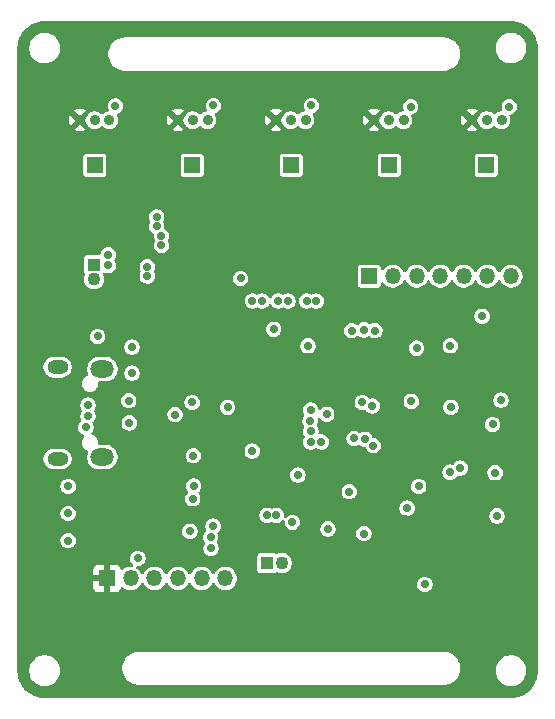
<source format=gbr>
%TF.GenerationSoftware,KiCad,Pcbnew,9.0.0*%
%TF.CreationDate,2026-01-14T19:26:19-05:00*%
%TF.ProjectId,telemetry-node,74656c65-6d65-4747-9279-2d6e6f64652e,rev?*%
%TF.SameCoordinates,Original*%
%TF.FileFunction,Copper,L3,Inr*%
%TF.FilePolarity,Positive*%
%FSLAX46Y46*%
G04 Gerber Fmt 4.6, Leading zero omitted, Abs format (unit mm)*
G04 Created by KiCad (PCBNEW 9.0.0) date 2026-01-14 19:26:19*
%MOMM*%
%LPD*%
G01*
G04 APERTURE LIST*
%TA.AperFunction,ComponentPad*%
%ADD10R,1.100000X1.100000*%
%TD*%
%TA.AperFunction,ComponentPad*%
%ADD11C,1.100000*%
%TD*%
%TA.AperFunction,ComponentPad*%
%ADD12C,0.900000*%
%TD*%
%TA.AperFunction,ComponentPad*%
%ADD13R,1.350000X1.350000*%
%TD*%
%TA.AperFunction,HeatsinkPad*%
%ADD14O,1.800000X1.150000*%
%TD*%
%TA.AperFunction,HeatsinkPad*%
%ADD15O,2.000000X1.450000*%
%TD*%
%TA.AperFunction,ComponentPad*%
%ADD16O,1.350000X1.350000*%
%TD*%
%TA.AperFunction,ViaPad*%
%ADD17C,0.700000*%
%TD*%
G04 APERTURE END LIST*
D10*
%TO.N,/CAN_N*%
%TO.C,J4*%
X204837500Y-81900000D03*
D11*
%TO.N,/CAN_P*%
X206087500Y-81900000D03*
%TD*%
D12*
%TO.N,+3.3V Buck*%
%TO.C,J9*%
X205600000Y-44400000D03*
%TO.N,Net-(J10-Pin_1)*%
X206850000Y-44400000D03*
%TO.N,GND*%
X208100000Y-44400000D03*
%TD*%
%TO.N,+3.3V Buck*%
%TO.C,J1*%
X189000000Y-44400000D03*
%TO.N,Net-(J5-Pin_1)*%
X190250000Y-44400000D03*
%TO.N,GND*%
X191500000Y-44400000D03*
%TD*%
D13*
%TO.N,Net-(J15-Pin_1)*%
%TO.C,J15*%
X223400000Y-48200000D03*
%TD*%
D10*
%TO.N,GND*%
%TO.C,J3*%
X190200000Y-56625000D03*
D11*
%TO.N,+5V In*%
X190200000Y-57875000D03*
%TD*%
D14*
%TO.N,unconnected-(J11-Shield-Pad6)*%
%TO.C,J11*%
X187100000Y-65325000D03*
D15*
%TO.N,unconnected-(J11-Shield-Pad6)_3*%
X190900000Y-65475000D03*
%TO.N,unconnected-(J11-Shield-Pad6)_1*%
X190900000Y-72925000D03*
D14*
%TO.N,unconnected-(J11-Shield-Pad6)_2*%
X187100000Y-73075000D03*
%TD*%
D13*
%TO.N,Net-(J10-Pin_1)*%
%TO.C,J10*%
X206900000Y-48200000D03*
%TD*%
D12*
%TO.N,+3.3V Buck*%
%TO.C,J14*%
X222200000Y-44400000D03*
%TO.N,Net-(J15-Pin_1)*%
X223450000Y-44400000D03*
%TO.N,GND*%
X224700000Y-44400000D03*
%TD*%
D13*
%TO.N,Net-(J8-Pin_1)*%
%TO.C,J8*%
X198500000Y-48200000D03*
%TD*%
%TO.N,+3.3V Buck*%
%TO.C,J2*%
X191300000Y-83200000D03*
D16*
%TO.N,GND*%
X193300000Y-83200000D03*
%TO.N,/SWDIO*%
X195300000Y-83200000D03*
%TO.N,/SWCLK*%
X197300000Y-83200000D03*
%TO.N,/SWO*%
X199300000Y-83200000D03*
%TO.N,/NRST*%
X201300000Y-83200000D03*
%TD*%
D13*
%TO.N,Net-(J13-Pin_1)*%
%TO.C,J13*%
X215200000Y-48200000D03*
%TD*%
D12*
%TO.N,+3.3V Buck*%
%TO.C,J6*%
X197300000Y-44400000D03*
%TO.N,Net-(J8-Pin_1)*%
X198550000Y-44400000D03*
%TO.N,GND*%
X199800000Y-44400000D03*
%TD*%
D13*
%TO.N,/PB11*%
%TO.C,J7*%
X213500000Y-57600000D03*
D16*
%TO.N,/PB10*%
X215500000Y-57600000D03*
%TO.N,/PB2*%
X217500000Y-57600000D03*
%TO.N,/PB1*%
X219500000Y-57600000D03*
%TO.N,/PB0*%
X221500000Y-57600000D03*
%TO.N,/PA7*%
X223500000Y-57600000D03*
%TO.N,/PA6*%
X225500000Y-57600000D03*
%TD*%
D13*
%TO.N,Net-(J5-Pin_1)*%
%TO.C,J5*%
X190250000Y-48200000D03*
%TD*%
D12*
%TO.N,+3.3V Buck*%
%TO.C,J12*%
X213900000Y-44400000D03*
%TO.N,Net-(J13-Pin_1)*%
X215150000Y-44400000D03*
%TO.N,GND*%
X216400000Y-44400000D03*
%TD*%
D17*
%TO.N,+3.3V Buck*%
X188400000Y-43150000D03*
X196750000Y-43200000D03*
X205000000Y-43200000D03*
X213100000Y-43200000D03*
X221450000Y-43200000D03*
%TO.N,GND*%
X225350000Y-43250000D03*
X217000000Y-43250000D03*
X208600000Y-43150000D03*
X200300000Y-43150000D03*
X192000000Y-43200000D03*
X195900000Y-54200000D03*
X191400000Y-56700000D03*
X220350000Y-63500000D03*
X223937500Y-70150000D03*
X210000000Y-79000000D03*
X205800000Y-59700000D03*
X198600000Y-72800000D03*
X213750000Y-68600000D03*
X197050000Y-69325000D03*
X198500000Y-68300000D03*
X208300000Y-63500000D03*
X193400000Y-63600000D03*
X194700000Y-57600000D03*
X208200000Y-59700000D03*
X194700000Y-56800000D03*
X217500000Y-63700000D03*
X217687500Y-75400000D03*
X224300000Y-77900000D03*
X209000000Y-59700000D03*
X193900000Y-81500000D03*
X188000000Y-77700000D03*
X218200000Y-83700000D03*
X204837500Y-77850000D03*
X193400000Y-65800000D03*
X221187500Y-73850000D03*
X195500000Y-52600000D03*
X203587500Y-72400000D03*
X220337500Y-74200000D03*
X202600000Y-57800000D03*
X203600000Y-59700000D03*
X205637500Y-77850000D03*
X190500000Y-62700000D03*
X189500000Y-70400000D03*
X188000000Y-75400000D03*
X205400000Y-62100000D03*
X206600000Y-59700000D03*
X213850000Y-71950000D03*
X220400000Y-68700000D03*
X188000000Y-80000000D03*
X195500000Y-53400000D03*
X201500000Y-68700000D03*
X213037500Y-79400000D03*
X191400000Y-55800000D03*
X224650000Y-68100000D03*
X204400000Y-59700000D03*
X195900000Y-55000000D03*
%TO.N,+3.3V Buck*%
X204700000Y-53200000D03*
X204700000Y-54000000D03*
X219650000Y-75400000D03*
X216450000Y-75350000D03*
X202300000Y-62100000D03*
X224200000Y-63200000D03*
X212500000Y-80300000D03*
X204700000Y-54800000D03*
X207700000Y-79000000D03*
X206100000Y-65600000D03*
X206600000Y-55100000D03*
X197300000Y-61400000D03*
X189500000Y-85100000D03*
X208800000Y-55100000D03*
X208000000Y-55100000D03*
X198300000Y-71700000D03*
X216537500Y-78200000D03*
X203587500Y-73400000D03*
X198600000Y-74300000D03*
X205700000Y-55100000D03*
%TO.N,/BOOT0*%
X211800000Y-75850000D03*
X216700000Y-77250000D03*
%TO.N,/NRST*%
X224150000Y-74250000D03*
X217050000Y-68200000D03*
%TO.N,/SWCLK*%
X208549998Y-71648872D03*
X200055026Y-79705023D03*
%TO.N,/SWDIO*%
X208550001Y-70748870D03*
X200278118Y-78773412D03*
%TO.N,/SWO*%
X200100000Y-80650000D03*
X209450000Y-71650000D03*
%TO.N,/CAN_RX*%
X212200000Y-71350000D03*
X207450000Y-74450000D03*
%TO.N,/PA0*%
X212900000Y-68300000D03*
X223050000Y-61000000D03*
%TO.N,/PA10*%
X208485774Y-69851162D03*
X198305025Y-79205025D03*
%TO.N,/CAN_TX*%
X213125426Y-71416152D03*
X206986636Y-78451259D03*
%TO.N,/PA8*%
X198550000Y-76450000D03*
X208532827Y-68942754D03*
%TO.N,/PB15*%
X209900000Y-69300000D03*
X198628093Y-75378093D03*
%TO.N,Net-(IC2-I{slash}O1_2)*%
X189675000Y-69425003D03*
X193177686Y-70028460D03*
%TO.N,Net-(IC2-I{slash}O2_2)*%
X189675000Y-68525000D03*
X193132475Y-68142525D03*
%TO.N,/PA6*%
X213972705Y-62222705D03*
%TO.N,/PB0*%
X212007755Y-62207755D03*
%TO.N,/PA7*%
X213052730Y-62152730D03*
%TD*%
%TA.AperFunction,Conductor*%
%TO.N,+3.3V Buck*%
G36*
X225503736Y-36000726D02*
G01*
X225769690Y-36016813D01*
X225784551Y-36018617D01*
X226042938Y-36065968D01*
X226057463Y-36069549D01*
X226308251Y-36147698D01*
X226322242Y-36153003D01*
X226561798Y-36260818D01*
X226575044Y-36267771D01*
X226799852Y-36403672D01*
X226812163Y-36412170D01*
X227018949Y-36574176D01*
X227030157Y-36584106D01*
X227215893Y-36769842D01*
X227225823Y-36781050D01*
X227387825Y-36987830D01*
X227396331Y-37000153D01*
X227532225Y-37224949D01*
X227539184Y-37238208D01*
X227646994Y-37477752D01*
X227652303Y-37491753D01*
X227730448Y-37742529D01*
X227734032Y-37757068D01*
X227781381Y-38015447D01*
X227783186Y-38030311D01*
X227799274Y-38296263D01*
X227799500Y-38303750D01*
X227799500Y-90930440D01*
X227799479Y-90942986D01*
X227799159Y-90943777D01*
X227799418Y-90980406D01*
X227799418Y-90980977D01*
X227799387Y-90981080D01*
X227799240Y-90987417D01*
X227784906Y-91254669D01*
X227783191Y-91269612D01*
X227737261Y-91529451D01*
X227733749Y-91544078D01*
X227656694Y-91796443D01*
X227651438Y-91810535D01*
X227544394Y-92051716D01*
X227537473Y-92065062D01*
X227402014Y-92291508D01*
X227393524Y-92303924D01*
X227231643Y-92512305D01*
X227221711Y-92523602D01*
X227035795Y-92710844D01*
X227024569Y-92720855D01*
X226817355Y-92884205D01*
X226804999Y-92892784D01*
X226579517Y-93029850D01*
X226566215Y-93036869D01*
X226325803Y-93145624D01*
X226311747Y-93150981D01*
X226059939Y-93229825D01*
X226045339Y-93233440D01*
X225785831Y-93281217D01*
X225770900Y-93283039D01*
X225503752Y-93299272D01*
X225496231Y-93299500D01*
X186003751Y-93299500D01*
X185996264Y-93299274D01*
X185730311Y-93283186D01*
X185715447Y-93281381D01*
X185457068Y-93234032D01*
X185442529Y-93230448D01*
X185191753Y-93152303D01*
X185177752Y-93146994D01*
X184938208Y-93039184D01*
X184924949Y-93032225D01*
X184899398Y-93016779D01*
X184700150Y-92896329D01*
X184687830Y-92887825D01*
X184683209Y-92884205D01*
X184481050Y-92725823D01*
X184469842Y-92715893D01*
X184284106Y-92530157D01*
X184274176Y-92518949D01*
X184112174Y-92312169D01*
X184103672Y-92299852D01*
X183967771Y-92075044D01*
X183960818Y-92061798D01*
X183853003Y-91822242D01*
X183847696Y-91808246D01*
X183769549Y-91557463D01*
X183765967Y-91542931D01*
X183765180Y-91538639D01*
X183718617Y-91284551D01*
X183716813Y-91269688D01*
X183716808Y-91269612D01*
X183700726Y-91003736D01*
X183700500Y-90996249D01*
X183700500Y-90897648D01*
X184699500Y-90897648D01*
X184699500Y-91102351D01*
X184731522Y-91304534D01*
X184794781Y-91499223D01*
X184887715Y-91681613D01*
X185008028Y-91847213D01*
X185152786Y-91991971D01*
X185258302Y-92068631D01*
X185318390Y-92112287D01*
X185423835Y-92166014D01*
X185500776Y-92205218D01*
X185500778Y-92205218D01*
X185500781Y-92205220D01*
X185605137Y-92239127D01*
X185695465Y-92268477D01*
X185796557Y-92284488D01*
X185897648Y-92300500D01*
X185897649Y-92300500D01*
X186102351Y-92300500D01*
X186102352Y-92300500D01*
X186304534Y-92268477D01*
X186499219Y-92205220D01*
X186681610Y-92112287D01*
X186806251Y-92021731D01*
X186847213Y-91991971D01*
X186847215Y-91991968D01*
X186847219Y-91991966D01*
X186991966Y-91847219D01*
X186991968Y-91847215D01*
X186991971Y-91847213D01*
X187063491Y-91748772D01*
X187112287Y-91681610D01*
X187205220Y-91499219D01*
X187268477Y-91304534D01*
X187300500Y-91102352D01*
X187300500Y-90897648D01*
X187268477Y-90695466D01*
X187266629Y-90689778D01*
X192599500Y-90689778D01*
X192599500Y-90910222D01*
X192614311Y-91003736D01*
X192633985Y-91127952D01*
X192702103Y-91337603D01*
X192702104Y-91337606D01*
X192802187Y-91534025D01*
X192931752Y-91712358D01*
X192931756Y-91712363D01*
X193087636Y-91868243D01*
X193087641Y-91868247D01*
X193243192Y-91981260D01*
X193265978Y-91997815D01*
X193371750Y-92051709D01*
X193462393Y-92097895D01*
X193462396Y-92097896D01*
X193567221Y-92131955D01*
X193672049Y-92166015D01*
X193889778Y-92200500D01*
X193889779Y-92200500D01*
X219910221Y-92200500D01*
X219910222Y-92200500D01*
X220127951Y-92166015D01*
X220337606Y-92097895D01*
X220534022Y-91997815D01*
X220712365Y-91868242D01*
X220868242Y-91712365D01*
X220997815Y-91534022D01*
X221097895Y-91337606D01*
X221166015Y-91127951D01*
X221200500Y-90910222D01*
X221200500Y-90897648D01*
X224199500Y-90897648D01*
X224199500Y-91102351D01*
X224231522Y-91304534D01*
X224294781Y-91499223D01*
X224387715Y-91681613D01*
X224508028Y-91847213D01*
X224652786Y-91991971D01*
X224758302Y-92068631D01*
X224818390Y-92112287D01*
X224923835Y-92166014D01*
X225000776Y-92205218D01*
X225000778Y-92205218D01*
X225000781Y-92205220D01*
X225105137Y-92239127D01*
X225195465Y-92268477D01*
X225296557Y-92284488D01*
X225397648Y-92300500D01*
X225397649Y-92300500D01*
X225602351Y-92300500D01*
X225602352Y-92300500D01*
X225804534Y-92268477D01*
X225999219Y-92205220D01*
X226181610Y-92112287D01*
X226306251Y-92021731D01*
X226347213Y-91991971D01*
X226347215Y-91991968D01*
X226347219Y-91991966D01*
X226491966Y-91847219D01*
X226491968Y-91847215D01*
X226491971Y-91847213D01*
X226563491Y-91748772D01*
X226612287Y-91681610D01*
X226705220Y-91499219D01*
X226768477Y-91304534D01*
X226800500Y-91102352D01*
X226800500Y-90897648D01*
X226768477Y-90695466D01*
X226705220Y-90500781D01*
X226705218Y-90500778D01*
X226705218Y-90500776D01*
X226630678Y-90354485D01*
X226612287Y-90318390D01*
X226604556Y-90307749D01*
X226491971Y-90152786D01*
X226347213Y-90008028D01*
X226181613Y-89887715D01*
X226181612Y-89887714D01*
X226181610Y-89887713D01*
X226124653Y-89858691D01*
X225999223Y-89794781D01*
X225804534Y-89731522D01*
X225629995Y-89703878D01*
X225602352Y-89699500D01*
X225397648Y-89699500D01*
X225373329Y-89703351D01*
X225195465Y-89731522D01*
X225000776Y-89794781D01*
X224818386Y-89887715D01*
X224652786Y-90008028D01*
X224508028Y-90152786D01*
X224387715Y-90318386D01*
X224294781Y-90500776D01*
X224231522Y-90695465D01*
X224199500Y-90897648D01*
X221200500Y-90897648D01*
X221200500Y-90689778D01*
X221166015Y-90472049D01*
X221097895Y-90262394D01*
X221097895Y-90262393D01*
X221042046Y-90152786D01*
X220997815Y-90065978D01*
X220981260Y-90043192D01*
X220868247Y-89887641D01*
X220868243Y-89887636D01*
X220712363Y-89731756D01*
X220712358Y-89731752D01*
X220534025Y-89602187D01*
X220534024Y-89602186D01*
X220534022Y-89602185D01*
X220471096Y-89570122D01*
X220337606Y-89502104D01*
X220337603Y-89502103D01*
X220127952Y-89433985D01*
X220019086Y-89416742D01*
X219910222Y-89399500D01*
X219839882Y-89399500D01*
X194039882Y-89399500D01*
X194000000Y-89399500D01*
X193889778Y-89399500D01*
X193817201Y-89410995D01*
X193672047Y-89433985D01*
X193462396Y-89502103D01*
X193462393Y-89502104D01*
X193265974Y-89602187D01*
X193087641Y-89731752D01*
X193087636Y-89731756D01*
X192931756Y-89887636D01*
X192931752Y-89887641D01*
X192802187Y-90065974D01*
X192702104Y-90262393D01*
X192702103Y-90262396D01*
X192633985Y-90472047D01*
X192633985Y-90472049D01*
X192599500Y-90689778D01*
X187266629Y-90689778D01*
X187205220Y-90500781D01*
X187205218Y-90500778D01*
X187205218Y-90500776D01*
X187130678Y-90354485D01*
X187112287Y-90318390D01*
X187104556Y-90307749D01*
X186991971Y-90152786D01*
X186847213Y-90008028D01*
X186681613Y-89887715D01*
X186681612Y-89887714D01*
X186681610Y-89887713D01*
X186624653Y-89858691D01*
X186499223Y-89794781D01*
X186304534Y-89731522D01*
X186129995Y-89703878D01*
X186102352Y-89699500D01*
X185897648Y-89699500D01*
X185873329Y-89703351D01*
X185695465Y-89731522D01*
X185500776Y-89794781D01*
X185318386Y-89887715D01*
X185152786Y-90008028D01*
X185008028Y-90152786D01*
X184887715Y-90318386D01*
X184794781Y-90500776D01*
X184731522Y-90695465D01*
X184699500Y-90897648D01*
X183700500Y-90897648D01*
X183700500Y-82477155D01*
X190125000Y-82477155D01*
X190125000Y-82950000D01*
X190984314Y-82950000D01*
X190979920Y-82954394D01*
X190927259Y-83045606D01*
X190900000Y-83147339D01*
X190900000Y-83252661D01*
X190927259Y-83354394D01*
X190979920Y-83445606D01*
X190984314Y-83450000D01*
X190125000Y-83450000D01*
X190125000Y-83922844D01*
X190131401Y-83982372D01*
X190131403Y-83982379D01*
X190181645Y-84117086D01*
X190181649Y-84117093D01*
X190267809Y-84232187D01*
X190267812Y-84232190D01*
X190382906Y-84318350D01*
X190382913Y-84318354D01*
X190517620Y-84368596D01*
X190517627Y-84368598D01*
X190577155Y-84374999D01*
X190577172Y-84375000D01*
X191050000Y-84375000D01*
X191050000Y-83515686D01*
X191054394Y-83520080D01*
X191145606Y-83572741D01*
X191247339Y-83600000D01*
X191352661Y-83600000D01*
X191454394Y-83572741D01*
X191545606Y-83520080D01*
X191550000Y-83515686D01*
X191550000Y-84375000D01*
X192022828Y-84375000D01*
X192022844Y-84374999D01*
X192082372Y-84368598D01*
X192082379Y-84368596D01*
X192217086Y-84318354D01*
X192217093Y-84318350D01*
X192332187Y-84232190D01*
X192332190Y-84232187D01*
X192418350Y-84117093D01*
X192418354Y-84117086D01*
X192464795Y-83992572D01*
X192506666Y-83936638D01*
X192572130Y-83912221D01*
X192640403Y-83927072D01*
X192668658Y-83948224D01*
X192678151Y-83957717D01*
X192678155Y-83957720D01*
X192837927Y-84064477D01*
X192837928Y-84064477D01*
X192837929Y-84064478D01*
X192837931Y-84064479D01*
X193015452Y-84138010D01*
X193015457Y-84138012D01*
X193203917Y-84175499D01*
X193203920Y-84175500D01*
X193203922Y-84175500D01*
X193396080Y-84175500D01*
X193396081Y-84175499D01*
X193584543Y-84138012D01*
X193762073Y-84064477D01*
X193921845Y-83957720D01*
X194057720Y-83821845D01*
X194164477Y-83662073D01*
X194185439Y-83611467D01*
X194229280Y-83557063D01*
X194295574Y-83534998D01*
X194363273Y-83552277D01*
X194410884Y-83603414D01*
X194414561Y-83611467D01*
X194435520Y-83662068D01*
X194435521Y-83662070D01*
X194542279Y-83821844D01*
X194542282Y-83821848D01*
X194678151Y-83957717D01*
X194678155Y-83957720D01*
X194837927Y-84064477D01*
X194837928Y-84064477D01*
X194837929Y-84064478D01*
X194837931Y-84064479D01*
X195015452Y-84138010D01*
X195015457Y-84138012D01*
X195203917Y-84175499D01*
X195203920Y-84175500D01*
X195203922Y-84175500D01*
X195396080Y-84175500D01*
X195396081Y-84175499D01*
X195584543Y-84138012D01*
X195762073Y-84064477D01*
X195921845Y-83957720D01*
X196057720Y-83821845D01*
X196164477Y-83662073D01*
X196185439Y-83611467D01*
X196229280Y-83557063D01*
X196295574Y-83534998D01*
X196363273Y-83552277D01*
X196410884Y-83603414D01*
X196414561Y-83611467D01*
X196435520Y-83662068D01*
X196435521Y-83662070D01*
X196542279Y-83821844D01*
X196542282Y-83821848D01*
X196678151Y-83957717D01*
X196678155Y-83957720D01*
X196837927Y-84064477D01*
X196837928Y-84064477D01*
X196837929Y-84064478D01*
X196837931Y-84064479D01*
X197015452Y-84138010D01*
X197015457Y-84138012D01*
X197203917Y-84175499D01*
X197203920Y-84175500D01*
X197203922Y-84175500D01*
X197396080Y-84175500D01*
X197396081Y-84175499D01*
X197584543Y-84138012D01*
X197762073Y-84064477D01*
X197921845Y-83957720D01*
X198057720Y-83821845D01*
X198164477Y-83662073D01*
X198185439Y-83611467D01*
X198229280Y-83557063D01*
X198295574Y-83534998D01*
X198363273Y-83552277D01*
X198410884Y-83603414D01*
X198414561Y-83611467D01*
X198435520Y-83662068D01*
X198435521Y-83662070D01*
X198542279Y-83821844D01*
X198542282Y-83821848D01*
X198678151Y-83957717D01*
X198678155Y-83957720D01*
X198837927Y-84064477D01*
X198837928Y-84064477D01*
X198837929Y-84064478D01*
X198837931Y-84064479D01*
X199015452Y-84138010D01*
X199015457Y-84138012D01*
X199203917Y-84175499D01*
X199203920Y-84175500D01*
X199203922Y-84175500D01*
X199396080Y-84175500D01*
X199396081Y-84175499D01*
X199584543Y-84138012D01*
X199762073Y-84064477D01*
X199921845Y-83957720D01*
X200057720Y-83821845D01*
X200164477Y-83662073D01*
X200185439Y-83611467D01*
X200229280Y-83557063D01*
X200295574Y-83534998D01*
X200363273Y-83552277D01*
X200410884Y-83603414D01*
X200414561Y-83611467D01*
X200435520Y-83662068D01*
X200435521Y-83662070D01*
X200542279Y-83821844D01*
X200542282Y-83821848D01*
X200678151Y-83957717D01*
X200678155Y-83957720D01*
X200837927Y-84064477D01*
X200837928Y-84064477D01*
X200837929Y-84064478D01*
X200837931Y-84064479D01*
X201015452Y-84138010D01*
X201015457Y-84138012D01*
X201203917Y-84175499D01*
X201203920Y-84175500D01*
X201203922Y-84175500D01*
X201396080Y-84175500D01*
X201396081Y-84175499D01*
X201584543Y-84138012D01*
X201762073Y-84064477D01*
X201921845Y-83957720D01*
X202057720Y-83821845D01*
X202096324Y-83764071D01*
X217549499Y-83764071D01*
X217574497Y-83889738D01*
X217574499Y-83889744D01*
X217623533Y-84008124D01*
X217623538Y-84008133D01*
X217694723Y-84114668D01*
X217694726Y-84114672D01*
X217785327Y-84205273D01*
X217785331Y-84205276D01*
X217891866Y-84276461D01*
X217891872Y-84276464D01*
X217891873Y-84276465D01*
X218010256Y-84325501D01*
X218010260Y-84325501D01*
X218010261Y-84325502D01*
X218135928Y-84350500D01*
X218135931Y-84350500D01*
X218264071Y-84350500D01*
X218348615Y-84333682D01*
X218389744Y-84325501D01*
X218508127Y-84276465D01*
X218614669Y-84205276D01*
X218705276Y-84114669D01*
X218776465Y-84008127D01*
X218825501Y-83889744D01*
X218850500Y-83764069D01*
X218850500Y-83635931D01*
X218850500Y-83635928D01*
X218825502Y-83510261D01*
X218825501Y-83510260D01*
X218825501Y-83510256D01*
X218776465Y-83391873D01*
X218776464Y-83391872D01*
X218776461Y-83391866D01*
X218705276Y-83285331D01*
X218705273Y-83285327D01*
X218614672Y-83194726D01*
X218614668Y-83194723D01*
X218508133Y-83123538D01*
X218508124Y-83123533D01*
X218389744Y-83074499D01*
X218389738Y-83074497D01*
X218264071Y-83049500D01*
X218264069Y-83049500D01*
X218135931Y-83049500D01*
X218135929Y-83049500D01*
X218010261Y-83074497D01*
X218010255Y-83074499D01*
X217891875Y-83123533D01*
X217891866Y-83123538D01*
X217785331Y-83194723D01*
X217785327Y-83194726D01*
X217694726Y-83285327D01*
X217694723Y-83285331D01*
X217623538Y-83391866D01*
X217623533Y-83391875D01*
X217574499Y-83510255D01*
X217574497Y-83510261D01*
X217549500Y-83635928D01*
X217549500Y-83635931D01*
X217549500Y-83764069D01*
X217549500Y-83764071D01*
X217549499Y-83764071D01*
X202096324Y-83764071D01*
X202164477Y-83662073D01*
X202238012Y-83484543D01*
X202275500Y-83296078D01*
X202275500Y-83103922D01*
X202275500Y-83103919D01*
X202275499Y-83103917D01*
X202238013Y-82915464D01*
X202238012Y-82915457D01*
X202217113Y-82865001D01*
X202164479Y-82737931D01*
X202164478Y-82737929D01*
X202114537Y-82663188D01*
X202057720Y-82578155D01*
X202057717Y-82578151D01*
X201921848Y-82442282D01*
X201921844Y-82442279D01*
X201762070Y-82335521D01*
X201762068Y-82335520D01*
X201584547Y-82261989D01*
X201584535Y-82261986D01*
X201396081Y-82224500D01*
X201396078Y-82224500D01*
X201203922Y-82224500D01*
X201203919Y-82224500D01*
X201015464Y-82261986D01*
X201015452Y-82261989D01*
X200837931Y-82335520D01*
X200837929Y-82335521D01*
X200678155Y-82442279D01*
X200678151Y-82442282D01*
X200542282Y-82578151D01*
X200542279Y-82578155D01*
X200435521Y-82737929D01*
X200414561Y-82788533D01*
X200370720Y-82842936D01*
X200304426Y-82865001D01*
X200236726Y-82847722D01*
X200189116Y-82796584D01*
X200185439Y-82788533D01*
X200164478Y-82737929D01*
X200114537Y-82663188D01*
X200057720Y-82578155D01*
X200057717Y-82578151D01*
X199921848Y-82442282D01*
X199921844Y-82442279D01*
X199762070Y-82335521D01*
X199762068Y-82335520D01*
X199584547Y-82261989D01*
X199584535Y-82261986D01*
X199396081Y-82224500D01*
X199396078Y-82224500D01*
X199203922Y-82224500D01*
X199203919Y-82224500D01*
X199015464Y-82261986D01*
X199015452Y-82261989D01*
X198837931Y-82335520D01*
X198837929Y-82335521D01*
X198678155Y-82442279D01*
X198678151Y-82442282D01*
X198542282Y-82578151D01*
X198542279Y-82578155D01*
X198435521Y-82737929D01*
X198414561Y-82788533D01*
X198370720Y-82842936D01*
X198304426Y-82865001D01*
X198236726Y-82847722D01*
X198189116Y-82796584D01*
X198185439Y-82788533D01*
X198164478Y-82737929D01*
X198114537Y-82663188D01*
X198057720Y-82578155D01*
X198057717Y-82578151D01*
X197921848Y-82442282D01*
X197921844Y-82442279D01*
X197762070Y-82335521D01*
X197762068Y-82335520D01*
X197584547Y-82261989D01*
X197584535Y-82261986D01*
X197396081Y-82224500D01*
X197396078Y-82224500D01*
X197203922Y-82224500D01*
X197203919Y-82224500D01*
X197015464Y-82261986D01*
X197015452Y-82261989D01*
X196837931Y-82335520D01*
X196837929Y-82335521D01*
X196678155Y-82442279D01*
X196678151Y-82442282D01*
X196542282Y-82578151D01*
X196542279Y-82578155D01*
X196435521Y-82737929D01*
X196414561Y-82788533D01*
X196370720Y-82842936D01*
X196304426Y-82865001D01*
X196236726Y-82847722D01*
X196189116Y-82796584D01*
X196185439Y-82788533D01*
X196164478Y-82737929D01*
X196114537Y-82663188D01*
X196057720Y-82578155D01*
X196057717Y-82578151D01*
X195921848Y-82442282D01*
X195921844Y-82442279D01*
X195762070Y-82335521D01*
X195762068Y-82335520D01*
X195584547Y-82261989D01*
X195584535Y-82261986D01*
X195396081Y-82224500D01*
X195396078Y-82224500D01*
X195203922Y-82224500D01*
X195203919Y-82224500D01*
X195015464Y-82261986D01*
X195015452Y-82261989D01*
X194837931Y-82335520D01*
X194837929Y-82335521D01*
X194678155Y-82442279D01*
X194678151Y-82442282D01*
X194542282Y-82578151D01*
X194542279Y-82578155D01*
X194435521Y-82737929D01*
X194414561Y-82788533D01*
X194370720Y-82842936D01*
X194304426Y-82865001D01*
X194236726Y-82847722D01*
X194189116Y-82796584D01*
X194185439Y-82788533D01*
X194164478Y-82737929D01*
X194114537Y-82663188D01*
X194057720Y-82578155D01*
X194057717Y-82578151D01*
X193921848Y-82442282D01*
X193921844Y-82442279D01*
X193825048Y-82377602D01*
X193780243Y-82323990D01*
X193771536Y-82254665D01*
X193801690Y-82191638D01*
X193861133Y-82154918D01*
X193893939Y-82150500D01*
X193964071Y-82150500D01*
X194053784Y-82132654D01*
X194089744Y-82125501D01*
X194208127Y-82076465D01*
X194314669Y-82005276D01*
X194405276Y-81914669D01*
X194476465Y-81808127D01*
X194525501Y-81689744D01*
X194550500Y-81564069D01*
X194550500Y-81435931D01*
X194550500Y-81435928D01*
X194525502Y-81310261D01*
X194525501Y-81310260D01*
X194525501Y-81310256D01*
X194523378Y-81305131D01*
X203987000Y-81305131D01*
X203987000Y-82494856D01*
X203987002Y-82494882D01*
X203989913Y-82519987D01*
X203989915Y-82519991D01*
X204035293Y-82622764D01*
X204035294Y-82622765D01*
X204114735Y-82702206D01*
X204217509Y-82747585D01*
X204242635Y-82750500D01*
X205432364Y-82750499D01*
X205432379Y-82750497D01*
X205432382Y-82750497D01*
X205457486Y-82747586D01*
X205457487Y-82747585D01*
X205457491Y-82747585D01*
X205560265Y-82702206D01*
X205572401Y-82690070D01*
X205633723Y-82656583D01*
X205703415Y-82661566D01*
X205707508Y-82663176D01*
X205839418Y-82717816D01*
X205989073Y-82747584D01*
X206003728Y-82750499D01*
X206003732Y-82750500D01*
X206003733Y-82750500D01*
X206171268Y-82750500D01*
X206171269Y-82750499D01*
X206335582Y-82717816D01*
X206490363Y-82653703D01*
X206629662Y-82560626D01*
X206748126Y-82442162D01*
X206841203Y-82302863D01*
X206905316Y-82148082D01*
X206938000Y-81983767D01*
X206938000Y-81816233D01*
X206905316Y-81651918D01*
X206841203Y-81497137D01*
X206800304Y-81435928D01*
X206748126Y-81357837D01*
X206629662Y-81239373D01*
X206490360Y-81146295D01*
X206335582Y-81082184D01*
X206335574Y-81082182D01*
X206171271Y-81049500D01*
X206171267Y-81049500D01*
X206003733Y-81049500D01*
X206003728Y-81049500D01*
X205839425Y-81082182D01*
X205839413Y-81082185D01*
X205707535Y-81136811D01*
X205638066Y-81144280D01*
X205575587Y-81113005D01*
X205572402Y-81109931D01*
X205560265Y-81097794D01*
X205457492Y-81052415D01*
X205432365Y-81049500D01*
X204242643Y-81049500D01*
X204242617Y-81049502D01*
X204217512Y-81052413D01*
X204217508Y-81052415D01*
X204114735Y-81097793D01*
X204035294Y-81177234D01*
X203989915Y-81280006D01*
X203989915Y-81280008D01*
X203987000Y-81305131D01*
X194523378Y-81305131D01*
X194476465Y-81191873D01*
X194476464Y-81191872D01*
X194476461Y-81191866D01*
X194405276Y-81085331D01*
X194405273Y-81085327D01*
X194314672Y-80994726D01*
X194314668Y-80994723D01*
X194208133Y-80923538D01*
X194208124Y-80923533D01*
X194089744Y-80874499D01*
X194089738Y-80874497D01*
X193964071Y-80849500D01*
X193964069Y-80849500D01*
X193835931Y-80849500D01*
X193835929Y-80849500D01*
X193710261Y-80874497D01*
X193710255Y-80874499D01*
X193591875Y-80923533D01*
X193591866Y-80923538D01*
X193485331Y-80994723D01*
X193485327Y-80994726D01*
X193394726Y-81085327D01*
X193394723Y-81085331D01*
X193323538Y-81191866D01*
X193323533Y-81191875D01*
X193274499Y-81310255D01*
X193274497Y-81310261D01*
X193249500Y-81435928D01*
X193249500Y-81435931D01*
X193249500Y-81564069D01*
X193249500Y-81564071D01*
X193249499Y-81564071D01*
X193274497Y-81689738D01*
X193274499Y-81689744D01*
X193323533Y-81808124D01*
X193323538Y-81808133D01*
X193394723Y-81914668D01*
X193394726Y-81914672D01*
X193489638Y-82009584D01*
X193488753Y-82010468D01*
X193524406Y-82062809D01*
X193526277Y-82132654D01*
X193490090Y-82192422D01*
X193427334Y-82223138D01*
X193402170Y-82224038D01*
X193402170Y-82224500D01*
X193203919Y-82224500D01*
X193015464Y-82261986D01*
X193015452Y-82261989D01*
X192837931Y-82335520D01*
X192837929Y-82335521D01*
X192678155Y-82442279D01*
X192678149Y-82442284D01*
X192668655Y-82451778D01*
X192607331Y-82485261D01*
X192537639Y-82480274D01*
X192481707Y-82438401D01*
X192464795Y-82407427D01*
X192418354Y-82282913D01*
X192418350Y-82282906D01*
X192332190Y-82167812D01*
X192332187Y-82167809D01*
X192217093Y-82081649D01*
X192217086Y-82081645D01*
X192082379Y-82031403D01*
X192082372Y-82031401D01*
X192022844Y-82025000D01*
X191550000Y-82025000D01*
X191550000Y-82884314D01*
X191545606Y-82879920D01*
X191454394Y-82827259D01*
X191352661Y-82800000D01*
X191247339Y-82800000D01*
X191145606Y-82827259D01*
X191054394Y-82879920D01*
X191050000Y-82884314D01*
X191050000Y-82025000D01*
X190577155Y-82025000D01*
X190517627Y-82031401D01*
X190517620Y-82031403D01*
X190382913Y-82081645D01*
X190382906Y-82081649D01*
X190267812Y-82167809D01*
X190267809Y-82167812D01*
X190181649Y-82282906D01*
X190181645Y-82282913D01*
X190131403Y-82417620D01*
X190131401Y-82417627D01*
X190125000Y-82477155D01*
X183700500Y-82477155D01*
X183700500Y-80064071D01*
X187349499Y-80064071D01*
X187374497Y-80189738D01*
X187374499Y-80189744D01*
X187423533Y-80308124D01*
X187423538Y-80308133D01*
X187494723Y-80414668D01*
X187494726Y-80414672D01*
X187585327Y-80505273D01*
X187585331Y-80505276D01*
X187691866Y-80576461D01*
X187691872Y-80576464D01*
X187691873Y-80576465D01*
X187810256Y-80625501D01*
X187810260Y-80625501D01*
X187810261Y-80625502D01*
X187935928Y-80650500D01*
X187935931Y-80650500D01*
X188064071Y-80650500D01*
X188148615Y-80633682D01*
X188189744Y-80625501D01*
X188308127Y-80576465D01*
X188414669Y-80505276D01*
X188505276Y-80414669D01*
X188576465Y-80308127D01*
X188625501Y-80189744D01*
X188650500Y-80064069D01*
X188650500Y-79935931D01*
X188650500Y-79935928D01*
X188625502Y-79810261D01*
X188625501Y-79810260D01*
X188625501Y-79810256D01*
X188576465Y-79691873D01*
X188576464Y-79691872D01*
X188576461Y-79691866D01*
X188505276Y-79585331D01*
X188505273Y-79585327D01*
X188414672Y-79494726D01*
X188414668Y-79494723D01*
X188308133Y-79423538D01*
X188308124Y-79423533D01*
X188189744Y-79374499D01*
X188189738Y-79374497D01*
X188064071Y-79349500D01*
X188064069Y-79349500D01*
X187935931Y-79349500D01*
X187935929Y-79349500D01*
X187810261Y-79374497D01*
X187810255Y-79374499D01*
X187691875Y-79423533D01*
X187691866Y-79423538D01*
X187585331Y-79494723D01*
X187585327Y-79494726D01*
X187494726Y-79585327D01*
X187494723Y-79585331D01*
X187423538Y-79691866D01*
X187423533Y-79691875D01*
X187374499Y-79810255D01*
X187374497Y-79810261D01*
X187349500Y-79935928D01*
X187349500Y-79935931D01*
X187349500Y-80064069D01*
X187349500Y-80064071D01*
X187349499Y-80064071D01*
X183700500Y-80064071D01*
X183700500Y-79269096D01*
X197654524Y-79269096D01*
X197679522Y-79394763D01*
X197679524Y-79394769D01*
X197728558Y-79513149D01*
X197728563Y-79513158D01*
X197799748Y-79619693D01*
X197799751Y-79619697D01*
X197890352Y-79710298D01*
X197890356Y-79710301D01*
X197996891Y-79781486D01*
X197996897Y-79781489D01*
X197996898Y-79781490D01*
X198115281Y-79830526D01*
X198115285Y-79830526D01*
X198115286Y-79830527D01*
X198240953Y-79855525D01*
X198240956Y-79855525D01*
X198369096Y-79855525D01*
X198453640Y-79838707D01*
X198494769Y-79830526D01*
X198613152Y-79781490D01*
X198631704Y-79769094D01*
X199404525Y-79769094D01*
X199429523Y-79894761D01*
X199429525Y-79894767D01*
X199478559Y-80013147D01*
X199478564Y-80013156D01*
X199549749Y-80119691D01*
X199549752Y-80119695D01*
X199551069Y-80121012D01*
X199551538Y-80121871D01*
X199553615Y-80124402D01*
X199553135Y-80124795D01*
X199584554Y-80182335D01*
X199579570Y-80252027D01*
X199566491Y-80277583D01*
X199523537Y-80341868D01*
X199523533Y-80341875D01*
X199474499Y-80460255D01*
X199474497Y-80460261D01*
X199449500Y-80585928D01*
X199449500Y-80585931D01*
X199449500Y-80714069D01*
X199449500Y-80714071D01*
X199449499Y-80714071D01*
X199474497Y-80839738D01*
X199474499Y-80839744D01*
X199523533Y-80958124D01*
X199523538Y-80958133D01*
X199594723Y-81064668D01*
X199594726Y-81064672D01*
X199685327Y-81155273D01*
X199685331Y-81155276D01*
X199791866Y-81226461D01*
X199791872Y-81226464D01*
X199791873Y-81226465D01*
X199910256Y-81275501D01*
X199910260Y-81275501D01*
X199910261Y-81275502D01*
X200035928Y-81300500D01*
X200035931Y-81300500D01*
X200164071Y-81300500D01*
X200267096Y-81280006D01*
X200289744Y-81275501D01*
X200408127Y-81226465D01*
X200408133Y-81226461D01*
X200450052Y-81198452D01*
X200482628Y-81176685D01*
X200514669Y-81155276D01*
X200605276Y-81064669D01*
X200676465Y-80958127D01*
X200725501Y-80839744D01*
X200750500Y-80714069D01*
X200750500Y-80585931D01*
X200750500Y-80585928D01*
X200725502Y-80460261D01*
X200725501Y-80460260D01*
X200725501Y-80460256D01*
X200676465Y-80341873D01*
X200676462Y-80341868D01*
X200676461Y-80341866D01*
X200605276Y-80235331D01*
X200605273Y-80235327D01*
X200603956Y-80234010D01*
X200603486Y-80233149D01*
X200601411Y-80230621D01*
X200601890Y-80230227D01*
X200570471Y-80172687D01*
X200575455Y-80102995D01*
X200588532Y-80077442D01*
X200631491Y-80013150D01*
X200680527Y-79894767D01*
X200688708Y-79853638D01*
X200705526Y-79769094D01*
X200705526Y-79640951D01*
X200680528Y-79515284D01*
X200680527Y-79515283D01*
X200680527Y-79515279D01*
X200645371Y-79430407D01*
X200637903Y-79360939D01*
X200669178Y-79298459D01*
X200691042Y-79279853D01*
X200692787Y-79278688D01*
X200783394Y-79188081D01*
X200854583Y-79081539D01*
X200903619Y-78963156D01*
X200922959Y-78865931D01*
X200928618Y-78837483D01*
X200928618Y-78709340D01*
X200903620Y-78583673D01*
X200903619Y-78583672D01*
X200903619Y-78583668D01*
X200854583Y-78465285D01*
X200854582Y-78465284D01*
X200854579Y-78465278D01*
X200783394Y-78358743D01*
X200783391Y-78358739D01*
X200692790Y-78268138D01*
X200692786Y-78268135D01*
X200586251Y-78196950D01*
X200586242Y-78196945D01*
X200467862Y-78147911D01*
X200467856Y-78147909D01*
X200342189Y-78122912D01*
X200342187Y-78122912D01*
X200214049Y-78122912D01*
X200214047Y-78122912D01*
X200088379Y-78147909D01*
X200088373Y-78147911D01*
X199969993Y-78196945D01*
X199969984Y-78196950D01*
X199863449Y-78268135D01*
X199863445Y-78268138D01*
X199772844Y-78358739D01*
X199772841Y-78358743D01*
X199701656Y-78465278D01*
X199701651Y-78465287D01*
X199652617Y-78583667D01*
X199652615Y-78583673D01*
X199627618Y-78709340D01*
X199627618Y-78709343D01*
X199627618Y-78837481D01*
X199627618Y-78837483D01*
X199627617Y-78837483D01*
X199652615Y-78963150D01*
X199652618Y-78963160D01*
X199687771Y-79048027D01*
X199695240Y-79117496D01*
X199663965Y-79179975D01*
X199642105Y-79198579D01*
X199640354Y-79199748D01*
X199549752Y-79290350D01*
X199549749Y-79290354D01*
X199478564Y-79396889D01*
X199478559Y-79396898D01*
X199429525Y-79515278D01*
X199429523Y-79515284D01*
X199404526Y-79640951D01*
X199404526Y-79640954D01*
X199404526Y-79769092D01*
X199404526Y-79769094D01*
X199404525Y-79769094D01*
X198631704Y-79769094D01*
X198719694Y-79710301D01*
X198810301Y-79619694D01*
X198839186Y-79576465D01*
X198846198Y-79565971D01*
X198881486Y-79513158D01*
X198881486Y-79513157D01*
X198881490Y-79513152D01*
X198930526Y-79394769D01*
X198942231Y-79335928D01*
X198955525Y-79269096D01*
X198955525Y-79140953D01*
X198930527Y-79015286D01*
X198930526Y-79015285D01*
X198930526Y-79015281D01*
X198881490Y-78896898D01*
X198881489Y-78896897D01*
X198881486Y-78896891D01*
X198810301Y-78790356D01*
X198810298Y-78790352D01*
X198719697Y-78699751D01*
X198719693Y-78699748D01*
X198613158Y-78628563D01*
X198613149Y-78628558D01*
X198494769Y-78579524D01*
X198494763Y-78579522D01*
X198369096Y-78554525D01*
X198369094Y-78554525D01*
X198240956Y-78554525D01*
X198240954Y-78554525D01*
X198115286Y-78579522D01*
X198115280Y-78579524D01*
X197996900Y-78628558D01*
X197996891Y-78628563D01*
X197890356Y-78699748D01*
X197890352Y-78699751D01*
X197799751Y-78790352D01*
X197799748Y-78790356D01*
X197728563Y-78896891D01*
X197728558Y-78896900D01*
X197679524Y-79015280D01*
X197679522Y-79015286D01*
X197654525Y-79140953D01*
X197654525Y-79140956D01*
X197654525Y-79269094D01*
X197654525Y-79269096D01*
X197654524Y-79269096D01*
X183700500Y-79269096D01*
X183700500Y-77764071D01*
X187349499Y-77764071D01*
X187374497Y-77889738D01*
X187374499Y-77889744D01*
X187423533Y-78008124D01*
X187423538Y-78008133D01*
X187494723Y-78114668D01*
X187494726Y-78114672D01*
X187585327Y-78205273D01*
X187585331Y-78205276D01*
X187691866Y-78276461D01*
X187691872Y-78276464D01*
X187691873Y-78276465D01*
X187810256Y-78325501D01*
X187810260Y-78325501D01*
X187810261Y-78325502D01*
X187935928Y-78350500D01*
X187935931Y-78350500D01*
X188064071Y-78350500D01*
X188148615Y-78333682D01*
X188189744Y-78325501D01*
X188308127Y-78276465D01*
X188414669Y-78205276D01*
X188505276Y-78114669D01*
X188576465Y-78008127D01*
X188615424Y-77914071D01*
X204186999Y-77914071D01*
X204211997Y-78039738D01*
X204211999Y-78039744D01*
X204261033Y-78158124D01*
X204261038Y-78158133D01*
X204332223Y-78264668D01*
X204332226Y-78264672D01*
X204422827Y-78355273D01*
X204422831Y-78355276D01*
X204529366Y-78426461D01*
X204529372Y-78426464D01*
X204529373Y-78426465D01*
X204647756Y-78475501D01*
X204647760Y-78475501D01*
X204647761Y-78475502D01*
X204773428Y-78500500D01*
X204773431Y-78500500D01*
X204901571Y-78500500D01*
X204986115Y-78483682D01*
X205027244Y-78475501D01*
X205145627Y-78426465D01*
X205168609Y-78411108D01*
X205235285Y-78390230D01*
X205302665Y-78408714D01*
X205306373Y-78411096D01*
X205329373Y-78426465D01*
X205447756Y-78475501D01*
X205447760Y-78475501D01*
X205447761Y-78475502D01*
X205573428Y-78500500D01*
X205573431Y-78500500D01*
X205701571Y-78500500D01*
X205786115Y-78483682D01*
X205827244Y-78475501D01*
X205945627Y-78426465D01*
X206052169Y-78355276D01*
X206125594Y-78281850D01*
X206186915Y-78248367D01*
X206256607Y-78253351D01*
X206312541Y-78295222D01*
X206336958Y-78360686D01*
X206336678Y-78381676D01*
X206336136Y-78387184D01*
X206336136Y-78387190D01*
X206336136Y-78515328D01*
X206336136Y-78515330D01*
X206336135Y-78515330D01*
X206361133Y-78640997D01*
X206361135Y-78641003D01*
X206410169Y-78759383D01*
X206410174Y-78759392D01*
X206481359Y-78865927D01*
X206481362Y-78865931D01*
X206571963Y-78956532D01*
X206571967Y-78956535D01*
X206678502Y-79027720D01*
X206678508Y-79027723D01*
X206678509Y-79027724D01*
X206796892Y-79076760D01*
X206796896Y-79076760D01*
X206796897Y-79076761D01*
X206922564Y-79101759D01*
X206922567Y-79101759D01*
X207050707Y-79101759D01*
X207135251Y-79084941D01*
X207176380Y-79076760D01*
X207207014Y-79064071D01*
X209349499Y-79064071D01*
X209374497Y-79189738D01*
X209374499Y-79189744D01*
X209423533Y-79308124D01*
X209423538Y-79308133D01*
X209494723Y-79414668D01*
X209494726Y-79414672D01*
X209585327Y-79505273D01*
X209585331Y-79505276D01*
X209691866Y-79576461D01*
X209691872Y-79576464D01*
X209691873Y-79576465D01*
X209810256Y-79625501D01*
X209810260Y-79625501D01*
X209810261Y-79625502D01*
X209935928Y-79650500D01*
X209935931Y-79650500D01*
X210064071Y-79650500D01*
X210148615Y-79633682D01*
X210189744Y-79625501D01*
X210308127Y-79576465D01*
X210414669Y-79505276D01*
X210455874Y-79464071D01*
X212386999Y-79464071D01*
X212411997Y-79589738D01*
X212411999Y-79589744D01*
X212461033Y-79708124D01*
X212461038Y-79708133D01*
X212532223Y-79814668D01*
X212532226Y-79814672D01*
X212622827Y-79905273D01*
X212622831Y-79905276D01*
X212729366Y-79976461D01*
X212729372Y-79976464D01*
X212729373Y-79976465D01*
X212847756Y-80025501D01*
X212847760Y-80025501D01*
X212847761Y-80025502D01*
X212973428Y-80050500D01*
X212973431Y-80050500D01*
X213101571Y-80050500D01*
X213186115Y-80033682D01*
X213227244Y-80025501D01*
X213345627Y-79976465D01*
X213452169Y-79905276D01*
X213542776Y-79814669D01*
X213613965Y-79708127D01*
X213663001Y-79589744D01*
X213671182Y-79548615D01*
X213688000Y-79464071D01*
X213688000Y-79335928D01*
X213663002Y-79210261D01*
X213663001Y-79210260D01*
X213663001Y-79210256D01*
X213613965Y-79091873D01*
X213613964Y-79091872D01*
X213613961Y-79091866D01*
X213542776Y-78985331D01*
X213542773Y-78985327D01*
X213452172Y-78894726D01*
X213452168Y-78894723D01*
X213345633Y-78823538D01*
X213345624Y-78823533D01*
X213227244Y-78774499D01*
X213227238Y-78774497D01*
X213101571Y-78749500D01*
X213101569Y-78749500D01*
X212973431Y-78749500D01*
X212973429Y-78749500D01*
X212847761Y-78774497D01*
X212847755Y-78774499D01*
X212729375Y-78823533D01*
X212729366Y-78823538D01*
X212622831Y-78894723D01*
X212622827Y-78894726D01*
X212532226Y-78985327D01*
X212532223Y-78985331D01*
X212461038Y-79091866D01*
X212461033Y-79091875D01*
X212411999Y-79210255D01*
X212411997Y-79210261D01*
X212387000Y-79335928D01*
X212387000Y-79335931D01*
X212387000Y-79464069D01*
X212387000Y-79464071D01*
X212386999Y-79464071D01*
X210455874Y-79464071D01*
X210505276Y-79414669D01*
X210576465Y-79308127D01*
X210625501Y-79189744D01*
X210636401Y-79134946D01*
X210650500Y-79064071D01*
X210650500Y-78935928D01*
X210625502Y-78810261D01*
X210625501Y-78810260D01*
X210625501Y-78810256D01*
X210576465Y-78691873D01*
X210576464Y-78691872D01*
X210576461Y-78691866D01*
X210505276Y-78585331D01*
X210505273Y-78585327D01*
X210414672Y-78494726D01*
X210414668Y-78494723D01*
X210308133Y-78423538D01*
X210308124Y-78423533D01*
X210189744Y-78374499D01*
X210189738Y-78374497D01*
X210064071Y-78349500D01*
X210064069Y-78349500D01*
X209935931Y-78349500D01*
X209935929Y-78349500D01*
X209810261Y-78374497D01*
X209810255Y-78374499D01*
X209691875Y-78423533D01*
X209691866Y-78423538D01*
X209585331Y-78494723D01*
X209585327Y-78494726D01*
X209494726Y-78585327D01*
X209494723Y-78585331D01*
X209423538Y-78691866D01*
X209423533Y-78691875D01*
X209374499Y-78810255D01*
X209374497Y-78810261D01*
X209349500Y-78935928D01*
X209349500Y-78935931D01*
X209349500Y-79064069D01*
X209349500Y-79064071D01*
X209349499Y-79064071D01*
X207207014Y-79064071D01*
X207294763Y-79027724D01*
X207401305Y-78956535D01*
X207491912Y-78865928D01*
X207563101Y-78759386D01*
X207612137Y-78641003D01*
X207630140Y-78550500D01*
X207637136Y-78515330D01*
X207637136Y-78387187D01*
X207612138Y-78261520D01*
X207612137Y-78261519D01*
X207612137Y-78261515D01*
X207563101Y-78143132D01*
X207563100Y-78143131D01*
X207563097Y-78143125D01*
X207491912Y-78036590D01*
X207491909Y-78036586D01*
X207419394Y-77964071D01*
X223649499Y-77964071D01*
X223674497Y-78089738D01*
X223674499Y-78089744D01*
X223723533Y-78208124D01*
X223723538Y-78208133D01*
X223794723Y-78314668D01*
X223794726Y-78314672D01*
X223885327Y-78405273D01*
X223885331Y-78405276D01*
X223991866Y-78476461D01*
X223991872Y-78476464D01*
X223991873Y-78476465D01*
X224110256Y-78525501D01*
X224110260Y-78525501D01*
X224110261Y-78525502D01*
X224235928Y-78550500D01*
X224235931Y-78550500D01*
X224364071Y-78550500D01*
X224448615Y-78533682D01*
X224489744Y-78525501D01*
X224608127Y-78476465D01*
X224714669Y-78405276D01*
X224805276Y-78314669D01*
X224876465Y-78208127D01*
X224925501Y-78089744D01*
X224950500Y-77964069D01*
X224950500Y-77835931D01*
X224950500Y-77835928D01*
X224925502Y-77710261D01*
X224925501Y-77710260D01*
X224925501Y-77710256D01*
X224876465Y-77591873D01*
X224876464Y-77591872D01*
X224876461Y-77591866D01*
X224805276Y-77485331D01*
X224805273Y-77485327D01*
X224714672Y-77394726D01*
X224714668Y-77394723D01*
X224608133Y-77323538D01*
X224608124Y-77323533D01*
X224489744Y-77274499D01*
X224489738Y-77274497D01*
X224364071Y-77249500D01*
X224364069Y-77249500D01*
X224235931Y-77249500D01*
X224235929Y-77249500D01*
X224110261Y-77274497D01*
X224110255Y-77274499D01*
X223991875Y-77323533D01*
X223991866Y-77323538D01*
X223885331Y-77394723D01*
X223885327Y-77394726D01*
X223794726Y-77485327D01*
X223794723Y-77485331D01*
X223723538Y-77591866D01*
X223723533Y-77591875D01*
X223674499Y-77710255D01*
X223674497Y-77710261D01*
X223649500Y-77835928D01*
X223649500Y-77835931D01*
X223649500Y-77964069D01*
X223649500Y-77964071D01*
X223649499Y-77964071D01*
X207419394Y-77964071D01*
X207401308Y-77945985D01*
X207401304Y-77945982D01*
X207294769Y-77874797D01*
X207294760Y-77874792D01*
X207176380Y-77825758D01*
X207176374Y-77825756D01*
X207050707Y-77800759D01*
X207050705Y-77800759D01*
X206922567Y-77800759D01*
X206922565Y-77800759D01*
X206796897Y-77825756D01*
X206796891Y-77825758D01*
X206678511Y-77874792D01*
X206678502Y-77874797D01*
X206571967Y-77945982D01*
X206498542Y-78019407D01*
X206437218Y-78052891D01*
X206367527Y-78047906D01*
X206311593Y-78006035D01*
X206287177Y-77940570D01*
X206287458Y-77919570D01*
X206288000Y-77914067D01*
X206288000Y-77785928D01*
X206263002Y-77660261D01*
X206263001Y-77660260D01*
X206263001Y-77660256D01*
X206213965Y-77541873D01*
X206213964Y-77541872D01*
X206213961Y-77541866D01*
X206142776Y-77435331D01*
X206142773Y-77435327D01*
X206052172Y-77344726D01*
X206052168Y-77344723D01*
X206006294Y-77314071D01*
X216049499Y-77314071D01*
X216074497Y-77439738D01*
X216074499Y-77439744D01*
X216123533Y-77558124D01*
X216123538Y-77558133D01*
X216194723Y-77664668D01*
X216194726Y-77664672D01*
X216285327Y-77755273D01*
X216285331Y-77755276D01*
X216391866Y-77826461D01*
X216391872Y-77826464D01*
X216391873Y-77826465D01*
X216510256Y-77875501D01*
X216510260Y-77875501D01*
X216510261Y-77875502D01*
X216635928Y-77900500D01*
X216635931Y-77900500D01*
X216764071Y-77900500D01*
X216848615Y-77883682D01*
X216889744Y-77875501D01*
X217008127Y-77826465D01*
X217114669Y-77755276D01*
X217114672Y-77755273D01*
X217127788Y-77742158D01*
X217205273Y-77664672D01*
X217205276Y-77664669D01*
X217276465Y-77558127D01*
X217325501Y-77439744D01*
X217344402Y-77344724D01*
X217350500Y-77314071D01*
X217350500Y-77185928D01*
X217325502Y-77060261D01*
X217325501Y-77060260D01*
X217325501Y-77060256D01*
X217282017Y-76955276D01*
X217276466Y-76941875D01*
X217276461Y-76941866D01*
X217205276Y-76835331D01*
X217205273Y-76835327D01*
X217114672Y-76744726D01*
X217114668Y-76744723D01*
X217008133Y-76673538D01*
X217008124Y-76673533D01*
X216889744Y-76624499D01*
X216889738Y-76624497D01*
X216764071Y-76599500D01*
X216764069Y-76599500D01*
X216635931Y-76599500D01*
X216635929Y-76599500D01*
X216510261Y-76624497D01*
X216510255Y-76624499D01*
X216391875Y-76673533D01*
X216391866Y-76673538D01*
X216285331Y-76744723D01*
X216285327Y-76744726D01*
X216194726Y-76835327D01*
X216194723Y-76835331D01*
X216123538Y-76941866D01*
X216123533Y-76941875D01*
X216074499Y-77060255D01*
X216074497Y-77060261D01*
X216049500Y-77185928D01*
X216049500Y-77185931D01*
X216049500Y-77314069D01*
X216049500Y-77314071D01*
X216049499Y-77314071D01*
X206006294Y-77314071D01*
X205959705Y-77282941D01*
X205945633Y-77273538D01*
X205945624Y-77273533D01*
X205827244Y-77224499D01*
X205827238Y-77224497D01*
X205701571Y-77199500D01*
X205701569Y-77199500D01*
X205573431Y-77199500D01*
X205573429Y-77199500D01*
X205447761Y-77224497D01*
X205447755Y-77224499D01*
X205329372Y-77273534D01*
X205306388Y-77288892D01*
X205239710Y-77309768D01*
X205172330Y-77291282D01*
X205168612Y-77288892D01*
X205145627Y-77273534D01*
X205027244Y-77224499D01*
X205027238Y-77224497D01*
X204901571Y-77199500D01*
X204901569Y-77199500D01*
X204773431Y-77199500D01*
X204773429Y-77199500D01*
X204647761Y-77224497D01*
X204647755Y-77224499D01*
X204529375Y-77273533D01*
X204529366Y-77273538D01*
X204422831Y-77344723D01*
X204422827Y-77344726D01*
X204332226Y-77435327D01*
X204332223Y-77435331D01*
X204261038Y-77541866D01*
X204261033Y-77541875D01*
X204211999Y-77660255D01*
X204211997Y-77660261D01*
X204187000Y-77785928D01*
X204187000Y-77785931D01*
X204187000Y-77914069D01*
X204187000Y-77914071D01*
X204186999Y-77914071D01*
X188615424Y-77914071D01*
X188625501Y-77889744D01*
X188643202Y-77800759D01*
X188650500Y-77764071D01*
X188650500Y-77635928D01*
X188625502Y-77510261D01*
X188625501Y-77510260D01*
X188625501Y-77510256D01*
X188576465Y-77391873D01*
X188576464Y-77391872D01*
X188576461Y-77391866D01*
X188505276Y-77285331D01*
X188505273Y-77285327D01*
X188414672Y-77194726D01*
X188414668Y-77194723D01*
X188308133Y-77123538D01*
X188308124Y-77123533D01*
X188189744Y-77074499D01*
X188189738Y-77074497D01*
X188064071Y-77049500D01*
X188064069Y-77049500D01*
X187935931Y-77049500D01*
X187935929Y-77049500D01*
X187810261Y-77074497D01*
X187810255Y-77074499D01*
X187691875Y-77123533D01*
X187691866Y-77123538D01*
X187585331Y-77194723D01*
X187585327Y-77194726D01*
X187494726Y-77285327D01*
X187494723Y-77285331D01*
X187423538Y-77391866D01*
X187423533Y-77391875D01*
X187374499Y-77510255D01*
X187374497Y-77510261D01*
X187349500Y-77635928D01*
X187349500Y-77635931D01*
X187349500Y-77764069D01*
X187349500Y-77764071D01*
X187349499Y-77764071D01*
X183700500Y-77764071D01*
X183700500Y-76514071D01*
X197899499Y-76514071D01*
X197924497Y-76639738D01*
X197924499Y-76639744D01*
X197973533Y-76758124D01*
X197973538Y-76758133D01*
X198044723Y-76864668D01*
X198044726Y-76864672D01*
X198135327Y-76955273D01*
X198135331Y-76955276D01*
X198241866Y-77026461D01*
X198241872Y-77026464D01*
X198241873Y-77026465D01*
X198360256Y-77075501D01*
X198360260Y-77075501D01*
X198360261Y-77075502D01*
X198485928Y-77100500D01*
X198485931Y-77100500D01*
X198614071Y-77100500D01*
X198698615Y-77083682D01*
X198739744Y-77075501D01*
X198858127Y-77026465D01*
X198964669Y-76955276D01*
X199055276Y-76864669D01*
X199126465Y-76758127D01*
X199175501Y-76639744D01*
X199200500Y-76514069D01*
X199200500Y-76385931D01*
X199200500Y-76385928D01*
X199175502Y-76260261D01*
X199175501Y-76260260D01*
X199175501Y-76260256D01*
X199126465Y-76141873D01*
X199126464Y-76141872D01*
X199126461Y-76141866D01*
X199055274Y-76035328D01*
X199052431Y-76031863D01*
X199039975Y-76002531D01*
X199026027Y-75973890D01*
X199026416Y-75970601D01*
X199025122Y-75967552D01*
X199030502Y-75936139D01*
X199033118Y-75914071D01*
X211149499Y-75914071D01*
X211174497Y-76039738D01*
X211174499Y-76039744D01*
X211223533Y-76158124D01*
X211223538Y-76158133D01*
X211294723Y-76264668D01*
X211294726Y-76264672D01*
X211385327Y-76355273D01*
X211385331Y-76355276D01*
X211491866Y-76426461D01*
X211491872Y-76426464D01*
X211491873Y-76426465D01*
X211610256Y-76475501D01*
X211610260Y-76475501D01*
X211610261Y-76475502D01*
X211735928Y-76500500D01*
X211735931Y-76500500D01*
X211864071Y-76500500D01*
X211948615Y-76483682D01*
X211989744Y-76475501D01*
X212108127Y-76426465D01*
X212214669Y-76355276D01*
X212305276Y-76264669D01*
X212376465Y-76158127D01*
X212425501Y-76039744D01*
X212439861Y-75967552D01*
X212450500Y-75914071D01*
X212450500Y-75785928D01*
X212425502Y-75660261D01*
X212425501Y-75660260D01*
X212425501Y-75660256D01*
X212376465Y-75541873D01*
X212376464Y-75541872D01*
X212376461Y-75541866D01*
X212324480Y-75464071D01*
X217036999Y-75464071D01*
X217061997Y-75589738D01*
X217061999Y-75589744D01*
X217111033Y-75708124D01*
X217111038Y-75708133D01*
X217182223Y-75814668D01*
X217182226Y-75814672D01*
X217272827Y-75905273D01*
X217272831Y-75905276D01*
X217379366Y-75976461D01*
X217379372Y-75976464D01*
X217379373Y-75976465D01*
X217497756Y-76025501D01*
X217497760Y-76025501D01*
X217497761Y-76025502D01*
X217623428Y-76050500D01*
X217623431Y-76050500D01*
X217751571Y-76050500D01*
X217845261Y-76031863D01*
X217877244Y-76025501D01*
X217995627Y-75976465D01*
X218102169Y-75905276D01*
X218192776Y-75814669D01*
X218263965Y-75708127D01*
X218313001Y-75589744D01*
X218338000Y-75464069D01*
X218338000Y-75335931D01*
X218338000Y-75335928D01*
X218313002Y-75210261D01*
X218313001Y-75210260D01*
X218313001Y-75210256D01*
X218275074Y-75118692D01*
X218263966Y-75091875D01*
X218263961Y-75091866D01*
X218192776Y-74985331D01*
X218192773Y-74985327D01*
X218102172Y-74894726D01*
X218102168Y-74894723D01*
X217995633Y-74823538D01*
X217995624Y-74823533D01*
X217877244Y-74774499D01*
X217877238Y-74774497D01*
X217751571Y-74749500D01*
X217751569Y-74749500D01*
X217623431Y-74749500D01*
X217623429Y-74749500D01*
X217497761Y-74774497D01*
X217497755Y-74774499D01*
X217379375Y-74823533D01*
X217379366Y-74823538D01*
X217272831Y-74894723D01*
X217272827Y-74894726D01*
X217182226Y-74985327D01*
X217182223Y-74985331D01*
X217111038Y-75091866D01*
X217111033Y-75091875D01*
X217061999Y-75210255D01*
X217061997Y-75210261D01*
X217037000Y-75335928D01*
X217037000Y-75335931D01*
X217037000Y-75464069D01*
X217037000Y-75464071D01*
X217036999Y-75464071D01*
X212324480Y-75464071D01*
X212305276Y-75435331D01*
X212305273Y-75435327D01*
X212214672Y-75344726D01*
X212214668Y-75344723D01*
X212108133Y-75273538D01*
X212108124Y-75273533D01*
X211989744Y-75224499D01*
X211989738Y-75224497D01*
X211864071Y-75199500D01*
X211864069Y-75199500D01*
X211735931Y-75199500D01*
X211735929Y-75199500D01*
X211610261Y-75224497D01*
X211610255Y-75224499D01*
X211491875Y-75273533D01*
X211491866Y-75273538D01*
X211385331Y-75344723D01*
X211385327Y-75344726D01*
X211294726Y-75435327D01*
X211294723Y-75435331D01*
X211223538Y-75541866D01*
X211223533Y-75541875D01*
X211174499Y-75660255D01*
X211174497Y-75660261D01*
X211149500Y-75785928D01*
X211149500Y-75785931D01*
X211149500Y-75914069D01*
X211149500Y-75914071D01*
X211149499Y-75914071D01*
X199033118Y-75914071D01*
X199034252Y-75904506D01*
X199036485Y-75901201D01*
X199036917Y-75898685D01*
X199052591Y-75874351D01*
X199056387Y-75869743D01*
X199133369Y-75792762D01*
X199204558Y-75686220D01*
X199253594Y-75567837D01*
X199274235Y-75464071D01*
X199278593Y-75442164D01*
X199278593Y-75314021D01*
X199253595Y-75188354D01*
X199253594Y-75188353D01*
X199253594Y-75188349D01*
X199204558Y-75069966D01*
X199204557Y-75069965D01*
X199204554Y-75069959D01*
X199133369Y-74963424D01*
X199133366Y-74963420D01*
X199042765Y-74872819D01*
X199042761Y-74872816D01*
X198936226Y-74801631D01*
X198936217Y-74801626D01*
X198817837Y-74752592D01*
X198817831Y-74752590D01*
X198692164Y-74727593D01*
X198692162Y-74727593D01*
X198564024Y-74727593D01*
X198564022Y-74727593D01*
X198438354Y-74752590D01*
X198438348Y-74752592D01*
X198319968Y-74801626D01*
X198319959Y-74801631D01*
X198213424Y-74872816D01*
X198213420Y-74872819D01*
X198122819Y-74963420D01*
X198122816Y-74963424D01*
X198051631Y-75069959D01*
X198051626Y-75069968D01*
X198002592Y-75188348D01*
X198002590Y-75188354D01*
X197977593Y-75314021D01*
X197977593Y-75314024D01*
X197977593Y-75442162D01*
X197977593Y-75442164D01*
X197977592Y-75442164D01*
X198002590Y-75567831D01*
X198002592Y-75567837D01*
X198051626Y-75686217D01*
X198051631Y-75686226D01*
X198122818Y-75792764D01*
X198125662Y-75796230D01*
X198152970Y-75860542D01*
X198141174Y-75929408D01*
X198117485Y-75962569D01*
X198044723Y-76035331D01*
X197973538Y-76141866D01*
X197973533Y-76141875D01*
X197924499Y-76260255D01*
X197924497Y-76260261D01*
X197899500Y-76385928D01*
X197899500Y-76385931D01*
X197899500Y-76514069D01*
X197899500Y-76514071D01*
X197899499Y-76514071D01*
X183700500Y-76514071D01*
X183700500Y-75464071D01*
X187349499Y-75464071D01*
X187374497Y-75589738D01*
X187374499Y-75589744D01*
X187423533Y-75708124D01*
X187423538Y-75708133D01*
X187494723Y-75814668D01*
X187494726Y-75814672D01*
X187585327Y-75905273D01*
X187585331Y-75905276D01*
X187691866Y-75976461D01*
X187691872Y-75976464D01*
X187691873Y-75976465D01*
X187810256Y-76025501D01*
X187810260Y-76025501D01*
X187810261Y-76025502D01*
X187935928Y-76050500D01*
X187935931Y-76050500D01*
X188064071Y-76050500D01*
X188157761Y-76031863D01*
X188189744Y-76025501D01*
X188308127Y-75976465D01*
X188414669Y-75905276D01*
X188505276Y-75814669D01*
X188576465Y-75708127D01*
X188625501Y-75589744D01*
X188650500Y-75464069D01*
X188650500Y-75335931D01*
X188650500Y-75335928D01*
X188625502Y-75210261D01*
X188625501Y-75210260D01*
X188625501Y-75210256D01*
X188587574Y-75118692D01*
X188576466Y-75091875D01*
X188576461Y-75091866D01*
X188505276Y-74985331D01*
X188505273Y-74985327D01*
X188414672Y-74894726D01*
X188414668Y-74894723D01*
X188308133Y-74823538D01*
X188308124Y-74823533D01*
X188189744Y-74774499D01*
X188189738Y-74774497D01*
X188064071Y-74749500D01*
X188064069Y-74749500D01*
X187935931Y-74749500D01*
X187935929Y-74749500D01*
X187810261Y-74774497D01*
X187810255Y-74774499D01*
X187691875Y-74823533D01*
X187691866Y-74823538D01*
X187585331Y-74894723D01*
X187585327Y-74894726D01*
X187494726Y-74985327D01*
X187494723Y-74985331D01*
X187423538Y-75091866D01*
X187423533Y-75091875D01*
X187374499Y-75210255D01*
X187374497Y-75210261D01*
X187349500Y-75335928D01*
X187349500Y-75335931D01*
X187349500Y-75464069D01*
X187349500Y-75464071D01*
X187349499Y-75464071D01*
X183700500Y-75464071D01*
X183700500Y-74514071D01*
X206799499Y-74514071D01*
X206824497Y-74639738D01*
X206824499Y-74639744D01*
X206873533Y-74758124D01*
X206873538Y-74758133D01*
X206944723Y-74864668D01*
X206944726Y-74864672D01*
X207035327Y-74955273D01*
X207035331Y-74955276D01*
X207141866Y-75026461D01*
X207141872Y-75026464D01*
X207141873Y-75026465D01*
X207260256Y-75075501D01*
X207260260Y-75075501D01*
X207260261Y-75075502D01*
X207385928Y-75100500D01*
X207385931Y-75100500D01*
X207514071Y-75100500D01*
X207598615Y-75083682D01*
X207639744Y-75075501D01*
X207758127Y-75026465D01*
X207864669Y-74955276D01*
X207955276Y-74864669D01*
X208026465Y-74758127D01*
X208075501Y-74639744D01*
X208091737Y-74558124D01*
X208100500Y-74514071D01*
X208100500Y-74385928D01*
X208076260Y-74264071D01*
X219686999Y-74264071D01*
X219711997Y-74389738D01*
X219711999Y-74389744D01*
X219761033Y-74508124D01*
X219761038Y-74508133D01*
X219832223Y-74614668D01*
X219832226Y-74614672D01*
X219922827Y-74705273D01*
X219922831Y-74705276D01*
X220029366Y-74776461D01*
X220029372Y-74776464D01*
X220029373Y-74776465D01*
X220147756Y-74825501D01*
X220147760Y-74825501D01*
X220147761Y-74825502D01*
X220273428Y-74850500D01*
X220273431Y-74850500D01*
X220401571Y-74850500D01*
X220486115Y-74833682D01*
X220527244Y-74825501D01*
X220645627Y-74776465D01*
X220752169Y-74705276D01*
X220842776Y-74614669D01*
X220897007Y-74533506D01*
X220950617Y-74488703D01*
X221019942Y-74479995D01*
X221024300Y-74480781D01*
X221123429Y-74500500D01*
X221123431Y-74500500D01*
X221251571Y-74500500D01*
X221350700Y-74480781D01*
X221377244Y-74475501D01*
X221495627Y-74426465D01*
X221602169Y-74355276D01*
X221643374Y-74314071D01*
X223499499Y-74314071D01*
X223524497Y-74439738D01*
X223524499Y-74439744D01*
X223573533Y-74558124D01*
X223573538Y-74558133D01*
X223644723Y-74664668D01*
X223644726Y-74664672D01*
X223735327Y-74755273D01*
X223735331Y-74755276D01*
X223841866Y-74826461D01*
X223841872Y-74826464D01*
X223841873Y-74826465D01*
X223960256Y-74875501D01*
X223960260Y-74875501D01*
X223960261Y-74875502D01*
X224085928Y-74900500D01*
X224085931Y-74900500D01*
X224214071Y-74900500D01*
X224298615Y-74883682D01*
X224339744Y-74875501D01*
X224458127Y-74826465D01*
X224564669Y-74755276D01*
X224655276Y-74664669D01*
X224726465Y-74558127D01*
X224775501Y-74439744D01*
X224800500Y-74314069D01*
X224800500Y-74185931D01*
X224800500Y-74185928D01*
X224775502Y-74060261D01*
X224775501Y-74060260D01*
X224775501Y-74060256D01*
X224737574Y-73968692D01*
X224726466Y-73941875D01*
X224726461Y-73941866D01*
X224655276Y-73835331D01*
X224655273Y-73835327D01*
X224564672Y-73744726D01*
X224564668Y-73744723D01*
X224458133Y-73673538D01*
X224458124Y-73673533D01*
X224339744Y-73624499D01*
X224339738Y-73624497D01*
X224214071Y-73599500D01*
X224214069Y-73599500D01*
X224085931Y-73599500D01*
X224085929Y-73599500D01*
X223960261Y-73624497D01*
X223960255Y-73624499D01*
X223841875Y-73673533D01*
X223841866Y-73673538D01*
X223735331Y-73744723D01*
X223735327Y-73744726D01*
X223644726Y-73835327D01*
X223644723Y-73835331D01*
X223573538Y-73941866D01*
X223573533Y-73941875D01*
X223524499Y-74060255D01*
X223524497Y-74060261D01*
X223499500Y-74185928D01*
X223499500Y-74185931D01*
X223499500Y-74314069D01*
X223499500Y-74314071D01*
X223499499Y-74314071D01*
X221643374Y-74314071D01*
X221692776Y-74264669D01*
X221763965Y-74158127D01*
X221813001Y-74039744D01*
X221830753Y-73950500D01*
X221838000Y-73914071D01*
X221838000Y-73785928D01*
X221813002Y-73660261D01*
X221813001Y-73660260D01*
X221813001Y-73660256D01*
X221763965Y-73541873D01*
X221763964Y-73541872D01*
X221763961Y-73541866D01*
X221692776Y-73435331D01*
X221692773Y-73435327D01*
X221602172Y-73344726D01*
X221602168Y-73344723D01*
X221495633Y-73273538D01*
X221495624Y-73273533D01*
X221377244Y-73224499D01*
X221377238Y-73224497D01*
X221251571Y-73199500D01*
X221251569Y-73199500D01*
X221123431Y-73199500D01*
X221123429Y-73199500D01*
X220997761Y-73224497D01*
X220997755Y-73224499D01*
X220879375Y-73273533D01*
X220879366Y-73273538D01*
X220772831Y-73344723D01*
X220772827Y-73344726D01*
X220682226Y-73435327D01*
X220682223Y-73435331D01*
X220627993Y-73516492D01*
X220574380Y-73561297D01*
X220505055Y-73570004D01*
X220500699Y-73569218D01*
X220401571Y-73549500D01*
X220401569Y-73549500D01*
X220273431Y-73549500D01*
X220273429Y-73549500D01*
X220147761Y-73574497D01*
X220147755Y-73574499D01*
X220029375Y-73623533D01*
X220029366Y-73623538D01*
X219922831Y-73694723D01*
X219922827Y-73694726D01*
X219832226Y-73785327D01*
X219832223Y-73785331D01*
X219761038Y-73891866D01*
X219761033Y-73891875D01*
X219711999Y-74010255D01*
X219711997Y-74010261D01*
X219687000Y-74135928D01*
X219687000Y-74135931D01*
X219687000Y-74264069D01*
X219687000Y-74264071D01*
X219686999Y-74264071D01*
X208076260Y-74264071D01*
X208075502Y-74260261D01*
X208075501Y-74260260D01*
X208075501Y-74260256D01*
X208033197Y-74158126D01*
X208026468Y-74141879D01*
X208026461Y-74141866D01*
X207955276Y-74035331D01*
X207955273Y-74035327D01*
X207864672Y-73944726D01*
X207864668Y-73944723D01*
X207758133Y-73873538D01*
X207758124Y-73873533D01*
X207639744Y-73824499D01*
X207639738Y-73824497D01*
X207514071Y-73799500D01*
X207514069Y-73799500D01*
X207385931Y-73799500D01*
X207385929Y-73799500D01*
X207260261Y-73824497D01*
X207260255Y-73824499D01*
X207141875Y-73873533D01*
X207141866Y-73873538D01*
X207035331Y-73944723D01*
X207035327Y-73944726D01*
X206944726Y-74035327D01*
X206944723Y-74035331D01*
X206873538Y-74141866D01*
X206873533Y-74141875D01*
X206824499Y-74260255D01*
X206824497Y-74260261D01*
X206799500Y-74385928D01*
X206799500Y-74385931D01*
X206799500Y-74514069D01*
X206799500Y-74514071D01*
X206799499Y-74514071D01*
X183700500Y-74514071D01*
X183700500Y-72988766D01*
X185899500Y-72988766D01*
X185899500Y-73161233D01*
X185933143Y-73330366D01*
X185933146Y-73330378D01*
X185999138Y-73489698D01*
X185999145Y-73489711D01*
X186094954Y-73633098D01*
X186094957Y-73633102D01*
X186216897Y-73755042D01*
X186216901Y-73755045D01*
X186360288Y-73850854D01*
X186360301Y-73850861D01*
X186505708Y-73911090D01*
X186519626Y-73916855D01*
X186659728Y-73944723D01*
X186688766Y-73950499D01*
X186688769Y-73950500D01*
X186688771Y-73950500D01*
X187511231Y-73950500D01*
X187511232Y-73950499D01*
X187680374Y-73916855D01*
X187839705Y-73850858D01*
X187983099Y-73755045D01*
X188105045Y-73633099D01*
X188200858Y-73489705D01*
X188266855Y-73330374D01*
X188300500Y-73161229D01*
X188300500Y-72988771D01*
X188300500Y-72988768D01*
X188300499Y-72988766D01*
X188283891Y-72905273D01*
X188266855Y-72819626D01*
X188239685Y-72754031D01*
X188200861Y-72660301D01*
X188200854Y-72660288D01*
X188105045Y-72516901D01*
X188105042Y-72516897D01*
X187983102Y-72394957D01*
X187983098Y-72394954D01*
X187839711Y-72299145D01*
X187839698Y-72299138D01*
X187680378Y-72233146D01*
X187680366Y-72233143D01*
X187511232Y-72199500D01*
X187511229Y-72199500D01*
X186688771Y-72199500D01*
X186688768Y-72199500D01*
X186519633Y-72233143D01*
X186519621Y-72233146D01*
X186360301Y-72299138D01*
X186360288Y-72299145D01*
X186216901Y-72394954D01*
X186216897Y-72394957D01*
X186094957Y-72516897D01*
X186094954Y-72516901D01*
X185999145Y-72660288D01*
X185999138Y-72660301D01*
X185933146Y-72819621D01*
X185933143Y-72819633D01*
X185899500Y-72988766D01*
X183700500Y-72988766D01*
X183700500Y-70464071D01*
X188849499Y-70464071D01*
X188874497Y-70589738D01*
X188874499Y-70589744D01*
X188923533Y-70708124D01*
X188923538Y-70708133D01*
X188994723Y-70814668D01*
X188994726Y-70814672D01*
X189085327Y-70905273D01*
X189085331Y-70905276D01*
X189191866Y-70976461D01*
X189191878Y-70976468D01*
X189256313Y-71003157D01*
X189296903Y-71019970D01*
X189351306Y-71063809D01*
X189373371Y-71130103D01*
X189356092Y-71197803D01*
X189337132Y-71222210D01*
X189305889Y-71253453D01*
X189305885Y-71253458D01*
X189229228Y-71368182D01*
X189229221Y-71368195D01*
X189176421Y-71495667D01*
X189176418Y-71495677D01*
X189149500Y-71631004D01*
X189149500Y-71631007D01*
X189149500Y-71768993D01*
X189149500Y-71768995D01*
X189149499Y-71768995D01*
X189176418Y-71904322D01*
X189176421Y-71904332D01*
X189229221Y-72031804D01*
X189229228Y-72031817D01*
X189305885Y-72146541D01*
X189305888Y-72146545D01*
X189403454Y-72244111D01*
X189403458Y-72244114D01*
X189518182Y-72320771D01*
X189518195Y-72320778D01*
X189614536Y-72360683D01*
X189668940Y-72404523D01*
X189691005Y-72470817D01*
X189681645Y-72522696D01*
X189638910Y-72625868D01*
X189638907Y-72625880D01*
X189599500Y-72823992D01*
X189599500Y-73026007D01*
X189638907Y-73224119D01*
X189638909Y-73224127D01*
X189716212Y-73410752D01*
X189716217Y-73410762D01*
X189828441Y-73578718D01*
X189971281Y-73721558D01*
X190139237Y-73833782D01*
X190139241Y-73833784D01*
X190139244Y-73833786D01*
X190325873Y-73911091D01*
X190480591Y-73941866D01*
X190523992Y-73950499D01*
X190523996Y-73950500D01*
X190523997Y-73950500D01*
X191276004Y-73950500D01*
X191276005Y-73950499D01*
X191474127Y-73911091D01*
X191660756Y-73833786D01*
X191828718Y-73721558D01*
X191971558Y-73578718D01*
X192083786Y-73410756D01*
X192161091Y-73224127D01*
X192200500Y-73026003D01*
X192200500Y-72864071D01*
X197949499Y-72864071D01*
X197974497Y-72989738D01*
X197974499Y-72989744D01*
X198023533Y-73108124D01*
X198023538Y-73108133D01*
X198094723Y-73214668D01*
X198094726Y-73214672D01*
X198185327Y-73305273D01*
X198185331Y-73305276D01*
X198291866Y-73376461D01*
X198291872Y-73376464D01*
X198291873Y-73376465D01*
X198410256Y-73425501D01*
X198410260Y-73425501D01*
X198410261Y-73425502D01*
X198535928Y-73450500D01*
X198535931Y-73450500D01*
X198664071Y-73450500D01*
X198748615Y-73433682D01*
X198789744Y-73425501D01*
X198908127Y-73376465D01*
X199014669Y-73305276D01*
X199105276Y-73214669D01*
X199176465Y-73108127D01*
X199225501Y-72989744D01*
X199250500Y-72864069D01*
X199250500Y-72735931D01*
X199250500Y-72735928D01*
X199225502Y-72610261D01*
X199225501Y-72610260D01*
X199225501Y-72610256D01*
X199176465Y-72491873D01*
X199176464Y-72491872D01*
X199176461Y-72491866D01*
X199157889Y-72464071D01*
X202936999Y-72464071D01*
X202961997Y-72589738D01*
X202961999Y-72589744D01*
X203011033Y-72708124D01*
X203011038Y-72708133D01*
X203082223Y-72814668D01*
X203082226Y-72814672D01*
X203172827Y-72905273D01*
X203172831Y-72905276D01*
X203279366Y-72976461D01*
X203279372Y-72976464D01*
X203279373Y-72976465D01*
X203397756Y-73025501D01*
X203397760Y-73025501D01*
X203397761Y-73025502D01*
X203523428Y-73050500D01*
X203523431Y-73050500D01*
X203651571Y-73050500D01*
X203736115Y-73033682D01*
X203777244Y-73025501D01*
X203895627Y-72976465D01*
X204002169Y-72905276D01*
X204092776Y-72814669D01*
X204163965Y-72708127D01*
X204213001Y-72589744D01*
X204232469Y-72491875D01*
X204238000Y-72464071D01*
X204238000Y-72335928D01*
X204213002Y-72210261D01*
X204213001Y-72210260D01*
X204213001Y-72210256D01*
X204163965Y-72091873D01*
X204163964Y-72091872D01*
X204163961Y-72091866D01*
X204092776Y-71985331D01*
X204092773Y-71985327D01*
X204002172Y-71894726D01*
X204002168Y-71894723D01*
X203895633Y-71823538D01*
X203895624Y-71823533D01*
X203777244Y-71774499D01*
X203777238Y-71774497D01*
X203651571Y-71749500D01*
X203651569Y-71749500D01*
X203523431Y-71749500D01*
X203523429Y-71749500D01*
X203397761Y-71774497D01*
X203397755Y-71774499D01*
X203279375Y-71823533D01*
X203279366Y-71823538D01*
X203172831Y-71894723D01*
X203172827Y-71894726D01*
X203082226Y-71985327D01*
X203082223Y-71985331D01*
X203011038Y-72091866D01*
X203011033Y-72091875D01*
X202961999Y-72210255D01*
X202961997Y-72210261D01*
X202937000Y-72335928D01*
X202937000Y-72335931D01*
X202937000Y-72464069D01*
X202937000Y-72464071D01*
X202936999Y-72464071D01*
X199157889Y-72464071D01*
X199114229Y-72398730D01*
X199114228Y-72398729D01*
X199111706Y-72394955D01*
X199105276Y-72385331D01*
X199105274Y-72385328D01*
X199014672Y-72294726D01*
X199014668Y-72294723D01*
X198908133Y-72223538D01*
X198908124Y-72223533D01*
X198789744Y-72174499D01*
X198789738Y-72174497D01*
X198664071Y-72149500D01*
X198664069Y-72149500D01*
X198535931Y-72149500D01*
X198535929Y-72149500D01*
X198410261Y-72174497D01*
X198410255Y-72174499D01*
X198291875Y-72223533D01*
X198291866Y-72223538D01*
X198185331Y-72294723D01*
X198185327Y-72294726D01*
X198094726Y-72385327D01*
X198094723Y-72385331D01*
X198023538Y-72491866D01*
X198023533Y-72491875D01*
X197974499Y-72610255D01*
X197974497Y-72610261D01*
X197949500Y-72735928D01*
X197949500Y-72735931D01*
X197949500Y-72864069D01*
X197949500Y-72864071D01*
X197949499Y-72864071D01*
X192200500Y-72864071D01*
X192200500Y-72823997D01*
X192161091Y-72625873D01*
X192083786Y-72439244D01*
X192083784Y-72439241D01*
X192083782Y-72439237D01*
X191971558Y-72271281D01*
X191828718Y-72128441D01*
X191660762Y-72016217D01*
X191660752Y-72016212D01*
X191474127Y-71938909D01*
X191474119Y-71938907D01*
X191276007Y-71899500D01*
X191276003Y-71899500D01*
X190674459Y-71899500D01*
X190607420Y-71879815D01*
X190561665Y-71827011D01*
X190553020Y-71775085D01*
X190550500Y-71775085D01*
X190550500Y-71631004D01*
X190523581Y-71495677D01*
X190523580Y-71495676D01*
X190523580Y-71495672D01*
X190523578Y-71495667D01*
X190470778Y-71368195D01*
X190470771Y-71368182D01*
X190394114Y-71253458D01*
X190394111Y-71253454D01*
X190296545Y-71155888D01*
X190296541Y-71155885D01*
X190181817Y-71079228D01*
X190181804Y-71079221D01*
X190054327Y-71026419D01*
X190052190Y-71025771D01*
X190051208Y-71025127D01*
X190048701Y-71024089D01*
X190048898Y-71023613D01*
X189993754Y-70987469D01*
X189965302Y-70923655D01*
X189975868Y-70854588D01*
X190000518Y-70819427D01*
X190005275Y-70814670D01*
X190005276Y-70814669D01*
X190076465Y-70708127D01*
X190125501Y-70589744D01*
X190150500Y-70464069D01*
X190150500Y-70335931D01*
X190150500Y-70335928D01*
X190125502Y-70210261D01*
X190125501Y-70210260D01*
X190125501Y-70210256D01*
X190076738Y-70092531D01*
X192527185Y-70092531D01*
X192552183Y-70218198D01*
X192552185Y-70218204D01*
X192601219Y-70336584D01*
X192601224Y-70336593D01*
X192672409Y-70443128D01*
X192672412Y-70443132D01*
X192763013Y-70533733D01*
X192763017Y-70533736D01*
X192869552Y-70604921D01*
X192869558Y-70604924D01*
X192869559Y-70604925D01*
X192987942Y-70653961D01*
X192987946Y-70653961D01*
X192987947Y-70653962D01*
X193113614Y-70678960D01*
X193113617Y-70678960D01*
X193241757Y-70678960D01*
X193326301Y-70662142D01*
X193367430Y-70653961D01*
X193485813Y-70604925D01*
X193592355Y-70533736D01*
X193682962Y-70443129D01*
X193754151Y-70336587D01*
X193803187Y-70218204D01*
X193828186Y-70092529D01*
X193828186Y-69964391D01*
X193828186Y-69964388D01*
X193803188Y-69838721D01*
X193803187Y-69838720D01*
X193803187Y-69838716D01*
X193759452Y-69733130D01*
X193754152Y-69720335D01*
X193754147Y-69720326D01*
X193682962Y-69613791D01*
X193682959Y-69613787D01*
X193592358Y-69523186D01*
X193592354Y-69523183D01*
X193485819Y-69451998D01*
X193485810Y-69451993D01*
X193367430Y-69402959D01*
X193367424Y-69402957D01*
X193297615Y-69389071D01*
X196399499Y-69389071D01*
X196424497Y-69514738D01*
X196424499Y-69514744D01*
X196473533Y-69633124D01*
X196473538Y-69633133D01*
X196544723Y-69739668D01*
X196544726Y-69739672D01*
X196635327Y-69830273D01*
X196635331Y-69830276D01*
X196741866Y-69901461D01*
X196741872Y-69901464D01*
X196741873Y-69901465D01*
X196860256Y-69950501D01*
X196860260Y-69950501D01*
X196860261Y-69950502D01*
X196985928Y-69975500D01*
X196985931Y-69975500D01*
X197114071Y-69975500D01*
X197214603Y-69955502D01*
X197239744Y-69950501D01*
X197324888Y-69915233D01*
X207835273Y-69915233D01*
X207860271Y-70040900D01*
X207860273Y-70040906D01*
X207909307Y-70159286D01*
X207909312Y-70159295D01*
X207980495Y-70265828D01*
X207982744Y-70268568D01*
X207983471Y-70270282D01*
X207983882Y-70270896D01*
X207983765Y-70270973D01*
X208010053Y-70332880D01*
X207998258Y-70401747D01*
X207989989Y-70416117D01*
X207973541Y-70440733D01*
X207973534Y-70440745D01*
X207924500Y-70559125D01*
X207924498Y-70559131D01*
X207899501Y-70684798D01*
X207899501Y-70684801D01*
X207899501Y-70812939D01*
X207899501Y-70812941D01*
X207899500Y-70812941D01*
X207924498Y-70938608D01*
X207924500Y-70938614D01*
X207973534Y-71056994D01*
X207973538Y-71057001D01*
X208022300Y-71129979D01*
X208043177Y-71196656D01*
X208024692Y-71264036D01*
X208022299Y-71267759D01*
X207973539Y-71340733D01*
X207973531Y-71340747D01*
X207924497Y-71459127D01*
X207924495Y-71459133D01*
X207899498Y-71584800D01*
X207899498Y-71584803D01*
X207899498Y-71712941D01*
X207899498Y-71712943D01*
X207899497Y-71712943D01*
X207924495Y-71838610D01*
X207924497Y-71838616D01*
X207973531Y-71956996D01*
X207973536Y-71957005D01*
X208044721Y-72063540D01*
X208044724Y-72063544D01*
X208135325Y-72154145D01*
X208135329Y-72154148D01*
X208241864Y-72225333D01*
X208241873Y-72225338D01*
X208268690Y-72236446D01*
X208360254Y-72274373D01*
X208360258Y-72274373D01*
X208360259Y-72274374D01*
X208485926Y-72299372D01*
X208485929Y-72299372D01*
X208614069Y-72299372D01*
X208698613Y-72282554D01*
X208739742Y-72274373D01*
X208858125Y-72225337D01*
X208930263Y-72177135D01*
X208996939Y-72156257D01*
X209064319Y-72174741D01*
X209068045Y-72177135D01*
X209141866Y-72226461D01*
X209141872Y-72226464D01*
X209141873Y-72226465D01*
X209260256Y-72275501D01*
X209260260Y-72275501D01*
X209260261Y-72275502D01*
X209385928Y-72300500D01*
X209385931Y-72300500D01*
X209514071Y-72300500D01*
X209598615Y-72283682D01*
X209639744Y-72275501D01*
X209758127Y-72226465D01*
X209864669Y-72155276D01*
X209955276Y-72064669D01*
X210026465Y-71958127D01*
X210075501Y-71839744D01*
X210088363Y-71775085D01*
X210100500Y-71714071D01*
X210100500Y-71585928D01*
X210075502Y-71460261D01*
X210075501Y-71460260D01*
X210075501Y-71460256D01*
X210056370Y-71414071D01*
X211549499Y-71414071D01*
X211574497Y-71539738D01*
X211574499Y-71539744D01*
X211623533Y-71658124D01*
X211623538Y-71658133D01*
X211694723Y-71764668D01*
X211694726Y-71764672D01*
X211785327Y-71855273D01*
X211785331Y-71855276D01*
X211891866Y-71926461D01*
X211891872Y-71926464D01*
X211891873Y-71926465D01*
X212010256Y-71975501D01*
X212010260Y-71975501D01*
X212010261Y-71975502D01*
X212135928Y-72000500D01*
X212135931Y-72000500D01*
X212264071Y-72000500D01*
X212348615Y-71983682D01*
X212389744Y-71975501D01*
X212508127Y-71926465D01*
X212536918Y-71907227D01*
X212548000Y-71899823D01*
X212614677Y-71878945D01*
X212682057Y-71897429D01*
X212704572Y-71915244D01*
X212710753Y-71921425D01*
X212710757Y-71921428D01*
X212817292Y-71992613D01*
X212817298Y-71992616D01*
X212817299Y-71992617D01*
X212935682Y-72041653D01*
X212935686Y-72041653D01*
X212935687Y-72041654D01*
X213061354Y-72066652D01*
X213111369Y-72066652D01*
X213178408Y-72086337D01*
X213224163Y-72139141D01*
X213225930Y-72143199D01*
X213273533Y-72258123D01*
X213273538Y-72258133D01*
X213344723Y-72364668D01*
X213344726Y-72364672D01*
X213435327Y-72455273D01*
X213435331Y-72455276D01*
X213541866Y-72526461D01*
X213541872Y-72526464D01*
X213541873Y-72526465D01*
X213660256Y-72575501D01*
X213660260Y-72575501D01*
X213660261Y-72575502D01*
X213785928Y-72600500D01*
X213785931Y-72600500D01*
X213914071Y-72600500D01*
X213998615Y-72583682D01*
X214039744Y-72575501D01*
X214158127Y-72526465D01*
X214264669Y-72455276D01*
X214355276Y-72364669D01*
X214426465Y-72258127D01*
X214475501Y-72139744D01*
X214490659Y-72063541D01*
X214500500Y-72014071D01*
X214500500Y-71885928D01*
X214475502Y-71760261D01*
X214475501Y-71760260D01*
X214475501Y-71760256D01*
X214426465Y-71641873D01*
X214426464Y-71641872D01*
X214426461Y-71641866D01*
X214355276Y-71535331D01*
X214355273Y-71535327D01*
X214264672Y-71444726D01*
X214264668Y-71444723D01*
X214158133Y-71373538D01*
X214158124Y-71373533D01*
X214039744Y-71324499D01*
X214039738Y-71324497D01*
X213914071Y-71299500D01*
X213914069Y-71299500D01*
X213864057Y-71299500D01*
X213797018Y-71279815D01*
X213751263Y-71227011D01*
X213749496Y-71222953D01*
X213723525Y-71160255D01*
X213701891Y-71108025D01*
X213701889Y-71108022D01*
X213701887Y-71108018D01*
X213630702Y-71001483D01*
X213630699Y-71001479D01*
X213540098Y-70910878D01*
X213540094Y-70910875D01*
X213433559Y-70839690D01*
X213433550Y-70839685D01*
X213315170Y-70790651D01*
X213315164Y-70790649D01*
X213189497Y-70765652D01*
X213189495Y-70765652D01*
X213061357Y-70765652D01*
X213061355Y-70765652D01*
X212935687Y-70790649D01*
X212935681Y-70790651D01*
X212817301Y-70839685D01*
X212817296Y-70839688D01*
X212777423Y-70866330D01*
X212710745Y-70887206D01*
X212643365Y-70868720D01*
X212620853Y-70850907D01*
X212614672Y-70844726D01*
X212614668Y-70844723D01*
X212508133Y-70773538D01*
X212508124Y-70773533D01*
X212389744Y-70724499D01*
X212389738Y-70724497D01*
X212264071Y-70699500D01*
X212264069Y-70699500D01*
X212135931Y-70699500D01*
X212135929Y-70699500D01*
X212010261Y-70724497D01*
X212010255Y-70724499D01*
X211891875Y-70773533D01*
X211891866Y-70773538D01*
X211785331Y-70844723D01*
X211785327Y-70844726D01*
X211694726Y-70935327D01*
X211694723Y-70935331D01*
X211623538Y-71041866D01*
X211623533Y-71041875D01*
X211574499Y-71160255D01*
X211574497Y-71160261D01*
X211549500Y-71285928D01*
X211549500Y-71285931D01*
X211549500Y-71414069D01*
X211549500Y-71414071D01*
X211549499Y-71414071D01*
X210056370Y-71414071D01*
X210026465Y-71341873D01*
X210025711Y-71340745D01*
X209955276Y-71235331D01*
X209955273Y-71235327D01*
X209864672Y-71144726D01*
X209864668Y-71144723D01*
X209758133Y-71073538D01*
X209758124Y-71073533D01*
X209639744Y-71024499D01*
X209639738Y-71024497D01*
X209514071Y-70999500D01*
X209514069Y-70999500D01*
X209385931Y-70999500D01*
X209385926Y-70999500D01*
X209336236Y-71009384D01*
X209266644Y-71003157D01*
X209211467Y-70960293D01*
X209188223Y-70894403D01*
X209190427Y-70863580D01*
X209200501Y-70812939D01*
X209200501Y-70684801D01*
X209200501Y-70684798D01*
X209175503Y-70559131D01*
X209175502Y-70559130D01*
X209175502Y-70559126D01*
X209133667Y-70458127D01*
X209126467Y-70440745D01*
X209126462Y-70440736D01*
X209055274Y-70334196D01*
X209053032Y-70331464D01*
X209052305Y-70329753D01*
X209051893Y-70329136D01*
X209052010Y-70329057D01*
X209025721Y-70267153D01*
X209034232Y-70214071D01*
X223286999Y-70214071D01*
X223311997Y-70339738D01*
X223311999Y-70339744D01*
X223361033Y-70458124D01*
X223361038Y-70458133D01*
X223432223Y-70564668D01*
X223432226Y-70564672D01*
X223522827Y-70655273D01*
X223522831Y-70655276D01*
X223629366Y-70726461D01*
X223629372Y-70726464D01*
X223629373Y-70726465D01*
X223747756Y-70775501D01*
X223747760Y-70775501D01*
X223747761Y-70775502D01*
X223873428Y-70800500D01*
X223873431Y-70800500D01*
X224001571Y-70800500D01*
X224086115Y-70783682D01*
X224127244Y-70775501D01*
X224245627Y-70726465D01*
X224352169Y-70655276D01*
X224442776Y-70564669D01*
X224513965Y-70458127D01*
X224563001Y-70339744D01*
X224577704Y-70265828D01*
X224588000Y-70214071D01*
X224588000Y-70085928D01*
X224563002Y-69960261D01*
X224563001Y-69960260D01*
X224563001Y-69960256D01*
X224513965Y-69841873D01*
X224513964Y-69841872D01*
X224513961Y-69841866D01*
X224442776Y-69735331D01*
X224442773Y-69735327D01*
X224352172Y-69644726D01*
X224352168Y-69644723D01*
X224245633Y-69573538D01*
X224245624Y-69573533D01*
X224127244Y-69524499D01*
X224127238Y-69524497D01*
X224001571Y-69499500D01*
X224001569Y-69499500D01*
X223873431Y-69499500D01*
X223873429Y-69499500D01*
X223747761Y-69524497D01*
X223747755Y-69524499D01*
X223629375Y-69573533D01*
X223629366Y-69573538D01*
X223522831Y-69644723D01*
X223522827Y-69644726D01*
X223432226Y-69735327D01*
X223432223Y-69735331D01*
X223361038Y-69841866D01*
X223361033Y-69841875D01*
X223311999Y-69960255D01*
X223311997Y-69960261D01*
X223287000Y-70085928D01*
X223287000Y-70085931D01*
X223287000Y-70214069D01*
X223287000Y-70214071D01*
X223286999Y-70214071D01*
X209034232Y-70214071D01*
X209036382Y-70200665D01*
X209040432Y-70191925D01*
X209062239Y-70159289D01*
X209111275Y-70040906D01*
X209128263Y-69955502D01*
X209136274Y-69915233D01*
X209136274Y-69787093D01*
X209136273Y-69787090D01*
X209127827Y-69744629D01*
X209134053Y-69675040D01*
X209176915Y-69619862D01*
X209242804Y-69596616D01*
X209310802Y-69612683D01*
X209352546Y-69651546D01*
X209394726Y-69714672D01*
X209485327Y-69805273D01*
X209485331Y-69805276D01*
X209591866Y-69876461D01*
X209591872Y-69876464D01*
X209591873Y-69876465D01*
X209710256Y-69925501D01*
X209710260Y-69925501D01*
X209710261Y-69925502D01*
X209835928Y-69950500D01*
X209835931Y-69950500D01*
X209964071Y-69950500D01*
X210048615Y-69933682D01*
X210089744Y-69925501D01*
X210208127Y-69876465D01*
X210314669Y-69805276D01*
X210405276Y-69714669D01*
X210476465Y-69608127D01*
X210525501Y-69489744D01*
X210542764Y-69402959D01*
X210550500Y-69364071D01*
X210550500Y-69235928D01*
X210525502Y-69110261D01*
X210525501Y-69110260D01*
X210525501Y-69110256D01*
X210476465Y-68991873D01*
X210476464Y-68991872D01*
X210476461Y-68991866D01*
X210405276Y-68885331D01*
X210405273Y-68885327D01*
X210314672Y-68794726D01*
X210314668Y-68794723D01*
X210208133Y-68723538D01*
X210208124Y-68723533D01*
X210089744Y-68674499D01*
X210089738Y-68674497D01*
X209964071Y-68649500D01*
X209964069Y-68649500D01*
X209835931Y-68649500D01*
X209835929Y-68649500D01*
X209710261Y-68674497D01*
X209710255Y-68674499D01*
X209591875Y-68723533D01*
X209591866Y-68723538D01*
X209485331Y-68794723D01*
X209485327Y-68794726D01*
X209394723Y-68885330D01*
X209391947Y-68888713D01*
X209334197Y-68928042D01*
X209264353Y-68929906D01*
X209204588Y-68893713D01*
X209174484Y-68834230D01*
X209172748Y-68825501D01*
X209158328Y-68753010D01*
X209109292Y-68634627D01*
X209109291Y-68634626D01*
X209109288Y-68634620D01*
X209038103Y-68528085D01*
X209038100Y-68528081D01*
X208947499Y-68437480D01*
X208947495Y-68437477D01*
X208840960Y-68366292D01*
X208840947Y-68366285D01*
X208835602Y-68364071D01*
X212249499Y-68364071D01*
X212274497Y-68489738D01*
X212274499Y-68489744D01*
X212323533Y-68608124D01*
X212323538Y-68608133D01*
X212394723Y-68714668D01*
X212394726Y-68714672D01*
X212485327Y-68805273D01*
X212485331Y-68805276D01*
X212591866Y-68876461D01*
X212591875Y-68876466D01*
X212613268Y-68885327D01*
X212710256Y-68925501D01*
X212710260Y-68925501D01*
X212710261Y-68925502D01*
X212835928Y-68950500D01*
X212835931Y-68950500D01*
X212964070Y-68950500D01*
X213030374Y-68937310D01*
X213089744Y-68925501D01*
X213089744Y-68925500D01*
X213092689Y-68924915D01*
X213162280Y-68931142D01*
X213217458Y-68974004D01*
X213219967Y-68977618D01*
X213229488Y-68991866D01*
X213244725Y-69014671D01*
X213335327Y-69105273D01*
X213335331Y-69105276D01*
X213441866Y-69176461D01*
X213441872Y-69176464D01*
X213441873Y-69176465D01*
X213560256Y-69225501D01*
X213560260Y-69225501D01*
X213560261Y-69225502D01*
X213685928Y-69250500D01*
X213685931Y-69250500D01*
X213814071Y-69250500D01*
X213898615Y-69233682D01*
X213939744Y-69225501D01*
X214058127Y-69176465D01*
X214164669Y-69105276D01*
X214255276Y-69014669D01*
X214326465Y-68908127D01*
X214375501Y-68789744D01*
X214392304Y-68705273D01*
X214400500Y-68664071D01*
X214400500Y-68535928D01*
X214375502Y-68410261D01*
X214375501Y-68410260D01*
X214375501Y-68410256D01*
X214326465Y-68291873D01*
X214326464Y-68291872D01*
X214326461Y-68291866D01*
X214307889Y-68264071D01*
X216399499Y-68264071D01*
X216424497Y-68389738D01*
X216424499Y-68389744D01*
X216473533Y-68508124D01*
X216473538Y-68508133D01*
X216544723Y-68614668D01*
X216544726Y-68614672D01*
X216635327Y-68705273D01*
X216635331Y-68705276D01*
X216741866Y-68776461D01*
X216741872Y-68776464D01*
X216741873Y-68776465D01*
X216860256Y-68825501D01*
X216860260Y-68825501D01*
X216860261Y-68825502D01*
X216985928Y-68850500D01*
X216985931Y-68850500D01*
X217114071Y-68850500D01*
X217201376Y-68833133D01*
X217239744Y-68825501D01*
X217358127Y-68776465D01*
X217376676Y-68764071D01*
X219749499Y-68764071D01*
X219774497Y-68889738D01*
X219774499Y-68889744D01*
X219823533Y-69008124D01*
X219823538Y-69008133D01*
X219894723Y-69114668D01*
X219894726Y-69114672D01*
X219985327Y-69205273D01*
X219985331Y-69205276D01*
X220091866Y-69276461D01*
X220091872Y-69276464D01*
X220091873Y-69276465D01*
X220210256Y-69325501D01*
X220210260Y-69325501D01*
X220210261Y-69325502D01*
X220335928Y-69350500D01*
X220335931Y-69350500D01*
X220464071Y-69350500D01*
X220548615Y-69333682D01*
X220589744Y-69325501D01*
X220708127Y-69276465D01*
X220814669Y-69205276D01*
X220905276Y-69114669D01*
X220976465Y-69008127D01*
X221025501Y-68889744D01*
X221039429Y-68819724D01*
X221050500Y-68764071D01*
X221050500Y-68635928D01*
X221025502Y-68510261D01*
X221025501Y-68510260D01*
X221025501Y-68510256D01*
X220976465Y-68391873D01*
X220976464Y-68391872D01*
X220976461Y-68391866D01*
X220905276Y-68285331D01*
X220905273Y-68285327D01*
X220814672Y-68194726D01*
X220814668Y-68194723D01*
X220768794Y-68164071D01*
X223999499Y-68164071D01*
X224024497Y-68289738D01*
X224024499Y-68289744D01*
X224073533Y-68408124D01*
X224073538Y-68408133D01*
X224144723Y-68514668D01*
X224144726Y-68514672D01*
X224235327Y-68605273D01*
X224235331Y-68605276D01*
X224341866Y-68676461D01*
X224341872Y-68676464D01*
X224341873Y-68676465D01*
X224460256Y-68725501D01*
X224460260Y-68725501D01*
X224460261Y-68725502D01*
X224585928Y-68750500D01*
X224585931Y-68750500D01*
X224714071Y-68750500D01*
X224798615Y-68733682D01*
X224839744Y-68725501D01*
X224958127Y-68676465D01*
X225064669Y-68605276D01*
X225155276Y-68514669D01*
X225226465Y-68408127D01*
X225275501Y-68289744D01*
X225289998Y-68216866D01*
X225300500Y-68164071D01*
X225300500Y-68035928D01*
X225275502Y-67910261D01*
X225275501Y-67910260D01*
X225275501Y-67910256D01*
X225226465Y-67791873D01*
X225226464Y-67791872D01*
X225226461Y-67791866D01*
X225155276Y-67685331D01*
X225155273Y-67685327D01*
X225064672Y-67594726D01*
X225064668Y-67594723D01*
X224958133Y-67523538D01*
X224958124Y-67523533D01*
X224839744Y-67474499D01*
X224839738Y-67474497D01*
X224714071Y-67449500D01*
X224714069Y-67449500D01*
X224585931Y-67449500D01*
X224585929Y-67449500D01*
X224460261Y-67474497D01*
X224460255Y-67474499D01*
X224341875Y-67523533D01*
X224341866Y-67523538D01*
X224235331Y-67594723D01*
X224235327Y-67594726D01*
X224144726Y-67685327D01*
X224144723Y-67685331D01*
X224073538Y-67791866D01*
X224073533Y-67791875D01*
X224024499Y-67910255D01*
X224024497Y-67910261D01*
X223999500Y-68035928D01*
X223999500Y-68035931D01*
X223999500Y-68164069D01*
X223999500Y-68164071D01*
X223999499Y-68164071D01*
X220768794Y-68164071D01*
X220722205Y-68132941D01*
X220708133Y-68123538D01*
X220708124Y-68123533D01*
X220589744Y-68074499D01*
X220589738Y-68074497D01*
X220464071Y-68049500D01*
X220464069Y-68049500D01*
X220335931Y-68049500D01*
X220335929Y-68049500D01*
X220210261Y-68074497D01*
X220210255Y-68074499D01*
X220091875Y-68123533D01*
X220091866Y-68123538D01*
X219985331Y-68194723D01*
X219985327Y-68194726D01*
X219894726Y-68285327D01*
X219894723Y-68285331D01*
X219823538Y-68391866D01*
X219823533Y-68391875D01*
X219774499Y-68510255D01*
X219774497Y-68510261D01*
X219749500Y-68635928D01*
X219749500Y-68635931D01*
X219749500Y-68764069D01*
X219749500Y-68764071D01*
X219749499Y-68764071D01*
X217376676Y-68764071D01*
X217464669Y-68705276D01*
X217555276Y-68614669D01*
X217572381Y-68589069D01*
X217591172Y-68560948D01*
X217591173Y-68560946D01*
X217626458Y-68508138D01*
X217626461Y-68508133D01*
X217626465Y-68508127D01*
X217675501Y-68389744D01*
X217694969Y-68291875D01*
X217700500Y-68264071D01*
X217700500Y-68135928D01*
X217675502Y-68010261D01*
X217675501Y-68010260D01*
X217675501Y-68010256D01*
X217626465Y-67891873D01*
X217626464Y-67891872D01*
X217626461Y-67891866D01*
X217555276Y-67785331D01*
X217555273Y-67785327D01*
X217464672Y-67694726D01*
X217464668Y-67694723D01*
X217358133Y-67623538D01*
X217358124Y-67623533D01*
X217239744Y-67574499D01*
X217239738Y-67574497D01*
X217114071Y-67549500D01*
X217114069Y-67549500D01*
X216985931Y-67549500D01*
X216985929Y-67549500D01*
X216860261Y-67574497D01*
X216860255Y-67574499D01*
X216741875Y-67623533D01*
X216741866Y-67623538D01*
X216635331Y-67694723D01*
X216635327Y-67694726D01*
X216544726Y-67785327D01*
X216544723Y-67785331D01*
X216473538Y-67891866D01*
X216473533Y-67891875D01*
X216424499Y-68010255D01*
X216424497Y-68010261D01*
X216399500Y-68135928D01*
X216399500Y-68135931D01*
X216399500Y-68264069D01*
X216399500Y-68264071D01*
X216399499Y-68264071D01*
X214307889Y-68264071D01*
X214264229Y-68198730D01*
X214264228Y-68198729D01*
X214261553Y-68194726D01*
X214255276Y-68185331D01*
X214255274Y-68185328D01*
X214164672Y-68094726D01*
X214164668Y-68094723D01*
X214058133Y-68023538D01*
X214058124Y-68023533D01*
X213939744Y-67974499D01*
X213939738Y-67974497D01*
X213814071Y-67949500D01*
X213814069Y-67949500D01*
X213685931Y-67949500D01*
X213685929Y-67949500D01*
X213557311Y-67975084D01*
X213487719Y-67968857D01*
X213432542Y-67925994D01*
X213430017Y-67922358D01*
X213405276Y-67885331D01*
X213405273Y-67885327D01*
X213314672Y-67794726D01*
X213314668Y-67794723D01*
X213208133Y-67723538D01*
X213208124Y-67723533D01*
X213089744Y-67674499D01*
X213089738Y-67674497D01*
X212964071Y-67649500D01*
X212964069Y-67649500D01*
X212835931Y-67649500D01*
X212835929Y-67649500D01*
X212710261Y-67674497D01*
X212710255Y-67674499D01*
X212591875Y-67723533D01*
X212591866Y-67723538D01*
X212485331Y-67794723D01*
X212485327Y-67794726D01*
X212394726Y-67885327D01*
X212394723Y-67885331D01*
X212323538Y-67991866D01*
X212323533Y-67991875D01*
X212274499Y-68110255D01*
X212274497Y-68110261D01*
X212249500Y-68235928D01*
X212249500Y-68235931D01*
X212249500Y-68364069D01*
X212249500Y-68364071D01*
X212249499Y-68364071D01*
X208835602Y-68364071D01*
X208788110Y-68344400D01*
X208788109Y-68344400D01*
X208766031Y-68335255D01*
X208722571Y-68317253D01*
X208722565Y-68317251D01*
X208596898Y-68292254D01*
X208596896Y-68292254D01*
X208468758Y-68292254D01*
X208468756Y-68292254D01*
X208343088Y-68317251D01*
X208343082Y-68317253D01*
X208224702Y-68366287D01*
X208224693Y-68366292D01*
X208118158Y-68437477D01*
X208118154Y-68437480D01*
X208027553Y-68528081D01*
X208027550Y-68528085D01*
X207956365Y-68634620D01*
X207956360Y-68634629D01*
X207907326Y-68753009D01*
X207907324Y-68753015D01*
X207882327Y-68878682D01*
X207882327Y-68878685D01*
X207882327Y-69006823D01*
X207882327Y-69006825D01*
X207882326Y-69006825D01*
X207907324Y-69132492D01*
X207907326Y-69132498D01*
X207956360Y-69250878D01*
X207956365Y-69250887D01*
X207984463Y-69292938D01*
X208005341Y-69359616D01*
X207986856Y-69426996D01*
X207983752Y-69431341D01*
X207983882Y-69431428D01*
X207909312Y-69543028D01*
X207909307Y-69543037D01*
X207860273Y-69661417D01*
X207860271Y-69661423D01*
X207835274Y-69787090D01*
X207835274Y-69787093D01*
X207835274Y-69915231D01*
X207835274Y-69915233D01*
X207835273Y-69915233D01*
X197324888Y-69915233D01*
X197358127Y-69901465D01*
X197464669Y-69830276D01*
X197555276Y-69739669D01*
X197568201Y-69720326D01*
X197573691Y-69712110D01*
X197626461Y-69633133D01*
X197626461Y-69633132D01*
X197626465Y-69633127D01*
X197675501Y-69514744D01*
X197692074Y-69431428D01*
X197700500Y-69389071D01*
X197700500Y-69260928D01*
X197675502Y-69135261D01*
X197675501Y-69135260D01*
X197675501Y-69135256D01*
X197626465Y-69016873D01*
X197626464Y-69016872D01*
X197626461Y-69016866D01*
X197555276Y-68910331D01*
X197555273Y-68910327D01*
X197464672Y-68819726D01*
X197464668Y-68819723D01*
X197358133Y-68748538D01*
X197358124Y-68748533D01*
X197239744Y-68699499D01*
X197239738Y-68699497D01*
X197114071Y-68674500D01*
X197114069Y-68674500D01*
X196985931Y-68674500D01*
X196985929Y-68674500D01*
X196860261Y-68699497D01*
X196860255Y-68699499D01*
X196741875Y-68748533D01*
X196741866Y-68748538D01*
X196635331Y-68819723D01*
X196635327Y-68819726D01*
X196544726Y-68910327D01*
X196544723Y-68910331D01*
X196473538Y-69016866D01*
X196473533Y-69016875D01*
X196424499Y-69135255D01*
X196424497Y-69135261D01*
X196399500Y-69260928D01*
X196399500Y-69260931D01*
X196399500Y-69389069D01*
X196399500Y-69389071D01*
X196399499Y-69389071D01*
X193297615Y-69389071D01*
X193241757Y-69377960D01*
X193241755Y-69377960D01*
X193113617Y-69377960D01*
X193113615Y-69377960D01*
X192987947Y-69402957D01*
X192987941Y-69402959D01*
X192869561Y-69451993D01*
X192869552Y-69451998D01*
X192763017Y-69523183D01*
X192763013Y-69523186D01*
X192672412Y-69613787D01*
X192672409Y-69613791D01*
X192601224Y-69720326D01*
X192601219Y-69720335D01*
X192552185Y-69838715D01*
X192552183Y-69838721D01*
X192527186Y-69964388D01*
X192527186Y-69964391D01*
X192527186Y-70092529D01*
X192527186Y-70092531D01*
X192527185Y-70092531D01*
X190076738Y-70092531D01*
X190076465Y-70091873D01*
X190076463Y-70091869D01*
X190073569Y-70087539D01*
X190064080Y-70057242D01*
X190052983Y-70027487D01*
X190053712Y-70024135D01*
X190052687Y-70020862D01*
X190061084Y-69990244D01*
X190067835Y-69959214D01*
X190070613Y-69955502D01*
X190071168Y-69953481D01*
X190088986Y-69930960D01*
X190089663Y-69930283D01*
X190089669Y-69930279D01*
X190180276Y-69839672D01*
X190251465Y-69733130D01*
X190300501Y-69614747D01*
X190308699Y-69573533D01*
X190325500Y-69489074D01*
X190325500Y-69360931D01*
X190300502Y-69235264D01*
X190300501Y-69235263D01*
X190300501Y-69235259D01*
X190251465Y-69116876D01*
X190251462Y-69116871D01*
X190251461Y-69116869D01*
X190202699Y-69043892D01*
X190181821Y-68977215D01*
X190200305Y-68909834D01*
X190202672Y-68906150D01*
X190251465Y-68833127D01*
X190300501Y-68714744D01*
X190321709Y-68608127D01*
X190325500Y-68589071D01*
X190325500Y-68460928D01*
X190300502Y-68335261D01*
X190300501Y-68335260D01*
X190300501Y-68335256D01*
X190251465Y-68216873D01*
X190251464Y-68216872D01*
X190251461Y-68216866D01*
X190244599Y-68206596D01*
X192481974Y-68206596D01*
X192506972Y-68332263D01*
X192506974Y-68332269D01*
X192556008Y-68450649D01*
X192556013Y-68450658D01*
X192627198Y-68557193D01*
X192627201Y-68557197D01*
X192717802Y-68647798D01*
X192717806Y-68647801D01*
X192824341Y-68718986D01*
X192824350Y-68718991D01*
X192835328Y-68723538D01*
X192942731Y-68768026D01*
X192942735Y-68768026D01*
X192942736Y-68768027D01*
X193068403Y-68793025D01*
X193068406Y-68793025D01*
X193196546Y-68793025D01*
X193281090Y-68776207D01*
X193322219Y-68768026D01*
X193440602Y-68718990D01*
X193547144Y-68647801D01*
X193637751Y-68557194D01*
X193708940Y-68450652D01*
X193744803Y-68364071D01*
X197849499Y-68364071D01*
X197874497Y-68489738D01*
X197874499Y-68489744D01*
X197923533Y-68608124D01*
X197923538Y-68608133D01*
X197994723Y-68714668D01*
X197994726Y-68714672D01*
X198085327Y-68805273D01*
X198085331Y-68805276D01*
X198191866Y-68876461D01*
X198191875Y-68876466D01*
X198213268Y-68885327D01*
X198310256Y-68925501D01*
X198310260Y-68925501D01*
X198310261Y-68925502D01*
X198435928Y-68950500D01*
X198435931Y-68950500D01*
X198564071Y-68950500D01*
X198648615Y-68933682D01*
X198689744Y-68925501D01*
X198808127Y-68876465D01*
X198914669Y-68805276D01*
X198955874Y-68764071D01*
X200849499Y-68764071D01*
X200874497Y-68889738D01*
X200874499Y-68889744D01*
X200923533Y-69008124D01*
X200923538Y-69008133D01*
X200994723Y-69114668D01*
X200994726Y-69114672D01*
X201085327Y-69205273D01*
X201085331Y-69205276D01*
X201191866Y-69276461D01*
X201191872Y-69276464D01*
X201191873Y-69276465D01*
X201310256Y-69325501D01*
X201310260Y-69325501D01*
X201310261Y-69325502D01*
X201435928Y-69350500D01*
X201435931Y-69350500D01*
X201564071Y-69350500D01*
X201648615Y-69333682D01*
X201689744Y-69325501D01*
X201808127Y-69276465D01*
X201914669Y-69205276D01*
X202005276Y-69114669D01*
X202076465Y-69008127D01*
X202125501Y-68889744D01*
X202139429Y-68819724D01*
X202150500Y-68764071D01*
X202150500Y-68635928D01*
X202125502Y-68510261D01*
X202125501Y-68510260D01*
X202125501Y-68510256D01*
X202076465Y-68391873D01*
X202076464Y-68391872D01*
X202076461Y-68391866D01*
X202005276Y-68285331D01*
X202005273Y-68285327D01*
X201914672Y-68194726D01*
X201914668Y-68194723D01*
X201808133Y-68123538D01*
X201808124Y-68123533D01*
X201689744Y-68074499D01*
X201689738Y-68074497D01*
X201564071Y-68049500D01*
X201564069Y-68049500D01*
X201435931Y-68049500D01*
X201435929Y-68049500D01*
X201310261Y-68074497D01*
X201310255Y-68074499D01*
X201191875Y-68123533D01*
X201191866Y-68123538D01*
X201085331Y-68194723D01*
X201085327Y-68194726D01*
X200994726Y-68285327D01*
X200994723Y-68285331D01*
X200923538Y-68391866D01*
X200923533Y-68391875D01*
X200874499Y-68510255D01*
X200874497Y-68510261D01*
X200849500Y-68635928D01*
X200849500Y-68635931D01*
X200849500Y-68764069D01*
X200849500Y-68764071D01*
X200849499Y-68764071D01*
X198955874Y-68764071D01*
X199005276Y-68714669D01*
X199076465Y-68608127D01*
X199125501Y-68489744D01*
X199144969Y-68391875D01*
X199150500Y-68364071D01*
X199150500Y-68235928D01*
X199125502Y-68110261D01*
X199125501Y-68110260D01*
X199125501Y-68110256D01*
X199076465Y-67991873D01*
X199076464Y-67991872D01*
X199076461Y-67991866D01*
X199005276Y-67885331D01*
X199005273Y-67885327D01*
X198914672Y-67794726D01*
X198914668Y-67794723D01*
X198808133Y-67723538D01*
X198808124Y-67723533D01*
X198689744Y-67674499D01*
X198689738Y-67674497D01*
X198564071Y-67649500D01*
X198564069Y-67649500D01*
X198435931Y-67649500D01*
X198435929Y-67649500D01*
X198310261Y-67674497D01*
X198310255Y-67674499D01*
X198191875Y-67723533D01*
X198191866Y-67723538D01*
X198085331Y-67794723D01*
X198085327Y-67794726D01*
X197994726Y-67885327D01*
X197994723Y-67885331D01*
X197923538Y-67991866D01*
X197923533Y-67991875D01*
X197874499Y-68110255D01*
X197874497Y-68110261D01*
X197849500Y-68235928D01*
X197849500Y-68235931D01*
X197849500Y-68364069D01*
X197849500Y-68364071D01*
X197849499Y-68364071D01*
X193744803Y-68364071D01*
X193757976Y-68332269D01*
X193782975Y-68206594D01*
X193782975Y-68078456D01*
X193782975Y-68078453D01*
X193757977Y-67952786D01*
X193757976Y-67952785D01*
X193757976Y-67952781D01*
X193708940Y-67834398D01*
X193708939Y-67834397D01*
X193708936Y-67834391D01*
X193637751Y-67727856D01*
X193637748Y-67727852D01*
X193547147Y-67637251D01*
X193547143Y-67637248D01*
X193440608Y-67566063D01*
X193440599Y-67566058D01*
X193322219Y-67517024D01*
X193322213Y-67517022D01*
X193196546Y-67492025D01*
X193196544Y-67492025D01*
X193068406Y-67492025D01*
X193068404Y-67492025D01*
X192942736Y-67517022D01*
X192942730Y-67517024D01*
X192824350Y-67566058D01*
X192824341Y-67566063D01*
X192717806Y-67637248D01*
X192717802Y-67637251D01*
X192627201Y-67727852D01*
X192627198Y-67727856D01*
X192556013Y-67834391D01*
X192556008Y-67834400D01*
X192506974Y-67952780D01*
X192506972Y-67952786D01*
X192481975Y-68078453D01*
X192481975Y-68078456D01*
X192481975Y-68206594D01*
X192481975Y-68206596D01*
X192481974Y-68206596D01*
X190244599Y-68206596D01*
X190200939Y-68141255D01*
X190180276Y-68110330D01*
X190089672Y-68019726D01*
X190089668Y-68019723D01*
X189983133Y-67948538D01*
X189983124Y-67948533D01*
X189864744Y-67899499D01*
X189864738Y-67899497D01*
X189739071Y-67874500D01*
X189739069Y-67874500D01*
X189610931Y-67874500D01*
X189610929Y-67874500D01*
X189485261Y-67899497D01*
X189485255Y-67899499D01*
X189366875Y-67948533D01*
X189366866Y-67948538D01*
X189260331Y-68019723D01*
X189260327Y-68019726D01*
X189169726Y-68110327D01*
X189169723Y-68110331D01*
X189098538Y-68216866D01*
X189098533Y-68216875D01*
X189049499Y-68335255D01*
X189049497Y-68335261D01*
X189024500Y-68460928D01*
X189024500Y-68460931D01*
X189024500Y-68589069D01*
X189024500Y-68589071D01*
X189024499Y-68589071D01*
X189049497Y-68714738D01*
X189049499Y-68714744D01*
X189098533Y-68833124D01*
X189098538Y-68833133D01*
X189147300Y-68906110D01*
X189168178Y-68972788D01*
X189149693Y-69040168D01*
X189147301Y-69043891D01*
X189098537Y-69116871D01*
X189098533Y-69116878D01*
X189049499Y-69235258D01*
X189049497Y-69235264D01*
X189024500Y-69360931D01*
X189024500Y-69360934D01*
X189024500Y-69489072D01*
X189024500Y-69489074D01*
X189024499Y-69489074D01*
X189049497Y-69614741D01*
X189049499Y-69614747D01*
X189098533Y-69733127D01*
X189098538Y-69733136D01*
X189101436Y-69737473D01*
X189122311Y-69804152D01*
X189103824Y-69871531D01*
X189086013Y-69894041D01*
X188994723Y-69985331D01*
X188923538Y-70091866D01*
X188923533Y-70091875D01*
X188874499Y-70210255D01*
X188874497Y-70210261D01*
X188849500Y-70335928D01*
X188849500Y-70335931D01*
X188849500Y-70464069D01*
X188849500Y-70464071D01*
X188849499Y-70464071D01*
X183700500Y-70464071D01*
X183700500Y-66768995D01*
X189149499Y-66768995D01*
X189176418Y-66904322D01*
X189176421Y-66904332D01*
X189229221Y-67031804D01*
X189229228Y-67031817D01*
X189305885Y-67146541D01*
X189305888Y-67146545D01*
X189403454Y-67244111D01*
X189403458Y-67244114D01*
X189518182Y-67320771D01*
X189518195Y-67320778D01*
X189645667Y-67373578D01*
X189645672Y-67373580D01*
X189645676Y-67373580D01*
X189645677Y-67373581D01*
X189781004Y-67400500D01*
X189781007Y-67400500D01*
X189918995Y-67400500D01*
X190010041Y-67382389D01*
X190054328Y-67373580D01*
X190181811Y-67320775D01*
X190296542Y-67244114D01*
X190394114Y-67146542D01*
X190470775Y-67031811D01*
X190523580Y-66904328D01*
X190550500Y-66768993D01*
X190550500Y-66631007D01*
X190550500Y-66624915D01*
X190553290Y-66624915D01*
X190564058Y-66568041D01*
X190612108Y-66517317D01*
X190674459Y-66500500D01*
X191276004Y-66500500D01*
X191276005Y-66500499D01*
X191474127Y-66461091D01*
X191660756Y-66383786D01*
X191828718Y-66271558D01*
X191971558Y-66128718D01*
X192083786Y-65960756D01*
X192123835Y-65864071D01*
X192749499Y-65864071D01*
X192774497Y-65989738D01*
X192774499Y-65989744D01*
X192823533Y-66108124D01*
X192823538Y-66108133D01*
X192894723Y-66214668D01*
X192894726Y-66214672D01*
X192985327Y-66305273D01*
X192985331Y-66305276D01*
X193091866Y-66376461D01*
X193091872Y-66376464D01*
X193091873Y-66376465D01*
X193210256Y-66425501D01*
X193210260Y-66425501D01*
X193210261Y-66425502D01*
X193335928Y-66450500D01*
X193335931Y-66450500D01*
X193464071Y-66450500D01*
X193548615Y-66433682D01*
X193589744Y-66425501D01*
X193708127Y-66376465D01*
X193814669Y-66305276D01*
X193905276Y-66214669D01*
X193976465Y-66108127D01*
X194025501Y-65989744D01*
X194050500Y-65864069D01*
X194050500Y-65735931D01*
X194050500Y-65735928D01*
X194025502Y-65610261D01*
X194025501Y-65610260D01*
X194025501Y-65610256D01*
X193976465Y-65491873D01*
X193976464Y-65491872D01*
X193976461Y-65491866D01*
X193905276Y-65385331D01*
X193905273Y-65385327D01*
X193814672Y-65294726D01*
X193814668Y-65294723D01*
X193708133Y-65223538D01*
X193708124Y-65223533D01*
X193589744Y-65174499D01*
X193589738Y-65174497D01*
X193464071Y-65149500D01*
X193464069Y-65149500D01*
X193335931Y-65149500D01*
X193335929Y-65149500D01*
X193210261Y-65174497D01*
X193210255Y-65174499D01*
X193091875Y-65223533D01*
X193091866Y-65223538D01*
X192985331Y-65294723D01*
X192985327Y-65294726D01*
X192894726Y-65385327D01*
X192894723Y-65385331D01*
X192823538Y-65491866D01*
X192823533Y-65491875D01*
X192774499Y-65610255D01*
X192774497Y-65610261D01*
X192749500Y-65735928D01*
X192749500Y-65735931D01*
X192749500Y-65864069D01*
X192749500Y-65864071D01*
X192749499Y-65864071D01*
X192123835Y-65864071D01*
X192161091Y-65774127D01*
X192168689Y-65735928D01*
X192174713Y-65705648D01*
X192199630Y-65580378D01*
X192200500Y-65576003D01*
X192200500Y-65373997D01*
X192161091Y-65175873D01*
X192083786Y-64989244D01*
X192083784Y-64989241D01*
X192083782Y-64989237D01*
X191971558Y-64821281D01*
X191828718Y-64678441D01*
X191660762Y-64566217D01*
X191660752Y-64566212D01*
X191474127Y-64488909D01*
X191474119Y-64488907D01*
X191276007Y-64449500D01*
X191276003Y-64449500D01*
X190523997Y-64449500D01*
X190523992Y-64449500D01*
X190325880Y-64488907D01*
X190325872Y-64488909D01*
X190139247Y-64566212D01*
X190139237Y-64566217D01*
X189971281Y-64678441D01*
X189828441Y-64821281D01*
X189716217Y-64989237D01*
X189716212Y-64989247D01*
X189638909Y-65175872D01*
X189638907Y-65175880D01*
X189599500Y-65373992D01*
X189599500Y-65576007D01*
X189638907Y-65774119D01*
X189638910Y-65774131D01*
X189681645Y-65877303D01*
X189689114Y-65946772D01*
X189657838Y-66009251D01*
X189614537Y-66039316D01*
X189518192Y-66079223D01*
X189518182Y-66079228D01*
X189403458Y-66155885D01*
X189403454Y-66155888D01*
X189305888Y-66253454D01*
X189305885Y-66253458D01*
X189229228Y-66368182D01*
X189229221Y-66368195D01*
X189176421Y-66495667D01*
X189176418Y-66495677D01*
X189149500Y-66631004D01*
X189149500Y-66631007D01*
X189149500Y-66768993D01*
X189149500Y-66768995D01*
X189149499Y-66768995D01*
X183700500Y-66768995D01*
X183700500Y-65238766D01*
X185899500Y-65238766D01*
X185899500Y-65411233D01*
X185933143Y-65580366D01*
X185933146Y-65580378D01*
X185999138Y-65739698D01*
X185999145Y-65739711D01*
X186094954Y-65883098D01*
X186094957Y-65883102D01*
X186216897Y-66005042D01*
X186216901Y-66005045D01*
X186360288Y-66100854D01*
X186360301Y-66100861D01*
X186493142Y-66155885D01*
X186519626Y-66166855D01*
X186688766Y-66200499D01*
X186688769Y-66200500D01*
X186688771Y-66200500D01*
X187511231Y-66200500D01*
X187511232Y-66200499D01*
X187680374Y-66166855D01*
X187839705Y-66100858D01*
X187983099Y-66005045D01*
X188105045Y-65883099D01*
X188200858Y-65739705D01*
X188202423Y-65735928D01*
X188266853Y-65580378D01*
X188266855Y-65580374D01*
X188300500Y-65411229D01*
X188300500Y-65238771D01*
X188300500Y-65238768D01*
X188300499Y-65238766D01*
X188287989Y-65175873D01*
X188266855Y-65069626D01*
X188233557Y-64989237D01*
X188200861Y-64910301D01*
X188200854Y-64910288D01*
X188105045Y-64766901D01*
X188105042Y-64766897D01*
X187983102Y-64644957D01*
X187983098Y-64644954D01*
X187839711Y-64549145D01*
X187839698Y-64549138D01*
X187680378Y-64483146D01*
X187680366Y-64483143D01*
X187511232Y-64449500D01*
X187511229Y-64449500D01*
X186688771Y-64449500D01*
X186688768Y-64449500D01*
X186519633Y-64483143D01*
X186519621Y-64483146D01*
X186360301Y-64549138D01*
X186360288Y-64549145D01*
X186216901Y-64644954D01*
X186216897Y-64644957D01*
X186094957Y-64766897D01*
X186094954Y-64766901D01*
X185999145Y-64910288D01*
X185999138Y-64910301D01*
X185933146Y-65069621D01*
X185933143Y-65069633D01*
X185899500Y-65238766D01*
X183700500Y-65238766D01*
X183700500Y-63664071D01*
X192749499Y-63664071D01*
X192774497Y-63789738D01*
X192774499Y-63789744D01*
X192823533Y-63908124D01*
X192823538Y-63908133D01*
X192894723Y-64014668D01*
X192894726Y-64014672D01*
X192985327Y-64105273D01*
X192985331Y-64105276D01*
X193091866Y-64176461D01*
X193091872Y-64176464D01*
X193091873Y-64176465D01*
X193210256Y-64225501D01*
X193210260Y-64225501D01*
X193210261Y-64225502D01*
X193335928Y-64250500D01*
X193335931Y-64250500D01*
X193464071Y-64250500D01*
X193548615Y-64233682D01*
X193589744Y-64225501D01*
X193708127Y-64176465D01*
X193814669Y-64105276D01*
X193905276Y-64014669D01*
X193976465Y-63908127D01*
X194025501Y-63789744D01*
X194050500Y-63664069D01*
X194050500Y-63564071D01*
X207649499Y-63564071D01*
X207674497Y-63689738D01*
X207674499Y-63689744D01*
X207723533Y-63808124D01*
X207723538Y-63808133D01*
X207794723Y-63914668D01*
X207794726Y-63914672D01*
X207885327Y-64005273D01*
X207885331Y-64005276D01*
X207991866Y-64076461D01*
X207991872Y-64076464D01*
X207991873Y-64076465D01*
X208110256Y-64125501D01*
X208110260Y-64125501D01*
X208110261Y-64125502D01*
X208235928Y-64150500D01*
X208235931Y-64150500D01*
X208364071Y-64150500D01*
X208448615Y-64133682D01*
X208489744Y-64125501D01*
X208608127Y-64076465D01*
X208714669Y-64005276D01*
X208805276Y-63914669D01*
X208876465Y-63808127D01*
X208894714Y-63764071D01*
X216849499Y-63764071D01*
X216874497Y-63889738D01*
X216874499Y-63889744D01*
X216923533Y-64008124D01*
X216923538Y-64008133D01*
X216994723Y-64114668D01*
X216994726Y-64114672D01*
X217085327Y-64205273D01*
X217085331Y-64205276D01*
X217191866Y-64276461D01*
X217191872Y-64276464D01*
X217191873Y-64276465D01*
X217310256Y-64325501D01*
X217310260Y-64325501D01*
X217310261Y-64325502D01*
X217435928Y-64350500D01*
X217435931Y-64350500D01*
X217564071Y-64350500D01*
X217648615Y-64333682D01*
X217689744Y-64325501D01*
X217808127Y-64276465D01*
X217914669Y-64205276D01*
X218005276Y-64114669D01*
X218076465Y-64008127D01*
X218125501Y-63889744D01*
X218150500Y-63764069D01*
X218150500Y-63635931D01*
X218150500Y-63635928D01*
X218136206Y-63564071D01*
X219699499Y-63564071D01*
X219724497Y-63689738D01*
X219724499Y-63689744D01*
X219773533Y-63808124D01*
X219773538Y-63808133D01*
X219844723Y-63914668D01*
X219844726Y-63914672D01*
X219935327Y-64005273D01*
X219935331Y-64005276D01*
X220041866Y-64076461D01*
X220041872Y-64076464D01*
X220041873Y-64076465D01*
X220160256Y-64125501D01*
X220160260Y-64125501D01*
X220160261Y-64125502D01*
X220285928Y-64150500D01*
X220285931Y-64150500D01*
X220414071Y-64150500D01*
X220498615Y-64133682D01*
X220539744Y-64125501D01*
X220658127Y-64076465D01*
X220764669Y-64005276D01*
X220855276Y-63914669D01*
X220926465Y-63808127D01*
X220975501Y-63689744D01*
X220986206Y-63635928D01*
X221000500Y-63564071D01*
X221000500Y-63435928D01*
X220975502Y-63310261D01*
X220975501Y-63310260D01*
X220975501Y-63310256D01*
X220932017Y-63205276D01*
X220926466Y-63191875D01*
X220926461Y-63191866D01*
X220855276Y-63085331D01*
X220855273Y-63085327D01*
X220764672Y-62994726D01*
X220764668Y-62994723D01*
X220658133Y-62923538D01*
X220658124Y-62923533D01*
X220539744Y-62874499D01*
X220539738Y-62874497D01*
X220414071Y-62849500D01*
X220414069Y-62849500D01*
X220285931Y-62849500D01*
X220285929Y-62849500D01*
X220160261Y-62874497D01*
X220160255Y-62874499D01*
X220041875Y-62923533D01*
X220041866Y-62923538D01*
X219935331Y-62994723D01*
X219935327Y-62994726D01*
X219844726Y-63085327D01*
X219844723Y-63085331D01*
X219773538Y-63191866D01*
X219773533Y-63191875D01*
X219724499Y-63310255D01*
X219724497Y-63310261D01*
X219699500Y-63435928D01*
X219699500Y-63435931D01*
X219699500Y-63564069D01*
X219699500Y-63564071D01*
X219699499Y-63564071D01*
X218136206Y-63564071D01*
X218125502Y-63510261D01*
X218125501Y-63510260D01*
X218125501Y-63510256D01*
X218125499Y-63510251D01*
X218111847Y-63477291D01*
X218084082Y-63410261D01*
X218076465Y-63391873D01*
X218076463Y-63391870D01*
X218076461Y-63391866D01*
X218005276Y-63285331D01*
X218005273Y-63285327D01*
X217914672Y-63194726D01*
X217914668Y-63194723D01*
X217808133Y-63123538D01*
X217808124Y-63123533D01*
X217689744Y-63074499D01*
X217689738Y-63074497D01*
X217564071Y-63049500D01*
X217564069Y-63049500D01*
X217435931Y-63049500D01*
X217435929Y-63049500D01*
X217310261Y-63074497D01*
X217310255Y-63074499D01*
X217191875Y-63123533D01*
X217191866Y-63123538D01*
X217085331Y-63194723D01*
X217085327Y-63194726D01*
X216994726Y-63285327D01*
X216994723Y-63285331D01*
X216923538Y-63391866D01*
X216923533Y-63391875D01*
X216874499Y-63510255D01*
X216874497Y-63510261D01*
X216849500Y-63635928D01*
X216849500Y-63635931D01*
X216849500Y-63764069D01*
X216849500Y-63764071D01*
X216849499Y-63764071D01*
X208894714Y-63764071D01*
X208925501Y-63689744D01*
X208930608Y-63664069D01*
X208942230Y-63605647D01*
X208942230Y-63605646D01*
X208950499Y-63564073D01*
X208950500Y-63564071D01*
X208950500Y-63435928D01*
X208925502Y-63310261D01*
X208925501Y-63310260D01*
X208925501Y-63310256D01*
X208882017Y-63205276D01*
X208876466Y-63191875D01*
X208876461Y-63191866D01*
X208805276Y-63085331D01*
X208805273Y-63085327D01*
X208714672Y-62994726D01*
X208714668Y-62994723D01*
X208608133Y-62923538D01*
X208608124Y-62923533D01*
X208489744Y-62874499D01*
X208489738Y-62874497D01*
X208364071Y-62849500D01*
X208364069Y-62849500D01*
X208235931Y-62849500D01*
X208235929Y-62849500D01*
X208110261Y-62874497D01*
X208110255Y-62874499D01*
X207991875Y-62923533D01*
X207991866Y-62923538D01*
X207885331Y-62994723D01*
X207885327Y-62994726D01*
X207794726Y-63085327D01*
X207794723Y-63085331D01*
X207723538Y-63191866D01*
X207723533Y-63191875D01*
X207674499Y-63310255D01*
X207674497Y-63310261D01*
X207649500Y-63435928D01*
X207649500Y-63435931D01*
X207649500Y-63564069D01*
X207649500Y-63564071D01*
X207649499Y-63564071D01*
X194050500Y-63564071D01*
X194050500Y-63535931D01*
X194050500Y-63535928D01*
X194034209Y-63454031D01*
X194025502Y-63410261D01*
X194025501Y-63410260D01*
X194025501Y-63410256D01*
X193976465Y-63291873D01*
X193976464Y-63291872D01*
X193976461Y-63291866D01*
X193905276Y-63185331D01*
X193905273Y-63185327D01*
X193814672Y-63094726D01*
X193814668Y-63094723D01*
X193708133Y-63023538D01*
X193708124Y-63023533D01*
X193589744Y-62974499D01*
X193589738Y-62974497D01*
X193464071Y-62949500D01*
X193464069Y-62949500D01*
X193335931Y-62949500D01*
X193335929Y-62949500D01*
X193210261Y-62974497D01*
X193210255Y-62974499D01*
X193091875Y-63023533D01*
X193091866Y-63023538D01*
X192985331Y-63094723D01*
X192985327Y-63094726D01*
X192894726Y-63185327D01*
X192894723Y-63185331D01*
X192823538Y-63291866D01*
X192823533Y-63291875D01*
X192774499Y-63410255D01*
X192774497Y-63410261D01*
X192749500Y-63535928D01*
X192749500Y-63535931D01*
X192749500Y-63664069D01*
X192749500Y-63664071D01*
X192749499Y-63664071D01*
X183700500Y-63664071D01*
X183700500Y-62764071D01*
X189849499Y-62764071D01*
X189874497Y-62889738D01*
X189874499Y-62889744D01*
X189923533Y-63008124D01*
X189923538Y-63008133D01*
X189994723Y-63114668D01*
X189994726Y-63114672D01*
X190085327Y-63205273D01*
X190085331Y-63205276D01*
X190191866Y-63276461D01*
X190191872Y-63276464D01*
X190191873Y-63276465D01*
X190310256Y-63325501D01*
X190310260Y-63325501D01*
X190310261Y-63325502D01*
X190435928Y-63350500D01*
X190435931Y-63350500D01*
X190564071Y-63350500D01*
X190648615Y-63333682D01*
X190689744Y-63325501D01*
X190808127Y-63276465D01*
X190914669Y-63205276D01*
X191005276Y-63114669D01*
X191076465Y-63008127D01*
X191125501Y-62889744D01*
X191136737Y-62833257D01*
X191150500Y-62764071D01*
X191150500Y-62635928D01*
X191125502Y-62510261D01*
X191125501Y-62510260D01*
X191125501Y-62510256D01*
X191076465Y-62391873D01*
X191076464Y-62391871D01*
X191076461Y-62391866D01*
X191005276Y-62285331D01*
X191005273Y-62285327D01*
X190914672Y-62194726D01*
X190914668Y-62194723D01*
X190868794Y-62164071D01*
X204749499Y-62164071D01*
X204774497Y-62289738D01*
X204774499Y-62289744D01*
X204823533Y-62408124D01*
X204823538Y-62408133D01*
X204894723Y-62514668D01*
X204894726Y-62514672D01*
X204985327Y-62605273D01*
X204985331Y-62605276D01*
X205091866Y-62676461D01*
X205091872Y-62676464D01*
X205091873Y-62676465D01*
X205210256Y-62725501D01*
X205210260Y-62725501D01*
X205210261Y-62725502D01*
X205335928Y-62750500D01*
X205335931Y-62750500D01*
X205464071Y-62750500D01*
X205571168Y-62729196D01*
X205589744Y-62725501D01*
X205708127Y-62676465D01*
X205814669Y-62605276D01*
X205905276Y-62514669D01*
X205976465Y-62408127D01*
X206025501Y-62289744D01*
X206029065Y-62271826D01*
X211357254Y-62271826D01*
X211382252Y-62397493D01*
X211382254Y-62397499D01*
X211431288Y-62515879D01*
X211431291Y-62515884D01*
X211502478Y-62622423D01*
X211502481Y-62622427D01*
X211593082Y-62713028D01*
X211593086Y-62713031D01*
X211699621Y-62784216D01*
X211699627Y-62784219D01*
X211699628Y-62784220D01*
X211818011Y-62833256D01*
X211818015Y-62833256D01*
X211818016Y-62833257D01*
X211943683Y-62858255D01*
X211943686Y-62858255D01*
X212071826Y-62858255D01*
X212156370Y-62841437D01*
X212197499Y-62833256D01*
X212315882Y-62784220D01*
X212422424Y-62713031D01*
X212470377Y-62665077D01*
X212531696Y-62631594D01*
X212601387Y-62636577D01*
X212632928Y-62654723D01*
X212632996Y-62654622D01*
X212634510Y-62655633D01*
X212636718Y-62656904D01*
X212638062Y-62658007D01*
X212744596Y-62729191D01*
X212744602Y-62729194D01*
X212744603Y-62729195D01*
X212862986Y-62778231D01*
X212862990Y-62778231D01*
X212862991Y-62778232D01*
X212988658Y-62803230D01*
X212988661Y-62803230D01*
X213116801Y-62803230D01*
X213212386Y-62784216D01*
X213242474Y-62778231D01*
X213360857Y-62729195D01*
X213395168Y-62706268D01*
X213461845Y-62685389D01*
X213529225Y-62703872D01*
X213551742Y-62721688D01*
X213558032Y-62727978D01*
X213558036Y-62727981D01*
X213664571Y-62799166D01*
X213664580Y-62799171D01*
X213691397Y-62810279D01*
X213782961Y-62848206D01*
X213782965Y-62848206D01*
X213782966Y-62848207D01*
X213908633Y-62873205D01*
X213908636Y-62873205D01*
X214036776Y-62873205D01*
X214121320Y-62856387D01*
X214162449Y-62848206D01*
X214280832Y-62799170D01*
X214387374Y-62727981D01*
X214477981Y-62637374D01*
X214549170Y-62530832D01*
X214598206Y-62412449D01*
X214606387Y-62371320D01*
X214623205Y-62286776D01*
X214623205Y-62158633D01*
X214598207Y-62032966D01*
X214598206Y-62032965D01*
X214598206Y-62032961D01*
X214549170Y-61914578D01*
X214549169Y-61914577D01*
X214549166Y-61914571D01*
X214477981Y-61808036D01*
X214477978Y-61808032D01*
X214387377Y-61717431D01*
X214387373Y-61717428D01*
X214280838Y-61646243D01*
X214280829Y-61646238D01*
X214162449Y-61597204D01*
X214162443Y-61597202D01*
X214036776Y-61572205D01*
X214036774Y-61572205D01*
X213908636Y-61572205D01*
X213908634Y-61572205D01*
X213782966Y-61597202D01*
X213782960Y-61597204D01*
X213664580Y-61646238D01*
X213664566Y-61646246D01*
X213630263Y-61669167D01*
X213563586Y-61690045D01*
X213496206Y-61671560D01*
X213473692Y-61653746D01*
X213467402Y-61647456D01*
X213467398Y-61647453D01*
X213360863Y-61576268D01*
X213360854Y-61576263D01*
X213242474Y-61527229D01*
X213242468Y-61527227D01*
X213116801Y-61502230D01*
X213116799Y-61502230D01*
X212988661Y-61502230D01*
X212988659Y-61502230D01*
X212862991Y-61527227D01*
X212862985Y-61527229D01*
X212744605Y-61576263D01*
X212744596Y-61576268D01*
X212638061Y-61647453D01*
X212638056Y-61647457D01*
X212590107Y-61695406D01*
X212528784Y-61728890D01*
X212459092Y-61723905D01*
X212427557Y-61705760D01*
X212427489Y-61705863D01*
X212425960Y-61704841D01*
X212423759Y-61703575D01*
X212422419Y-61702475D01*
X212315888Y-61631293D01*
X212315879Y-61631288D01*
X212197499Y-61582254D01*
X212197493Y-61582252D01*
X212071826Y-61557255D01*
X212071824Y-61557255D01*
X211943686Y-61557255D01*
X211943684Y-61557255D01*
X211818016Y-61582252D01*
X211818010Y-61582254D01*
X211699630Y-61631288D01*
X211699621Y-61631293D01*
X211593086Y-61702478D01*
X211593082Y-61702481D01*
X211502481Y-61793082D01*
X211502478Y-61793086D01*
X211431293Y-61899621D01*
X211431288Y-61899630D01*
X211382254Y-62018010D01*
X211382252Y-62018016D01*
X211357255Y-62143683D01*
X211357255Y-62143686D01*
X211357255Y-62271824D01*
X211357255Y-62271826D01*
X211357254Y-62271826D01*
X206029065Y-62271826D01*
X206044402Y-62194724D01*
X206050500Y-62164071D01*
X206050500Y-62035928D01*
X206025502Y-61910261D01*
X206025501Y-61910260D01*
X206025501Y-61910256D01*
X205983158Y-61808032D01*
X205976466Y-61791875D01*
X205976461Y-61791866D01*
X205905276Y-61685331D01*
X205905273Y-61685327D01*
X205814672Y-61594726D01*
X205814668Y-61594723D01*
X205708133Y-61523538D01*
X205708124Y-61523533D01*
X205589744Y-61474499D01*
X205589738Y-61474497D01*
X205464071Y-61449500D01*
X205464069Y-61449500D01*
X205335931Y-61449500D01*
X205335929Y-61449500D01*
X205210261Y-61474497D01*
X205210255Y-61474499D01*
X205091875Y-61523533D01*
X205091866Y-61523538D01*
X204985331Y-61594723D01*
X204985327Y-61594726D01*
X204894726Y-61685327D01*
X204894723Y-61685331D01*
X204823538Y-61791866D01*
X204823533Y-61791875D01*
X204774499Y-61910255D01*
X204774497Y-61910261D01*
X204749500Y-62035928D01*
X204749500Y-62035931D01*
X204749500Y-62164069D01*
X204749500Y-62164071D01*
X204749499Y-62164071D01*
X190868794Y-62164071D01*
X190822205Y-62132941D01*
X190808133Y-62123538D01*
X190808124Y-62123533D01*
X190689744Y-62074499D01*
X190689738Y-62074497D01*
X190564071Y-62049500D01*
X190564069Y-62049500D01*
X190435931Y-62049500D01*
X190435929Y-62049500D01*
X190310261Y-62074497D01*
X190310255Y-62074499D01*
X190191875Y-62123533D01*
X190191866Y-62123538D01*
X190085331Y-62194723D01*
X190085327Y-62194726D01*
X189994726Y-62285327D01*
X189994723Y-62285331D01*
X189923538Y-62391866D01*
X189923536Y-62391871D01*
X189874499Y-62510255D01*
X189874497Y-62510261D01*
X189849500Y-62635928D01*
X189849500Y-62635931D01*
X189849500Y-62764069D01*
X189849500Y-62764071D01*
X189849499Y-62764071D01*
X183700500Y-62764071D01*
X183700500Y-61064071D01*
X222399499Y-61064071D01*
X222424497Y-61189738D01*
X222424499Y-61189744D01*
X222473533Y-61308124D01*
X222473538Y-61308133D01*
X222544723Y-61414668D01*
X222544726Y-61414672D01*
X222635327Y-61505273D01*
X222635331Y-61505276D01*
X222741866Y-61576461D01*
X222741872Y-61576464D01*
X222741873Y-61576465D01*
X222860256Y-61625501D01*
X222860260Y-61625501D01*
X222860261Y-61625502D01*
X222985928Y-61650500D01*
X222985931Y-61650500D01*
X223114071Y-61650500D01*
X223210626Y-61631293D01*
X223239744Y-61625501D01*
X223358127Y-61576465D01*
X223464669Y-61505276D01*
X223555276Y-61414669D01*
X223626465Y-61308127D01*
X223675501Y-61189744D01*
X223700500Y-61064069D01*
X223700500Y-60935931D01*
X223700500Y-60935928D01*
X223675502Y-60810261D01*
X223675501Y-60810260D01*
X223675501Y-60810256D01*
X223626465Y-60691873D01*
X223626464Y-60691872D01*
X223626461Y-60691866D01*
X223555276Y-60585331D01*
X223555273Y-60585327D01*
X223464672Y-60494726D01*
X223464668Y-60494723D01*
X223358133Y-60423538D01*
X223358124Y-60423533D01*
X223239744Y-60374499D01*
X223239738Y-60374497D01*
X223114071Y-60349500D01*
X223114069Y-60349500D01*
X222985931Y-60349500D01*
X222985929Y-60349500D01*
X222860261Y-60374497D01*
X222860255Y-60374499D01*
X222741875Y-60423533D01*
X222741866Y-60423538D01*
X222635331Y-60494723D01*
X222635327Y-60494726D01*
X222544726Y-60585327D01*
X222544723Y-60585331D01*
X222473538Y-60691866D01*
X222473533Y-60691875D01*
X222424499Y-60810255D01*
X222424497Y-60810261D01*
X222399500Y-60935928D01*
X222399500Y-60935931D01*
X222399500Y-61064069D01*
X222399500Y-61064071D01*
X222399499Y-61064071D01*
X183700500Y-61064071D01*
X183700500Y-59764071D01*
X202949499Y-59764071D01*
X202974497Y-59889738D01*
X202974499Y-59889744D01*
X203023533Y-60008124D01*
X203023538Y-60008133D01*
X203094723Y-60114668D01*
X203094726Y-60114672D01*
X203185327Y-60205273D01*
X203185331Y-60205276D01*
X203291866Y-60276461D01*
X203291872Y-60276464D01*
X203291873Y-60276465D01*
X203410256Y-60325501D01*
X203410260Y-60325501D01*
X203410261Y-60325502D01*
X203535928Y-60350500D01*
X203535931Y-60350500D01*
X203664071Y-60350500D01*
X203748615Y-60333682D01*
X203789744Y-60325501D01*
X203908127Y-60276465D01*
X203931109Y-60261108D01*
X203997785Y-60240230D01*
X204065165Y-60258714D01*
X204068873Y-60261096D01*
X204091873Y-60276465D01*
X204210256Y-60325501D01*
X204210260Y-60325501D01*
X204210261Y-60325502D01*
X204335928Y-60350500D01*
X204335931Y-60350500D01*
X204464071Y-60350500D01*
X204548615Y-60333682D01*
X204589744Y-60325501D01*
X204708127Y-60276465D01*
X204814669Y-60205276D01*
X204905276Y-60114669D01*
X204976465Y-60008127D01*
X204985439Y-59986463D01*
X205029280Y-59932059D01*
X205095574Y-59909994D01*
X205163273Y-59927273D01*
X205210884Y-59978410D01*
X205214561Y-59986463D01*
X205223531Y-60008120D01*
X205223538Y-60008133D01*
X205294723Y-60114668D01*
X205294726Y-60114672D01*
X205385327Y-60205273D01*
X205385331Y-60205276D01*
X205491866Y-60276461D01*
X205491872Y-60276464D01*
X205491873Y-60276465D01*
X205610256Y-60325501D01*
X205610260Y-60325501D01*
X205610261Y-60325502D01*
X205735928Y-60350500D01*
X205735931Y-60350500D01*
X205864071Y-60350500D01*
X205948615Y-60333682D01*
X205989744Y-60325501D01*
X206108127Y-60276465D01*
X206131109Y-60261108D01*
X206197785Y-60240230D01*
X206265165Y-60258714D01*
X206268873Y-60261096D01*
X206291873Y-60276465D01*
X206410256Y-60325501D01*
X206410260Y-60325501D01*
X206410261Y-60325502D01*
X206535928Y-60350500D01*
X206535931Y-60350500D01*
X206664071Y-60350500D01*
X206748615Y-60333682D01*
X206789744Y-60325501D01*
X206908127Y-60276465D01*
X207014669Y-60205276D01*
X207105276Y-60114669D01*
X207176465Y-60008127D01*
X207225501Y-59889744D01*
X207250500Y-59764071D01*
X207549499Y-59764071D01*
X207574497Y-59889738D01*
X207574499Y-59889744D01*
X207623533Y-60008124D01*
X207623538Y-60008133D01*
X207694723Y-60114668D01*
X207694726Y-60114672D01*
X207785327Y-60205273D01*
X207785331Y-60205276D01*
X207891866Y-60276461D01*
X207891872Y-60276464D01*
X207891873Y-60276465D01*
X208010256Y-60325501D01*
X208010260Y-60325501D01*
X208010261Y-60325502D01*
X208135928Y-60350500D01*
X208135931Y-60350500D01*
X208264071Y-60350500D01*
X208348615Y-60333682D01*
X208389744Y-60325501D01*
X208508127Y-60276465D01*
X208531109Y-60261108D01*
X208597785Y-60240230D01*
X208665165Y-60258714D01*
X208668873Y-60261096D01*
X208691873Y-60276465D01*
X208810256Y-60325501D01*
X208810260Y-60325501D01*
X208810261Y-60325502D01*
X208935928Y-60350500D01*
X208935931Y-60350500D01*
X209064071Y-60350500D01*
X209148615Y-60333682D01*
X209189744Y-60325501D01*
X209308127Y-60276465D01*
X209414669Y-60205276D01*
X209505276Y-60114669D01*
X209576465Y-60008127D01*
X209625501Y-59889744D01*
X209650500Y-59764069D01*
X209650500Y-59635931D01*
X209650500Y-59635928D01*
X209625502Y-59510261D01*
X209625501Y-59510260D01*
X209625501Y-59510256D01*
X209576465Y-59391873D01*
X209576464Y-59391872D01*
X209576461Y-59391866D01*
X209505276Y-59285331D01*
X209505273Y-59285327D01*
X209414672Y-59194726D01*
X209414668Y-59194723D01*
X209308133Y-59123538D01*
X209308124Y-59123533D01*
X209189744Y-59074499D01*
X209189738Y-59074497D01*
X209064071Y-59049500D01*
X209064069Y-59049500D01*
X208935931Y-59049500D01*
X208935929Y-59049500D01*
X208810261Y-59074497D01*
X208810255Y-59074499D01*
X208691872Y-59123534D01*
X208668888Y-59138892D01*
X208602210Y-59159768D01*
X208534830Y-59141282D01*
X208531112Y-59138892D01*
X208508127Y-59123534D01*
X208389744Y-59074499D01*
X208389738Y-59074497D01*
X208264071Y-59049500D01*
X208264069Y-59049500D01*
X208135931Y-59049500D01*
X208135929Y-59049500D01*
X208010261Y-59074497D01*
X208010255Y-59074499D01*
X207891875Y-59123533D01*
X207891866Y-59123538D01*
X207785331Y-59194723D01*
X207785327Y-59194726D01*
X207694726Y-59285327D01*
X207694723Y-59285331D01*
X207623538Y-59391866D01*
X207623533Y-59391875D01*
X207574499Y-59510255D01*
X207574497Y-59510261D01*
X207549500Y-59635928D01*
X207549500Y-59635931D01*
X207549500Y-59764069D01*
X207549500Y-59764071D01*
X207549499Y-59764071D01*
X207250500Y-59764071D01*
X207250500Y-59764069D01*
X207250500Y-59635931D01*
X207250500Y-59635928D01*
X207225502Y-59510261D01*
X207225501Y-59510260D01*
X207225501Y-59510256D01*
X207176465Y-59391873D01*
X207176464Y-59391872D01*
X207176461Y-59391866D01*
X207105276Y-59285331D01*
X207105273Y-59285327D01*
X207014672Y-59194726D01*
X207014668Y-59194723D01*
X206908133Y-59123538D01*
X206908124Y-59123533D01*
X206789744Y-59074499D01*
X206789738Y-59074497D01*
X206664071Y-59049500D01*
X206664069Y-59049500D01*
X206535931Y-59049500D01*
X206535929Y-59049500D01*
X206410261Y-59074497D01*
X206410255Y-59074499D01*
X206291872Y-59123534D01*
X206268888Y-59138892D01*
X206202210Y-59159768D01*
X206134830Y-59141282D01*
X206131112Y-59138892D01*
X206108127Y-59123534D01*
X205989744Y-59074499D01*
X205989738Y-59074497D01*
X205864071Y-59049500D01*
X205864069Y-59049500D01*
X205735931Y-59049500D01*
X205735929Y-59049500D01*
X205610261Y-59074497D01*
X205610255Y-59074499D01*
X205491875Y-59123533D01*
X205491866Y-59123538D01*
X205385331Y-59194723D01*
X205385327Y-59194726D01*
X205294726Y-59285327D01*
X205294723Y-59285331D01*
X205223538Y-59391866D01*
X205223535Y-59391873D01*
X205214561Y-59413538D01*
X205170719Y-59467941D01*
X205104425Y-59490005D01*
X205036726Y-59472725D01*
X204989116Y-59421588D01*
X204985439Y-59413538D01*
X204985138Y-59412812D01*
X204976465Y-59391873D01*
X204976462Y-59391868D01*
X204976461Y-59391866D01*
X204905276Y-59285331D01*
X204905273Y-59285327D01*
X204814672Y-59194726D01*
X204814668Y-59194723D01*
X204708133Y-59123538D01*
X204708124Y-59123533D01*
X204589744Y-59074499D01*
X204589738Y-59074497D01*
X204464071Y-59049500D01*
X204464069Y-59049500D01*
X204335931Y-59049500D01*
X204335929Y-59049500D01*
X204210261Y-59074497D01*
X204210255Y-59074499D01*
X204091872Y-59123534D01*
X204068888Y-59138892D01*
X204002210Y-59159768D01*
X203934830Y-59141282D01*
X203931112Y-59138892D01*
X203908127Y-59123534D01*
X203789744Y-59074499D01*
X203789738Y-59074497D01*
X203664071Y-59049500D01*
X203664069Y-59049500D01*
X203535931Y-59049500D01*
X203535929Y-59049500D01*
X203410261Y-59074497D01*
X203410255Y-59074499D01*
X203291875Y-59123533D01*
X203291866Y-59123538D01*
X203185331Y-59194723D01*
X203185327Y-59194726D01*
X203094726Y-59285327D01*
X203094723Y-59285331D01*
X203023538Y-59391866D01*
X203023533Y-59391875D01*
X202974499Y-59510255D01*
X202974497Y-59510261D01*
X202949500Y-59635928D01*
X202949500Y-59635931D01*
X202949500Y-59764069D01*
X202949500Y-59764071D01*
X202949499Y-59764071D01*
X183700500Y-59764071D01*
X183700500Y-56030131D01*
X189349500Y-56030131D01*
X189349500Y-57219856D01*
X189349502Y-57219882D01*
X189352413Y-57244987D01*
X189352415Y-57244991D01*
X189397793Y-57347764D01*
X189409931Y-57359902D01*
X189443416Y-57421225D01*
X189438432Y-57490917D01*
X189436811Y-57495035D01*
X189382185Y-57626913D01*
X189382182Y-57626925D01*
X189349500Y-57791228D01*
X189349500Y-57958771D01*
X189382182Y-58123074D01*
X189382184Y-58123082D01*
X189446295Y-58277860D01*
X189539373Y-58417162D01*
X189657837Y-58535626D01*
X189713152Y-58572586D01*
X189797137Y-58628703D01*
X189951918Y-58692816D01*
X190116228Y-58725499D01*
X190116232Y-58725500D01*
X190116233Y-58725500D01*
X190283768Y-58725500D01*
X190283769Y-58725499D01*
X190448082Y-58692816D01*
X190602863Y-58628703D01*
X190742162Y-58535626D01*
X190860626Y-58417162D01*
X190953703Y-58277863D01*
X191017816Y-58123082D01*
X191050500Y-57958767D01*
X191050500Y-57791233D01*
X191017816Y-57626918D01*
X190963187Y-57495035D01*
X190961430Y-57478691D01*
X190954794Y-57463650D01*
X190957772Y-57444670D01*
X190955719Y-57425568D01*
X190963177Y-57410233D01*
X190965627Y-57394625D01*
X190982264Y-57370990D01*
X190985089Y-57365182D01*
X190987500Y-57362470D01*
X191002206Y-57347765D01*
X191003811Y-57344128D01*
X191012874Y-57333938D01*
X191036121Y-57319417D01*
X191057354Y-57302083D01*
X191065326Y-57301174D01*
X191072133Y-57296923D01*
X191099544Y-57297275D01*
X191126775Y-57294173D01*
X191139227Y-57297786D01*
X191141997Y-57297822D01*
X191144068Y-57299190D01*
X191152984Y-57301778D01*
X191210256Y-57325501D01*
X191210260Y-57325501D01*
X191210261Y-57325502D01*
X191335928Y-57350500D01*
X191335931Y-57350500D01*
X191464071Y-57350500D01*
X191548615Y-57333682D01*
X191589744Y-57325501D01*
X191708127Y-57276465D01*
X191814669Y-57205276D01*
X191905276Y-57114669D01*
X191976465Y-57008127D01*
X192025501Y-56889744D01*
X192030608Y-56864071D01*
X194049499Y-56864071D01*
X194074497Y-56989738D01*
X194074499Y-56989744D01*
X194123534Y-57108127D01*
X194138892Y-57131112D01*
X194159768Y-57197790D01*
X194141282Y-57265170D01*
X194138892Y-57268888D01*
X194123534Y-57291872D01*
X194074499Y-57410255D01*
X194074497Y-57410261D01*
X194049500Y-57535928D01*
X194049500Y-57535931D01*
X194049500Y-57664069D01*
X194049500Y-57664071D01*
X194049499Y-57664071D01*
X194074497Y-57789738D01*
X194074499Y-57789744D01*
X194123533Y-57908124D01*
X194123538Y-57908133D01*
X194194723Y-58014668D01*
X194194726Y-58014672D01*
X194285327Y-58105273D01*
X194285331Y-58105276D01*
X194391866Y-58176461D01*
X194391872Y-58176464D01*
X194391873Y-58176465D01*
X194510256Y-58225501D01*
X194510260Y-58225501D01*
X194510261Y-58225502D01*
X194635928Y-58250500D01*
X194635931Y-58250500D01*
X194764071Y-58250500D01*
X194848615Y-58233682D01*
X194889744Y-58225501D01*
X195008127Y-58176465D01*
X195114669Y-58105276D01*
X195205276Y-58014669D01*
X195276465Y-57908127D01*
X195294714Y-57864071D01*
X201949499Y-57864071D01*
X201974497Y-57989738D01*
X201974499Y-57989744D01*
X202023533Y-58108124D01*
X202023538Y-58108133D01*
X202094723Y-58214668D01*
X202094726Y-58214672D01*
X202185327Y-58305273D01*
X202185331Y-58305276D01*
X202291866Y-58376461D01*
X202291872Y-58376464D01*
X202291873Y-58376465D01*
X202410256Y-58425501D01*
X202410260Y-58425501D01*
X202410261Y-58425502D01*
X202535928Y-58450500D01*
X202535931Y-58450500D01*
X202664071Y-58450500D01*
X202748615Y-58433682D01*
X202789744Y-58425501D01*
X202908127Y-58376465D01*
X203014669Y-58305276D01*
X203105276Y-58214669D01*
X203176465Y-58108127D01*
X203225501Y-57989744D01*
X203246427Y-57884547D01*
X203250500Y-57864071D01*
X203250500Y-57735928D01*
X203225502Y-57610261D01*
X203225501Y-57610260D01*
X203225501Y-57610256D01*
X203176465Y-57491873D01*
X203176464Y-57491872D01*
X203176461Y-57491866D01*
X203105276Y-57385331D01*
X203105273Y-57385327D01*
X203014672Y-57294726D01*
X203014668Y-57294723D01*
X202908133Y-57223538D01*
X202908124Y-57223533D01*
X202789744Y-57174499D01*
X202789738Y-57174497D01*
X202664071Y-57149500D01*
X202664069Y-57149500D01*
X202535931Y-57149500D01*
X202535929Y-57149500D01*
X202410261Y-57174497D01*
X202410255Y-57174499D01*
X202291875Y-57223533D01*
X202291866Y-57223538D01*
X202185331Y-57294723D01*
X202185327Y-57294726D01*
X202094726Y-57385327D01*
X202094723Y-57385331D01*
X202023538Y-57491866D01*
X202023533Y-57491875D01*
X201974499Y-57610255D01*
X201974497Y-57610261D01*
X201949500Y-57735928D01*
X201949500Y-57735931D01*
X201949500Y-57864069D01*
X201949500Y-57864071D01*
X201949499Y-57864071D01*
X195294714Y-57864071D01*
X195325501Y-57789744D01*
X195329550Y-57769387D01*
X195342230Y-57705647D01*
X195342230Y-57705646D01*
X195350499Y-57664073D01*
X195350500Y-57664071D01*
X195350500Y-57535928D01*
X195325502Y-57410261D01*
X195325501Y-57410260D01*
X195325501Y-57410256D01*
X195276465Y-57291873D01*
X195261108Y-57268890D01*
X195240230Y-57202215D01*
X195258714Y-57134835D01*
X195261096Y-57131126D01*
X195276465Y-57108127D01*
X195325501Y-56989744D01*
X195347305Y-56880131D01*
X212524500Y-56880131D01*
X212524500Y-58319856D01*
X212524502Y-58319882D01*
X212527413Y-58344987D01*
X212527415Y-58344991D01*
X212572793Y-58447764D01*
X212572794Y-58447765D01*
X212652235Y-58527206D01*
X212755009Y-58572585D01*
X212780135Y-58575500D01*
X214219864Y-58575499D01*
X214219879Y-58575497D01*
X214219882Y-58575497D01*
X214244987Y-58572586D01*
X214244988Y-58572585D01*
X214244991Y-58572585D01*
X214347765Y-58527206D01*
X214427206Y-58447765D01*
X214472585Y-58344991D01*
X214475500Y-58319865D01*
X214475499Y-58231351D01*
X214495183Y-58164316D01*
X214547986Y-58118560D01*
X214617145Y-58108616D01*
X214680701Y-58137640D01*
X214702601Y-58162462D01*
X214742282Y-58221848D01*
X214878151Y-58357717D01*
X214878155Y-58357720D01*
X215037927Y-58464477D01*
X215037928Y-58464477D01*
X215037929Y-58464478D01*
X215037931Y-58464479D01*
X215215452Y-58538010D01*
X215215457Y-58538012D01*
X215403907Y-58575497D01*
X215403917Y-58575499D01*
X215403920Y-58575500D01*
X215403922Y-58575500D01*
X215596080Y-58575500D01*
X215596081Y-58575499D01*
X215784543Y-58538012D01*
X215962073Y-58464477D01*
X216121845Y-58357720D01*
X216257720Y-58221845D01*
X216364477Y-58062073D01*
X216384111Y-58014672D01*
X216385439Y-58011467D01*
X216429280Y-57957063D01*
X216495574Y-57934998D01*
X216563273Y-57952277D01*
X216610884Y-58003414D01*
X216614561Y-58011467D01*
X216635520Y-58062068D01*
X216635521Y-58062070D01*
X216742279Y-58221844D01*
X216742282Y-58221848D01*
X216878151Y-58357717D01*
X216878155Y-58357720D01*
X217037927Y-58464477D01*
X217037928Y-58464477D01*
X217037929Y-58464478D01*
X217037931Y-58464479D01*
X217215452Y-58538010D01*
X217215457Y-58538012D01*
X217403907Y-58575497D01*
X217403917Y-58575499D01*
X217403920Y-58575500D01*
X217403922Y-58575500D01*
X217596080Y-58575500D01*
X217596081Y-58575499D01*
X217784543Y-58538012D01*
X217962073Y-58464477D01*
X218121845Y-58357720D01*
X218257720Y-58221845D01*
X218364477Y-58062073D01*
X218384111Y-58014672D01*
X218385439Y-58011467D01*
X218429280Y-57957063D01*
X218495574Y-57934998D01*
X218563273Y-57952277D01*
X218610884Y-58003414D01*
X218614561Y-58011467D01*
X218635520Y-58062068D01*
X218635521Y-58062070D01*
X218742279Y-58221844D01*
X218742282Y-58221848D01*
X218878151Y-58357717D01*
X218878155Y-58357720D01*
X219037927Y-58464477D01*
X219037928Y-58464477D01*
X219037929Y-58464478D01*
X219037931Y-58464479D01*
X219215452Y-58538010D01*
X219215457Y-58538012D01*
X219403907Y-58575497D01*
X219403917Y-58575499D01*
X219403920Y-58575500D01*
X219403922Y-58575500D01*
X219596080Y-58575500D01*
X219596081Y-58575499D01*
X219784543Y-58538012D01*
X219962073Y-58464477D01*
X220121845Y-58357720D01*
X220257720Y-58221845D01*
X220364477Y-58062073D01*
X220384111Y-58014672D01*
X220385439Y-58011467D01*
X220429280Y-57957063D01*
X220495574Y-57934998D01*
X220563273Y-57952277D01*
X220610884Y-58003414D01*
X220614561Y-58011467D01*
X220635520Y-58062068D01*
X220635521Y-58062070D01*
X220742279Y-58221844D01*
X220742282Y-58221848D01*
X220878151Y-58357717D01*
X220878155Y-58357720D01*
X221037927Y-58464477D01*
X221037928Y-58464477D01*
X221037929Y-58464478D01*
X221037931Y-58464479D01*
X221215452Y-58538010D01*
X221215457Y-58538012D01*
X221403907Y-58575497D01*
X221403917Y-58575499D01*
X221403920Y-58575500D01*
X221403922Y-58575500D01*
X221596080Y-58575500D01*
X221596081Y-58575499D01*
X221784543Y-58538012D01*
X221962073Y-58464477D01*
X222121845Y-58357720D01*
X222257720Y-58221845D01*
X222364477Y-58062073D01*
X222384111Y-58014672D01*
X222385439Y-58011467D01*
X222429280Y-57957063D01*
X222495574Y-57934998D01*
X222563273Y-57952277D01*
X222610884Y-58003414D01*
X222614561Y-58011467D01*
X222635520Y-58062068D01*
X222635521Y-58062070D01*
X222742279Y-58221844D01*
X222742282Y-58221848D01*
X222878151Y-58357717D01*
X222878155Y-58357720D01*
X223037927Y-58464477D01*
X223037928Y-58464477D01*
X223037929Y-58464478D01*
X223037931Y-58464479D01*
X223215452Y-58538010D01*
X223215457Y-58538012D01*
X223403907Y-58575497D01*
X223403917Y-58575499D01*
X223403920Y-58575500D01*
X223403922Y-58575500D01*
X223596080Y-58575500D01*
X223596081Y-58575499D01*
X223784543Y-58538012D01*
X223962073Y-58464477D01*
X224121845Y-58357720D01*
X224257720Y-58221845D01*
X224364477Y-58062073D01*
X224384111Y-58014672D01*
X224385439Y-58011467D01*
X224429280Y-57957063D01*
X224495574Y-57934998D01*
X224563273Y-57952277D01*
X224610884Y-58003414D01*
X224614561Y-58011467D01*
X224635520Y-58062068D01*
X224635521Y-58062070D01*
X224742279Y-58221844D01*
X224742282Y-58221848D01*
X224878151Y-58357717D01*
X224878155Y-58357720D01*
X225037927Y-58464477D01*
X225037928Y-58464477D01*
X225037929Y-58464478D01*
X225037931Y-58464479D01*
X225215452Y-58538010D01*
X225215457Y-58538012D01*
X225403907Y-58575497D01*
X225403917Y-58575499D01*
X225403920Y-58575500D01*
X225403922Y-58575500D01*
X225596080Y-58575500D01*
X225596081Y-58575499D01*
X225784543Y-58538012D01*
X225962073Y-58464477D01*
X226121845Y-58357720D01*
X226257720Y-58221845D01*
X226364477Y-58062073D01*
X226438012Y-57884543D01*
X226475500Y-57696078D01*
X226475500Y-57503922D01*
X226475500Y-57503919D01*
X226475499Y-57503917D01*
X226459914Y-57425568D01*
X226438012Y-57315457D01*
X226432472Y-57302083D01*
X226364479Y-57137931D01*
X226364478Y-57137929D01*
X226359920Y-57131108D01*
X226257720Y-56978155D01*
X226257717Y-56978151D01*
X226121848Y-56842282D01*
X226121844Y-56842279D01*
X225962070Y-56735521D01*
X225962068Y-56735520D01*
X225784547Y-56661989D01*
X225784535Y-56661986D01*
X225596081Y-56624500D01*
X225596078Y-56624500D01*
X225403922Y-56624500D01*
X225403919Y-56624500D01*
X225215464Y-56661986D01*
X225215452Y-56661989D01*
X225037931Y-56735520D01*
X225037929Y-56735521D01*
X224878155Y-56842279D01*
X224878151Y-56842282D01*
X224742282Y-56978151D01*
X224742279Y-56978155D01*
X224635521Y-57137929D01*
X224614561Y-57188533D01*
X224570720Y-57242936D01*
X224504426Y-57265001D01*
X224436726Y-57247722D01*
X224389116Y-57196584D01*
X224385439Y-57188533D01*
X224364478Y-57137929D01*
X224359920Y-57131108D01*
X224257720Y-56978155D01*
X224257717Y-56978151D01*
X224121848Y-56842282D01*
X224121844Y-56842279D01*
X223962070Y-56735521D01*
X223962068Y-56735520D01*
X223784547Y-56661989D01*
X223784535Y-56661986D01*
X223596081Y-56624500D01*
X223596078Y-56624500D01*
X223403922Y-56624500D01*
X223403919Y-56624500D01*
X223215464Y-56661986D01*
X223215452Y-56661989D01*
X223037931Y-56735520D01*
X223037929Y-56735521D01*
X222878155Y-56842279D01*
X222878151Y-56842282D01*
X222742282Y-56978151D01*
X222742279Y-56978155D01*
X222635521Y-57137929D01*
X222614561Y-57188533D01*
X222570720Y-57242936D01*
X222504426Y-57265001D01*
X222436726Y-57247722D01*
X222389116Y-57196584D01*
X222385439Y-57188533D01*
X222364478Y-57137929D01*
X222359920Y-57131108D01*
X222257720Y-56978155D01*
X222257717Y-56978151D01*
X222121848Y-56842282D01*
X222121844Y-56842279D01*
X221962070Y-56735521D01*
X221962068Y-56735520D01*
X221784547Y-56661989D01*
X221784535Y-56661986D01*
X221596081Y-56624500D01*
X221596078Y-56624500D01*
X221403922Y-56624500D01*
X221403919Y-56624500D01*
X221215464Y-56661986D01*
X221215452Y-56661989D01*
X221037931Y-56735520D01*
X221037929Y-56735521D01*
X220878155Y-56842279D01*
X220878151Y-56842282D01*
X220742282Y-56978151D01*
X220742279Y-56978155D01*
X220635521Y-57137929D01*
X220614561Y-57188533D01*
X220570720Y-57242936D01*
X220504426Y-57265001D01*
X220436726Y-57247722D01*
X220389116Y-57196584D01*
X220385439Y-57188533D01*
X220364478Y-57137929D01*
X220359920Y-57131108D01*
X220257720Y-56978155D01*
X220257717Y-56978151D01*
X220121848Y-56842282D01*
X220121844Y-56842279D01*
X219962070Y-56735521D01*
X219962068Y-56735520D01*
X219784547Y-56661989D01*
X219784535Y-56661986D01*
X219596081Y-56624500D01*
X219596078Y-56624500D01*
X219403922Y-56624500D01*
X219403919Y-56624500D01*
X219215464Y-56661986D01*
X219215452Y-56661989D01*
X219037931Y-56735520D01*
X219037929Y-56735521D01*
X218878155Y-56842279D01*
X218878151Y-56842282D01*
X218742282Y-56978151D01*
X218742279Y-56978155D01*
X218635521Y-57137929D01*
X218614561Y-57188533D01*
X218570720Y-57242936D01*
X218504426Y-57265001D01*
X218436726Y-57247722D01*
X218389116Y-57196584D01*
X218385439Y-57188533D01*
X218364478Y-57137929D01*
X218359920Y-57131108D01*
X218257720Y-56978155D01*
X218257717Y-56978151D01*
X218121848Y-56842282D01*
X218121844Y-56842279D01*
X217962070Y-56735521D01*
X217962068Y-56735520D01*
X217784547Y-56661989D01*
X217784535Y-56661986D01*
X217596081Y-56624500D01*
X217596078Y-56624500D01*
X217403922Y-56624500D01*
X217403919Y-56624500D01*
X217215464Y-56661986D01*
X217215452Y-56661989D01*
X217037931Y-56735520D01*
X217037929Y-56735521D01*
X216878155Y-56842279D01*
X216878151Y-56842282D01*
X216742282Y-56978151D01*
X216742279Y-56978155D01*
X216635521Y-57137929D01*
X216614561Y-57188533D01*
X216570720Y-57242936D01*
X216504426Y-57265001D01*
X216436726Y-57247722D01*
X216389116Y-57196584D01*
X216385439Y-57188533D01*
X216364478Y-57137929D01*
X216359920Y-57131108D01*
X216257720Y-56978155D01*
X216257717Y-56978151D01*
X216121848Y-56842282D01*
X216121844Y-56842279D01*
X215962070Y-56735521D01*
X215962068Y-56735520D01*
X215784547Y-56661989D01*
X215784535Y-56661986D01*
X215596081Y-56624500D01*
X215596078Y-56624500D01*
X215403922Y-56624500D01*
X215403919Y-56624500D01*
X215215464Y-56661986D01*
X215215452Y-56661989D01*
X215037931Y-56735520D01*
X215037929Y-56735521D01*
X214878155Y-56842279D01*
X214878151Y-56842282D01*
X214742282Y-56978151D01*
X214742279Y-56978155D01*
X214702601Y-57037538D01*
X214648989Y-57082343D01*
X214579664Y-57091050D01*
X214516636Y-57060895D01*
X214479917Y-57001452D01*
X214475499Y-56968647D01*
X214475499Y-56880143D01*
X214475499Y-56880136D01*
X214475497Y-56880117D01*
X214472586Y-56855012D01*
X214472585Y-56855010D01*
X214472585Y-56855009D01*
X214427206Y-56752235D01*
X214347765Y-56672794D01*
X214323287Y-56661986D01*
X214244992Y-56627415D01*
X214219865Y-56624500D01*
X212780143Y-56624500D01*
X212780117Y-56624502D01*
X212755012Y-56627413D01*
X212755008Y-56627415D01*
X212652235Y-56672793D01*
X212572794Y-56752234D01*
X212527415Y-56855006D01*
X212527415Y-56855008D01*
X212524500Y-56880131D01*
X195347305Y-56880131D01*
X195350500Y-56864069D01*
X195350500Y-56735931D01*
X195350500Y-56735928D01*
X195325502Y-56610261D01*
X195325501Y-56610260D01*
X195325501Y-56610256D01*
X195276465Y-56491873D01*
X195276464Y-56491872D01*
X195276461Y-56491866D01*
X195205276Y-56385331D01*
X195205273Y-56385327D01*
X195114672Y-56294726D01*
X195114668Y-56294723D01*
X195008133Y-56223538D01*
X195008124Y-56223533D01*
X194889744Y-56174499D01*
X194889738Y-56174497D01*
X194764071Y-56149500D01*
X194764069Y-56149500D01*
X194635931Y-56149500D01*
X194635929Y-56149500D01*
X194510261Y-56174497D01*
X194510255Y-56174499D01*
X194391875Y-56223533D01*
X194391866Y-56223538D01*
X194285331Y-56294723D01*
X194285327Y-56294726D01*
X194194726Y-56385327D01*
X194194723Y-56385331D01*
X194123538Y-56491866D01*
X194123533Y-56491875D01*
X194074499Y-56610255D01*
X194074497Y-56610261D01*
X194049500Y-56735928D01*
X194049500Y-56735931D01*
X194049500Y-56864069D01*
X194049500Y-56864071D01*
X194049499Y-56864071D01*
X192030608Y-56864071D01*
X192050500Y-56764069D01*
X192050500Y-56635931D01*
X192050500Y-56635928D01*
X192025502Y-56510261D01*
X192025501Y-56510260D01*
X192025501Y-56510256D01*
X191976465Y-56391873D01*
X191927699Y-56318890D01*
X191906822Y-56252214D01*
X191925306Y-56184834D01*
X191927700Y-56181109D01*
X191948820Y-56149500D01*
X191976465Y-56108127D01*
X192025501Y-55989744D01*
X192042908Y-55902235D01*
X192050500Y-55864071D01*
X192050500Y-55735928D01*
X192025502Y-55610261D01*
X192025501Y-55610260D01*
X192025501Y-55610256D01*
X191982017Y-55505276D01*
X191976466Y-55491875D01*
X191976461Y-55491866D01*
X191905276Y-55385331D01*
X191905273Y-55385327D01*
X191814672Y-55294726D01*
X191814668Y-55294723D01*
X191708133Y-55223538D01*
X191708124Y-55223533D01*
X191589744Y-55174499D01*
X191589738Y-55174497D01*
X191464071Y-55149500D01*
X191464069Y-55149500D01*
X191335931Y-55149500D01*
X191335929Y-55149500D01*
X191210261Y-55174497D01*
X191210255Y-55174499D01*
X191091875Y-55223533D01*
X191091866Y-55223538D01*
X190985331Y-55294723D01*
X190985327Y-55294726D01*
X190894726Y-55385327D01*
X190894723Y-55385331D01*
X190823538Y-55491866D01*
X190823533Y-55491875D01*
X190774499Y-55610255D01*
X190774497Y-55610261D01*
X190761681Y-55674692D01*
X190729296Y-55736603D01*
X190668580Y-55771177D01*
X190640064Y-55774500D01*
X189605143Y-55774500D01*
X189605117Y-55774502D01*
X189580012Y-55777413D01*
X189580008Y-55777415D01*
X189477235Y-55822793D01*
X189397794Y-55902234D01*
X189352415Y-56005006D01*
X189352415Y-56005008D01*
X189349500Y-56030131D01*
X183700500Y-56030131D01*
X183700500Y-52664071D01*
X194849499Y-52664071D01*
X194874497Y-52789738D01*
X194874499Y-52789744D01*
X194923534Y-52908127D01*
X194938892Y-52931112D01*
X194959768Y-52997790D01*
X194941282Y-53065170D01*
X194938892Y-53068888D01*
X194923534Y-53091872D01*
X194874499Y-53210255D01*
X194874497Y-53210261D01*
X194849500Y-53335928D01*
X194849500Y-53335931D01*
X194849500Y-53464069D01*
X194849500Y-53464071D01*
X194849499Y-53464071D01*
X194874497Y-53589738D01*
X194874499Y-53589744D01*
X194923533Y-53708124D01*
X194923538Y-53708133D01*
X194994723Y-53814668D01*
X194994726Y-53814672D01*
X195085327Y-53905273D01*
X195085335Y-53905279D01*
X195196938Y-53979850D01*
X195196233Y-53980905D01*
X195241367Y-54025235D01*
X195256833Y-54093371D01*
X195254692Y-54109828D01*
X195249500Y-54135931D01*
X195249500Y-54264069D01*
X195249500Y-54264071D01*
X195249499Y-54264071D01*
X195274497Y-54389738D01*
X195274499Y-54389744D01*
X195323534Y-54508127D01*
X195338892Y-54531112D01*
X195359768Y-54597790D01*
X195341282Y-54665170D01*
X195338892Y-54668888D01*
X195323534Y-54691872D01*
X195274499Y-54810255D01*
X195274497Y-54810261D01*
X195249500Y-54935928D01*
X195249500Y-54935931D01*
X195249500Y-55064069D01*
X195249500Y-55064071D01*
X195249499Y-55064071D01*
X195274497Y-55189738D01*
X195274499Y-55189744D01*
X195323533Y-55308124D01*
X195323538Y-55308133D01*
X195394723Y-55414668D01*
X195394726Y-55414672D01*
X195485327Y-55505273D01*
X195485331Y-55505276D01*
X195591866Y-55576461D01*
X195591872Y-55576464D01*
X195591873Y-55576465D01*
X195710256Y-55625501D01*
X195710260Y-55625501D01*
X195710261Y-55625502D01*
X195835928Y-55650500D01*
X195835931Y-55650500D01*
X195964071Y-55650500D01*
X196048615Y-55633682D01*
X196089744Y-55625501D01*
X196208127Y-55576465D01*
X196314669Y-55505276D01*
X196405276Y-55414669D01*
X196476465Y-55308127D01*
X196525501Y-55189744D01*
X196550500Y-55064069D01*
X196550500Y-54935931D01*
X196550500Y-54935928D01*
X196525502Y-54810261D01*
X196525501Y-54810260D01*
X196525501Y-54810256D01*
X196476465Y-54691873D01*
X196461108Y-54668890D01*
X196440230Y-54602215D01*
X196458714Y-54534835D01*
X196461096Y-54531126D01*
X196476465Y-54508127D01*
X196525501Y-54389744D01*
X196550500Y-54264069D01*
X196550500Y-54135931D01*
X196550500Y-54135928D01*
X196525502Y-54010261D01*
X196525501Y-54010260D01*
X196525501Y-54010256D01*
X196482017Y-53905276D01*
X196476466Y-53891875D01*
X196476461Y-53891866D01*
X196405276Y-53785331D01*
X196405273Y-53785327D01*
X196314672Y-53694726D01*
X196314668Y-53694723D01*
X196203062Y-53620150D01*
X196203765Y-53619097D01*
X196158623Y-53574748D01*
X196143167Y-53506609D01*
X196145309Y-53490164D01*
X196150500Y-53464072D01*
X196150500Y-53335928D01*
X196125502Y-53210261D01*
X196125501Y-53210260D01*
X196125501Y-53210256D01*
X196076465Y-53091873D01*
X196061108Y-53068890D01*
X196040230Y-53002215D01*
X196058714Y-52934835D01*
X196061096Y-52931126D01*
X196076465Y-52908127D01*
X196125501Y-52789744D01*
X196150500Y-52664069D01*
X196150500Y-52535931D01*
X196150500Y-52535928D01*
X196125502Y-52410261D01*
X196125501Y-52410260D01*
X196125501Y-52410256D01*
X196076465Y-52291873D01*
X196076464Y-52291872D01*
X196076461Y-52291866D01*
X196005276Y-52185331D01*
X196005273Y-52185327D01*
X195914672Y-52094726D01*
X195914668Y-52094723D01*
X195808133Y-52023538D01*
X195808124Y-52023533D01*
X195689744Y-51974499D01*
X195689738Y-51974497D01*
X195564071Y-51949500D01*
X195564069Y-51949500D01*
X195435931Y-51949500D01*
X195435929Y-51949500D01*
X195310261Y-51974497D01*
X195310255Y-51974499D01*
X195191875Y-52023533D01*
X195191866Y-52023538D01*
X195085331Y-52094723D01*
X195085327Y-52094726D01*
X194994726Y-52185327D01*
X194994723Y-52185331D01*
X194923538Y-52291866D01*
X194923533Y-52291875D01*
X194874499Y-52410255D01*
X194874497Y-52410261D01*
X194849500Y-52535928D01*
X194849500Y-52535931D01*
X194849500Y-52664069D01*
X194849500Y-52664071D01*
X194849499Y-52664071D01*
X183700500Y-52664071D01*
X183700500Y-47480131D01*
X189274500Y-47480131D01*
X189274500Y-48919856D01*
X189274502Y-48919882D01*
X189277413Y-48944987D01*
X189277415Y-48944991D01*
X189322793Y-49047764D01*
X189322794Y-49047765D01*
X189402235Y-49127206D01*
X189505009Y-49172585D01*
X189530135Y-49175500D01*
X190969864Y-49175499D01*
X190969879Y-49175497D01*
X190969882Y-49175497D01*
X190994987Y-49172586D01*
X190994988Y-49172585D01*
X190994991Y-49172585D01*
X191097765Y-49127206D01*
X191177206Y-49047765D01*
X191222585Y-48944991D01*
X191225500Y-48919865D01*
X191225499Y-47480136D01*
X191225499Y-47480135D01*
X191225499Y-47480131D01*
X197524500Y-47480131D01*
X197524500Y-48919856D01*
X197524502Y-48919882D01*
X197527413Y-48944987D01*
X197527415Y-48944991D01*
X197572793Y-49047764D01*
X197572794Y-49047765D01*
X197652235Y-49127206D01*
X197755009Y-49172585D01*
X197780135Y-49175500D01*
X199219864Y-49175499D01*
X199219879Y-49175497D01*
X199219882Y-49175497D01*
X199244987Y-49172586D01*
X199244988Y-49172585D01*
X199244991Y-49172585D01*
X199347765Y-49127206D01*
X199427206Y-49047765D01*
X199472585Y-48944991D01*
X199475500Y-48919865D01*
X199475499Y-47480136D01*
X199475499Y-47480135D01*
X199475499Y-47480131D01*
X205924500Y-47480131D01*
X205924500Y-48919856D01*
X205924502Y-48919882D01*
X205927413Y-48944987D01*
X205927415Y-48944991D01*
X205972793Y-49047764D01*
X205972794Y-49047765D01*
X206052235Y-49127206D01*
X206155009Y-49172585D01*
X206180135Y-49175500D01*
X207619864Y-49175499D01*
X207619879Y-49175497D01*
X207619882Y-49175497D01*
X207644987Y-49172586D01*
X207644988Y-49172585D01*
X207644991Y-49172585D01*
X207747765Y-49127206D01*
X207827206Y-49047765D01*
X207872585Y-48944991D01*
X207875500Y-48919865D01*
X207875499Y-47480136D01*
X207875499Y-47480135D01*
X207875499Y-47480131D01*
X214224500Y-47480131D01*
X214224500Y-48919856D01*
X214224502Y-48919882D01*
X214227413Y-48944987D01*
X214227415Y-48944991D01*
X214272793Y-49047764D01*
X214272794Y-49047765D01*
X214352235Y-49127206D01*
X214455009Y-49172585D01*
X214480135Y-49175500D01*
X215919864Y-49175499D01*
X215919879Y-49175497D01*
X215919882Y-49175497D01*
X215944987Y-49172586D01*
X215944988Y-49172585D01*
X215944991Y-49172585D01*
X216047765Y-49127206D01*
X216127206Y-49047765D01*
X216172585Y-48944991D01*
X216175500Y-48919865D01*
X216175499Y-47480136D01*
X216175499Y-47480135D01*
X216175499Y-47480131D01*
X222424500Y-47480131D01*
X222424500Y-48919856D01*
X222424502Y-48919882D01*
X222427413Y-48944987D01*
X222427415Y-48944991D01*
X222472793Y-49047764D01*
X222472794Y-49047765D01*
X222552235Y-49127206D01*
X222655009Y-49172585D01*
X222680135Y-49175500D01*
X224119864Y-49175499D01*
X224119879Y-49175497D01*
X224119882Y-49175497D01*
X224144987Y-49172586D01*
X224144988Y-49172585D01*
X224144991Y-49172585D01*
X224247765Y-49127206D01*
X224327206Y-49047765D01*
X224372585Y-48944991D01*
X224375500Y-48919865D01*
X224375499Y-47480136D01*
X224375497Y-47480117D01*
X224372586Y-47455012D01*
X224372585Y-47455010D01*
X224372585Y-47455009D01*
X224327206Y-47352235D01*
X224247765Y-47272794D01*
X224247763Y-47272793D01*
X224144992Y-47227415D01*
X224119865Y-47224500D01*
X222680143Y-47224500D01*
X222680117Y-47224502D01*
X222655012Y-47227413D01*
X222655008Y-47227415D01*
X222552235Y-47272793D01*
X222472794Y-47352234D01*
X222427415Y-47455006D01*
X222427415Y-47455008D01*
X222424500Y-47480131D01*
X216175499Y-47480131D01*
X216175499Y-47480130D01*
X216172586Y-47455012D01*
X216172585Y-47455010D01*
X216172585Y-47455009D01*
X216127206Y-47352235D01*
X216047765Y-47272794D01*
X216047763Y-47272793D01*
X215944992Y-47227415D01*
X215919865Y-47224500D01*
X214480143Y-47224500D01*
X214480117Y-47224502D01*
X214455012Y-47227413D01*
X214455008Y-47227415D01*
X214352235Y-47272793D01*
X214272794Y-47352234D01*
X214227415Y-47455006D01*
X214227415Y-47455008D01*
X214224500Y-47480131D01*
X207875499Y-47480131D01*
X207875499Y-47480130D01*
X207872586Y-47455012D01*
X207872585Y-47455010D01*
X207872585Y-47455009D01*
X207827206Y-47352235D01*
X207747765Y-47272794D01*
X207747763Y-47272793D01*
X207644992Y-47227415D01*
X207619865Y-47224500D01*
X206180143Y-47224500D01*
X206180117Y-47224502D01*
X206155012Y-47227413D01*
X206155008Y-47227415D01*
X206052235Y-47272793D01*
X205972794Y-47352234D01*
X205927415Y-47455006D01*
X205927415Y-47455008D01*
X205924500Y-47480131D01*
X199475499Y-47480131D01*
X199475499Y-47480130D01*
X199472586Y-47455012D01*
X199472585Y-47455010D01*
X199472585Y-47455009D01*
X199427206Y-47352235D01*
X199347765Y-47272794D01*
X199347763Y-47272793D01*
X199244992Y-47227415D01*
X199219865Y-47224500D01*
X197780143Y-47224500D01*
X197780117Y-47224502D01*
X197755012Y-47227413D01*
X197755008Y-47227415D01*
X197652235Y-47272793D01*
X197572794Y-47352234D01*
X197527415Y-47455006D01*
X197527415Y-47455008D01*
X197524500Y-47480131D01*
X191225499Y-47480131D01*
X191225499Y-47480130D01*
X191222586Y-47455012D01*
X191222585Y-47455010D01*
X191222585Y-47455009D01*
X191177206Y-47352235D01*
X191097765Y-47272794D01*
X191097763Y-47272793D01*
X190994992Y-47227415D01*
X190969865Y-47224500D01*
X189530143Y-47224500D01*
X189530117Y-47224502D01*
X189505012Y-47227413D01*
X189505008Y-47227415D01*
X189402235Y-47272793D01*
X189322794Y-47352234D01*
X189277415Y-47455006D01*
X189277415Y-47455008D01*
X189274500Y-47480131D01*
X183700500Y-47480131D01*
X183700500Y-45226524D01*
X188527027Y-45226524D01*
X188527027Y-45226525D01*
X188550007Y-45241879D01*
X188722894Y-45313491D01*
X188722902Y-45313493D01*
X188906428Y-45349999D01*
X188906431Y-45350000D01*
X189093569Y-45350000D01*
X189093571Y-45349999D01*
X189277097Y-45313493D01*
X189277105Y-45313491D01*
X189449992Y-45241879D01*
X189449998Y-45241876D01*
X189472971Y-45226525D01*
X189472972Y-45226524D01*
X196827027Y-45226524D01*
X196827027Y-45226525D01*
X196850007Y-45241879D01*
X197022894Y-45313491D01*
X197022902Y-45313493D01*
X197206428Y-45349999D01*
X197206431Y-45350000D01*
X197393569Y-45350000D01*
X197393571Y-45349999D01*
X197577097Y-45313493D01*
X197577105Y-45313491D01*
X197749992Y-45241879D01*
X197749998Y-45241876D01*
X197772971Y-45226525D01*
X197772972Y-45226524D01*
X205127027Y-45226524D01*
X205127027Y-45226525D01*
X205150007Y-45241879D01*
X205322894Y-45313491D01*
X205322902Y-45313493D01*
X205506428Y-45349999D01*
X205506431Y-45350000D01*
X205693569Y-45350000D01*
X205693571Y-45349999D01*
X205877097Y-45313493D01*
X205877105Y-45313491D01*
X206049992Y-45241879D01*
X206049998Y-45241876D01*
X206072971Y-45226525D01*
X206072972Y-45226524D01*
X213427027Y-45226524D01*
X213427027Y-45226525D01*
X213450007Y-45241879D01*
X213622894Y-45313491D01*
X213622902Y-45313493D01*
X213806428Y-45349999D01*
X213806431Y-45350000D01*
X213993569Y-45350000D01*
X213993571Y-45349999D01*
X214177097Y-45313493D01*
X214177105Y-45313491D01*
X214349992Y-45241879D01*
X214349998Y-45241876D01*
X214372971Y-45226525D01*
X214372972Y-45226524D01*
X221727027Y-45226524D01*
X221727027Y-45226525D01*
X221750007Y-45241879D01*
X221922894Y-45313491D01*
X221922902Y-45313493D01*
X222106428Y-45349999D01*
X222106431Y-45350000D01*
X222293569Y-45350000D01*
X222293571Y-45349999D01*
X222477097Y-45313493D01*
X222477105Y-45313491D01*
X222649992Y-45241879D01*
X222649998Y-45241876D01*
X222672971Y-45226525D01*
X222672972Y-45226524D01*
X222200001Y-44753553D01*
X222200000Y-44753553D01*
X221727027Y-45226524D01*
X214372972Y-45226524D01*
X213900001Y-44753553D01*
X213900000Y-44753553D01*
X213427027Y-45226524D01*
X206072972Y-45226524D01*
X205600001Y-44753553D01*
X205600000Y-44753553D01*
X205127027Y-45226524D01*
X197772972Y-45226524D01*
X197300001Y-44753553D01*
X197300000Y-44753553D01*
X196827027Y-45226524D01*
X189472972Y-45226524D01*
X189000001Y-44753553D01*
X189000000Y-44753553D01*
X188527027Y-45226524D01*
X183700500Y-45226524D01*
X183700500Y-44306428D01*
X188050000Y-44306428D01*
X188050000Y-44493571D01*
X188086506Y-44677097D01*
X188086508Y-44677105D01*
X188158119Y-44849990D01*
X188158126Y-44850002D01*
X188173473Y-44872971D01*
X188173474Y-44872972D01*
X188646446Y-44400001D01*
X188646446Y-44399999D01*
X188591746Y-44345299D01*
X188725000Y-44345299D01*
X188725000Y-44454701D01*
X188766866Y-44555775D01*
X188844225Y-44633134D01*
X188945299Y-44675000D01*
X189054701Y-44675000D01*
X189155775Y-44633134D01*
X189233134Y-44555775D01*
X189275000Y-44454701D01*
X189275000Y-44399999D01*
X189353553Y-44399999D01*
X189353553Y-44400000D01*
X189490787Y-44537234D01*
X189524272Y-44598557D01*
X189524723Y-44600722D01*
X189528340Y-44618909D01*
X189528342Y-44618915D01*
X189584912Y-44755488D01*
X189584919Y-44755501D01*
X189667048Y-44878415D01*
X189667051Y-44878419D01*
X189771580Y-44982948D01*
X189771584Y-44982951D01*
X189894498Y-45065080D01*
X189894511Y-45065087D01*
X190031082Y-45121656D01*
X190031087Y-45121658D01*
X190031091Y-45121658D01*
X190031092Y-45121659D01*
X190176079Y-45150500D01*
X190176082Y-45150500D01*
X190323920Y-45150500D01*
X190421462Y-45131096D01*
X190468913Y-45121658D01*
X190603880Y-45065753D01*
X190605488Y-45065087D01*
X190605488Y-45065086D01*
X190605495Y-45065084D01*
X190728416Y-44982951D01*
X190728419Y-44982948D01*
X190787319Y-44924049D01*
X190848642Y-44890564D01*
X190918334Y-44895548D01*
X190962681Y-44924049D01*
X191021580Y-44982948D01*
X191021584Y-44982951D01*
X191144498Y-45065080D01*
X191144511Y-45065087D01*
X191281082Y-45121656D01*
X191281087Y-45121658D01*
X191281091Y-45121658D01*
X191281092Y-45121659D01*
X191426079Y-45150500D01*
X191426082Y-45150500D01*
X191573920Y-45150500D01*
X191671462Y-45131096D01*
X191718913Y-45121658D01*
X191776531Y-45097791D01*
X191853881Y-45065753D01*
X191853882Y-45065752D01*
X191855495Y-45065084D01*
X191978416Y-44982951D01*
X192082951Y-44878416D01*
X192165084Y-44755495D01*
X192221658Y-44618913D01*
X192250500Y-44473918D01*
X192250500Y-44326082D01*
X192250499Y-44326079D01*
X192250193Y-44324538D01*
X192250193Y-44324536D01*
X192250192Y-44324533D01*
X192246591Y-44306428D01*
X196350000Y-44306428D01*
X196350000Y-44493571D01*
X196386506Y-44677097D01*
X196386508Y-44677105D01*
X196458119Y-44849990D01*
X196458126Y-44850002D01*
X196473473Y-44872971D01*
X196473474Y-44872972D01*
X196946446Y-44400001D01*
X196946446Y-44399999D01*
X196891746Y-44345299D01*
X197025000Y-44345299D01*
X197025000Y-44454701D01*
X197066866Y-44555775D01*
X197144225Y-44633134D01*
X197245299Y-44675000D01*
X197354701Y-44675000D01*
X197455775Y-44633134D01*
X197533134Y-44555775D01*
X197575000Y-44454701D01*
X197575000Y-44399999D01*
X197653553Y-44399999D01*
X197653553Y-44400000D01*
X197790787Y-44537234D01*
X197824272Y-44598557D01*
X197824723Y-44600722D01*
X197828340Y-44618909D01*
X197828342Y-44618915D01*
X197884912Y-44755488D01*
X197884919Y-44755501D01*
X197967048Y-44878415D01*
X197967051Y-44878419D01*
X198071580Y-44982948D01*
X198071584Y-44982951D01*
X198194498Y-45065080D01*
X198194511Y-45065087D01*
X198331082Y-45121656D01*
X198331087Y-45121658D01*
X198331091Y-45121658D01*
X198331092Y-45121659D01*
X198476079Y-45150500D01*
X198476082Y-45150500D01*
X198623920Y-45150500D01*
X198721462Y-45131096D01*
X198768913Y-45121658D01*
X198903880Y-45065753D01*
X198905488Y-45065087D01*
X198905488Y-45065086D01*
X198905495Y-45065084D01*
X199028416Y-44982951D01*
X199028419Y-44982948D01*
X199087319Y-44924049D01*
X199148642Y-44890564D01*
X199218334Y-44895548D01*
X199262681Y-44924049D01*
X199321580Y-44982948D01*
X199321584Y-44982951D01*
X199444498Y-45065080D01*
X199444511Y-45065087D01*
X199581082Y-45121656D01*
X199581087Y-45121658D01*
X199581091Y-45121658D01*
X199581092Y-45121659D01*
X199726079Y-45150500D01*
X199726082Y-45150500D01*
X199873920Y-45150500D01*
X199971462Y-45131096D01*
X200018913Y-45121658D01*
X200076531Y-45097791D01*
X200153881Y-45065753D01*
X200153882Y-45065752D01*
X200155495Y-45065084D01*
X200278416Y-44982951D01*
X200382951Y-44878416D01*
X200465084Y-44755495D01*
X200521658Y-44618913D01*
X200550500Y-44473918D01*
X200550500Y-44326082D01*
X200550499Y-44326079D01*
X200550193Y-44324538D01*
X200550193Y-44324536D01*
X200550192Y-44324533D01*
X200546591Y-44306428D01*
X204650000Y-44306428D01*
X204650000Y-44493571D01*
X204686506Y-44677097D01*
X204686508Y-44677105D01*
X204758119Y-44849990D01*
X204758126Y-44850002D01*
X204773473Y-44872971D01*
X204773474Y-44872972D01*
X205246446Y-44400001D01*
X205246446Y-44399999D01*
X205191746Y-44345299D01*
X205325000Y-44345299D01*
X205325000Y-44454701D01*
X205366866Y-44555775D01*
X205444225Y-44633134D01*
X205545299Y-44675000D01*
X205654701Y-44675000D01*
X205755775Y-44633134D01*
X205833134Y-44555775D01*
X205875000Y-44454701D01*
X205875000Y-44399999D01*
X205953553Y-44399999D01*
X205953553Y-44400000D01*
X206090787Y-44537234D01*
X206124272Y-44598557D01*
X206124723Y-44600722D01*
X206128340Y-44618909D01*
X206128342Y-44618915D01*
X206184912Y-44755488D01*
X206184919Y-44755501D01*
X206267048Y-44878415D01*
X206267051Y-44878419D01*
X206371580Y-44982948D01*
X206371584Y-44982951D01*
X206494498Y-45065080D01*
X206494511Y-45065087D01*
X206631082Y-45121656D01*
X206631087Y-45121658D01*
X206631091Y-45121658D01*
X206631092Y-45121659D01*
X206776079Y-45150500D01*
X206776082Y-45150500D01*
X206923920Y-45150500D01*
X207021462Y-45131096D01*
X207068913Y-45121658D01*
X207203880Y-45065753D01*
X207205488Y-45065087D01*
X207205488Y-45065086D01*
X207205495Y-45065084D01*
X207328416Y-44982951D01*
X207328419Y-44982948D01*
X207387319Y-44924049D01*
X207448642Y-44890564D01*
X207518334Y-44895548D01*
X207562681Y-44924049D01*
X207621580Y-44982948D01*
X207621584Y-44982951D01*
X207744498Y-45065080D01*
X207744511Y-45065087D01*
X207881082Y-45121656D01*
X207881087Y-45121658D01*
X207881091Y-45121658D01*
X207881092Y-45121659D01*
X208026079Y-45150500D01*
X208026082Y-45150500D01*
X208173920Y-45150500D01*
X208271462Y-45131096D01*
X208318913Y-45121658D01*
X208376531Y-45097791D01*
X208453881Y-45065753D01*
X208453882Y-45065752D01*
X208455495Y-45065084D01*
X208578416Y-44982951D01*
X208682951Y-44878416D01*
X208765084Y-44755495D01*
X208821658Y-44618913D01*
X208850500Y-44473918D01*
X208850500Y-44326082D01*
X208850499Y-44326079D01*
X208850193Y-44324538D01*
X208850193Y-44324536D01*
X208850192Y-44324533D01*
X208846591Y-44306428D01*
X212950000Y-44306428D01*
X212950000Y-44493571D01*
X212986506Y-44677097D01*
X212986508Y-44677105D01*
X213058119Y-44849990D01*
X213058126Y-44850002D01*
X213073473Y-44872971D01*
X213073474Y-44872972D01*
X213546446Y-44400001D01*
X213546446Y-44399999D01*
X213491746Y-44345299D01*
X213625000Y-44345299D01*
X213625000Y-44454701D01*
X213666866Y-44555775D01*
X213744225Y-44633134D01*
X213845299Y-44675000D01*
X213954701Y-44675000D01*
X214055775Y-44633134D01*
X214133134Y-44555775D01*
X214175000Y-44454701D01*
X214175000Y-44399999D01*
X214253553Y-44399999D01*
X214253553Y-44400000D01*
X214390787Y-44537234D01*
X214424272Y-44598557D01*
X214424723Y-44600722D01*
X214428340Y-44618909D01*
X214428342Y-44618915D01*
X214484912Y-44755488D01*
X214484919Y-44755501D01*
X214567048Y-44878415D01*
X214567051Y-44878419D01*
X214671580Y-44982948D01*
X214671584Y-44982951D01*
X214794498Y-45065080D01*
X214794511Y-45065087D01*
X214931082Y-45121656D01*
X214931087Y-45121658D01*
X214931091Y-45121658D01*
X214931092Y-45121659D01*
X215076079Y-45150500D01*
X215076082Y-45150500D01*
X215223920Y-45150500D01*
X215321462Y-45131096D01*
X215368913Y-45121658D01*
X215503880Y-45065753D01*
X215505488Y-45065087D01*
X215505488Y-45065086D01*
X215505495Y-45065084D01*
X215628416Y-44982951D01*
X215628419Y-44982948D01*
X215687319Y-44924049D01*
X215748642Y-44890564D01*
X215818334Y-44895548D01*
X215862681Y-44924049D01*
X215921580Y-44982948D01*
X215921584Y-44982951D01*
X216044498Y-45065080D01*
X216044511Y-45065087D01*
X216181082Y-45121656D01*
X216181087Y-45121658D01*
X216181091Y-45121658D01*
X216181092Y-45121659D01*
X216326079Y-45150500D01*
X216326082Y-45150500D01*
X216473920Y-45150500D01*
X216571462Y-45131096D01*
X216618913Y-45121658D01*
X216676531Y-45097791D01*
X216753881Y-45065753D01*
X216753882Y-45065752D01*
X216755495Y-45065084D01*
X216878416Y-44982951D01*
X216982951Y-44878416D01*
X217065084Y-44755495D01*
X217121658Y-44618913D01*
X217150500Y-44473918D01*
X217150500Y-44326082D01*
X217150499Y-44326079D01*
X217150193Y-44324538D01*
X217150193Y-44324536D01*
X217150192Y-44324533D01*
X217146591Y-44306428D01*
X221250000Y-44306428D01*
X221250000Y-44493571D01*
X221286506Y-44677097D01*
X221286508Y-44677105D01*
X221358119Y-44849990D01*
X221358126Y-44850002D01*
X221373473Y-44872971D01*
X221373474Y-44872972D01*
X221846446Y-44400001D01*
X221846446Y-44399999D01*
X221791746Y-44345299D01*
X221925000Y-44345299D01*
X221925000Y-44454701D01*
X221966866Y-44555775D01*
X222044225Y-44633134D01*
X222145299Y-44675000D01*
X222254701Y-44675000D01*
X222355775Y-44633134D01*
X222433134Y-44555775D01*
X222475000Y-44454701D01*
X222475000Y-44399999D01*
X222553553Y-44399999D01*
X222553553Y-44400000D01*
X222690787Y-44537234D01*
X222724272Y-44598557D01*
X222724723Y-44600722D01*
X222728340Y-44618909D01*
X222728342Y-44618915D01*
X222784912Y-44755488D01*
X222784919Y-44755501D01*
X222867048Y-44878415D01*
X222867051Y-44878419D01*
X222971580Y-44982948D01*
X222971584Y-44982951D01*
X223094498Y-45065080D01*
X223094511Y-45065087D01*
X223231082Y-45121656D01*
X223231087Y-45121658D01*
X223231091Y-45121658D01*
X223231092Y-45121659D01*
X223376079Y-45150500D01*
X223376082Y-45150500D01*
X223523920Y-45150500D01*
X223621462Y-45131096D01*
X223668913Y-45121658D01*
X223803880Y-45065753D01*
X223805488Y-45065087D01*
X223805488Y-45065086D01*
X223805495Y-45065084D01*
X223928416Y-44982951D01*
X223928419Y-44982948D01*
X223987319Y-44924049D01*
X224048642Y-44890564D01*
X224118334Y-44895548D01*
X224162681Y-44924049D01*
X224221580Y-44982948D01*
X224221584Y-44982951D01*
X224344498Y-45065080D01*
X224344511Y-45065087D01*
X224481082Y-45121656D01*
X224481087Y-45121658D01*
X224481091Y-45121658D01*
X224481092Y-45121659D01*
X224626079Y-45150500D01*
X224626082Y-45150500D01*
X224773920Y-45150500D01*
X224871462Y-45131096D01*
X224918913Y-45121658D01*
X225053880Y-45065753D01*
X225055488Y-45065087D01*
X225055488Y-45065086D01*
X225055495Y-45065084D01*
X225178416Y-44982951D01*
X225282951Y-44878416D01*
X225365084Y-44755495D01*
X225421658Y-44618913D01*
X225450500Y-44473918D01*
X225450500Y-44326082D01*
X225450500Y-44326080D01*
X225450500Y-44326079D01*
X225421659Y-44181092D01*
X225421658Y-44181089D01*
X225421658Y-44181087D01*
X225371524Y-44060054D01*
X225364056Y-43990587D01*
X225395331Y-43928107D01*
X225455420Y-43892455D01*
X225461847Y-43890995D01*
X225539744Y-43875501D01*
X225658127Y-43826465D01*
X225764669Y-43755276D01*
X225855276Y-43664669D01*
X225926465Y-43558127D01*
X225975501Y-43439744D01*
X226000500Y-43314069D01*
X226000500Y-43185931D01*
X226000500Y-43185928D01*
X225975502Y-43060261D01*
X225975501Y-43060260D01*
X225975501Y-43060256D01*
X225926465Y-42941873D01*
X225926464Y-42941872D01*
X225926461Y-42941866D01*
X225855276Y-42835331D01*
X225855273Y-42835327D01*
X225764672Y-42744726D01*
X225764668Y-42744723D01*
X225658133Y-42673538D01*
X225658124Y-42673533D01*
X225539744Y-42624499D01*
X225539738Y-42624497D01*
X225414071Y-42599500D01*
X225414069Y-42599500D01*
X225285931Y-42599500D01*
X225285929Y-42599500D01*
X225160261Y-42624497D01*
X225160255Y-42624499D01*
X225041875Y-42673533D01*
X225041866Y-42673538D01*
X224935331Y-42744723D01*
X224935327Y-42744726D01*
X224844726Y-42835327D01*
X224844723Y-42835331D01*
X224773538Y-42941866D01*
X224773533Y-42941875D01*
X224724499Y-43060255D01*
X224724497Y-43060261D01*
X224699500Y-43185928D01*
X224699500Y-43185931D01*
X224699500Y-43314069D01*
X224699500Y-43314071D01*
X224699499Y-43314071D01*
X224724497Y-43439738D01*
X224724499Y-43439744D01*
X224738354Y-43473194D01*
X224740365Y-43478047D01*
X224747834Y-43547516D01*
X224716559Y-43609996D01*
X224656470Y-43645648D01*
X224632122Y-43648706D01*
X224632142Y-43648903D01*
X224626079Y-43649499D01*
X224481092Y-43678340D01*
X224481082Y-43678343D01*
X224344511Y-43734912D01*
X224344498Y-43734919D01*
X224221584Y-43817048D01*
X224221580Y-43817051D01*
X224162681Y-43875951D01*
X224101358Y-43909436D01*
X224031666Y-43904452D01*
X223987319Y-43875951D01*
X223928419Y-43817051D01*
X223928415Y-43817048D01*
X223805501Y-43734919D01*
X223805488Y-43734912D01*
X223668917Y-43678343D01*
X223668907Y-43678340D01*
X223523920Y-43649500D01*
X223523918Y-43649500D01*
X223376082Y-43649500D01*
X223376080Y-43649500D01*
X223231092Y-43678340D01*
X223231082Y-43678343D01*
X223094511Y-43734912D01*
X223094498Y-43734919D01*
X222971584Y-43817048D01*
X222971580Y-43817051D01*
X222867051Y-43921580D01*
X222867048Y-43921584D01*
X222784919Y-44044498D01*
X222784912Y-44044511D01*
X222728342Y-44181084D01*
X222728341Y-44181089D01*
X222724723Y-44199278D01*
X222715957Y-44216034D01*
X222711938Y-44234511D01*
X222693194Y-44259549D01*
X222692337Y-44261188D01*
X222690787Y-44262765D01*
X222553553Y-44399999D01*
X222475000Y-44399999D01*
X222475000Y-44345299D01*
X222433134Y-44244225D01*
X222355775Y-44166866D01*
X222254701Y-44125000D01*
X222145299Y-44125000D01*
X222044225Y-44166866D01*
X221966866Y-44244225D01*
X221925000Y-44345299D01*
X221791746Y-44345299D01*
X221373474Y-43927027D01*
X221373473Y-43927027D01*
X221358121Y-43950005D01*
X221286508Y-44122894D01*
X221286506Y-44122902D01*
X221250000Y-44306428D01*
X217146591Y-44306428D01*
X217121659Y-44181092D01*
X217121658Y-44181089D01*
X217121658Y-44181087D01*
X217067718Y-44050865D01*
X217060250Y-43981399D01*
X217091525Y-43918919D01*
X217151614Y-43883267D01*
X217158089Y-43881798D01*
X217167641Y-43879897D01*
X217189744Y-43875501D01*
X217308127Y-43826465D01*
X217414669Y-43755276D01*
X217505276Y-43664669D01*
X217566211Y-43573473D01*
X221727027Y-43573473D01*
X221727027Y-43573474D01*
X222200000Y-44046446D01*
X222200001Y-44046446D01*
X222672972Y-43573474D01*
X222672971Y-43573473D01*
X222650002Y-43558126D01*
X222649990Y-43558119D01*
X222477105Y-43486508D01*
X222477097Y-43486506D01*
X222293570Y-43450000D01*
X222106430Y-43450000D01*
X221922902Y-43486506D01*
X221922894Y-43486508D01*
X221750005Y-43558121D01*
X221727027Y-43573473D01*
X217566211Y-43573473D01*
X217576465Y-43558127D01*
X217625501Y-43439744D01*
X217650500Y-43314069D01*
X217650500Y-43185931D01*
X217650500Y-43185928D01*
X217625502Y-43060261D01*
X217625501Y-43060260D01*
X217625501Y-43060256D01*
X217576465Y-42941873D01*
X217576464Y-42941872D01*
X217576461Y-42941866D01*
X217505276Y-42835331D01*
X217505273Y-42835327D01*
X217414672Y-42744726D01*
X217414668Y-42744723D01*
X217308133Y-42673538D01*
X217308124Y-42673533D01*
X217189744Y-42624499D01*
X217189738Y-42624497D01*
X217064071Y-42599500D01*
X217064069Y-42599500D01*
X216935931Y-42599500D01*
X216935929Y-42599500D01*
X216810261Y-42624497D01*
X216810255Y-42624499D01*
X216691875Y-42673533D01*
X216691866Y-42673538D01*
X216585331Y-42744723D01*
X216585327Y-42744726D01*
X216494726Y-42835327D01*
X216494723Y-42835331D01*
X216423538Y-42941866D01*
X216423533Y-42941875D01*
X216374499Y-43060255D01*
X216374497Y-43060261D01*
X216349500Y-43185928D01*
X216349500Y-43185931D01*
X216349500Y-43314069D01*
X216349500Y-43314071D01*
X216349499Y-43314071D01*
X216374497Y-43439738D01*
X216374500Y-43439748D01*
X216393262Y-43485043D01*
X216400731Y-43554512D01*
X216369456Y-43616991D01*
X216309367Y-43652643D01*
X216302893Y-43654112D01*
X216181092Y-43678340D01*
X216181082Y-43678343D01*
X216044511Y-43734912D01*
X216044498Y-43734919D01*
X215921584Y-43817048D01*
X215921580Y-43817051D01*
X215862681Y-43875951D01*
X215801358Y-43909436D01*
X215731666Y-43904452D01*
X215687319Y-43875951D01*
X215628419Y-43817051D01*
X215628415Y-43817048D01*
X215505501Y-43734919D01*
X215505488Y-43734912D01*
X215368917Y-43678343D01*
X215368907Y-43678340D01*
X215223920Y-43649500D01*
X215223918Y-43649500D01*
X215076082Y-43649500D01*
X215076080Y-43649500D01*
X214931092Y-43678340D01*
X214931082Y-43678343D01*
X214794511Y-43734912D01*
X214794498Y-43734919D01*
X214671584Y-43817048D01*
X214671580Y-43817051D01*
X214567051Y-43921580D01*
X214567048Y-43921584D01*
X214484919Y-44044498D01*
X214484912Y-44044511D01*
X214428342Y-44181084D01*
X214428341Y-44181089D01*
X214424723Y-44199278D01*
X214415957Y-44216034D01*
X214411938Y-44234511D01*
X214393194Y-44259549D01*
X214392337Y-44261188D01*
X214390787Y-44262765D01*
X214253553Y-44399999D01*
X214175000Y-44399999D01*
X214175000Y-44345299D01*
X214133134Y-44244225D01*
X214055775Y-44166866D01*
X213954701Y-44125000D01*
X213845299Y-44125000D01*
X213744225Y-44166866D01*
X213666866Y-44244225D01*
X213625000Y-44345299D01*
X213491746Y-44345299D01*
X213073474Y-43927027D01*
X213073473Y-43927027D01*
X213058121Y-43950005D01*
X212986508Y-44122894D01*
X212986506Y-44122902D01*
X212950000Y-44306428D01*
X208846591Y-44306428D01*
X208821659Y-44181092D01*
X208821658Y-44181089D01*
X208821658Y-44181087D01*
X208821656Y-44181082D01*
X208765087Y-44044511D01*
X208765080Y-44044498D01*
X208712424Y-43965693D01*
X208691546Y-43899015D01*
X208710030Y-43831635D01*
X208762009Y-43784945D01*
X208784018Y-43777619D01*
X208783912Y-43777270D01*
X208789734Y-43775502D01*
X208789744Y-43775501D01*
X208908127Y-43726465D01*
X209014669Y-43655276D01*
X209096472Y-43573473D01*
X213427027Y-43573473D01*
X213427027Y-43573474D01*
X213900000Y-44046446D01*
X213900001Y-44046446D01*
X214372972Y-43573474D01*
X214372971Y-43573473D01*
X214350002Y-43558126D01*
X214349990Y-43558119D01*
X214177105Y-43486508D01*
X214177097Y-43486506D01*
X213993570Y-43450000D01*
X213806430Y-43450000D01*
X213622902Y-43486506D01*
X213622894Y-43486508D01*
X213450005Y-43558121D01*
X213427027Y-43573473D01*
X209096472Y-43573473D01*
X209105276Y-43564669D01*
X209116738Y-43547516D01*
X209176461Y-43458133D01*
X209176461Y-43458132D01*
X209176465Y-43458127D01*
X209225501Y-43339744D01*
X209250500Y-43214069D01*
X209250500Y-43085931D01*
X209250500Y-43085928D01*
X209225502Y-42960261D01*
X209225501Y-42960260D01*
X209225501Y-42960256D01*
X209176465Y-42841873D01*
X209176464Y-42841872D01*
X209176461Y-42841866D01*
X209105276Y-42735331D01*
X209105273Y-42735327D01*
X209014672Y-42644726D01*
X209014668Y-42644723D01*
X208908133Y-42573538D01*
X208908124Y-42573533D01*
X208789744Y-42524499D01*
X208789738Y-42524497D01*
X208664071Y-42499500D01*
X208664069Y-42499500D01*
X208535931Y-42499500D01*
X208535929Y-42499500D01*
X208410261Y-42524497D01*
X208410255Y-42524499D01*
X208291875Y-42573533D01*
X208291866Y-42573538D01*
X208185331Y-42644723D01*
X208185327Y-42644726D01*
X208094726Y-42735327D01*
X208094723Y-42735331D01*
X208023538Y-42841866D01*
X208023533Y-42841875D01*
X207974499Y-42960255D01*
X207974497Y-42960261D01*
X207949500Y-43085928D01*
X207949500Y-43085931D01*
X207949500Y-43214069D01*
X207949500Y-43214071D01*
X207949499Y-43214071D01*
X207974497Y-43339738D01*
X207974499Y-43339744D01*
X208023533Y-43458124D01*
X208023540Y-43458136D01*
X208033601Y-43473194D01*
X208054478Y-43539872D01*
X208035992Y-43607251D01*
X207984013Y-43653941D01*
X207954691Y-43663700D01*
X207881091Y-43678340D01*
X207881082Y-43678343D01*
X207744511Y-43734912D01*
X207744498Y-43734919D01*
X207621584Y-43817048D01*
X207621580Y-43817051D01*
X207562681Y-43875951D01*
X207501358Y-43909436D01*
X207431666Y-43904452D01*
X207387319Y-43875951D01*
X207328419Y-43817051D01*
X207328415Y-43817048D01*
X207205501Y-43734919D01*
X207205488Y-43734912D01*
X207068917Y-43678343D01*
X207068907Y-43678340D01*
X206923920Y-43649500D01*
X206923918Y-43649500D01*
X206776082Y-43649500D01*
X206776080Y-43649500D01*
X206631092Y-43678340D01*
X206631082Y-43678343D01*
X206494511Y-43734912D01*
X206494498Y-43734919D01*
X206371584Y-43817048D01*
X206371580Y-43817051D01*
X206267051Y-43921580D01*
X206267048Y-43921584D01*
X206184919Y-44044498D01*
X206184912Y-44044511D01*
X206128342Y-44181084D01*
X206128341Y-44181089D01*
X206124723Y-44199278D01*
X206115957Y-44216034D01*
X206111938Y-44234511D01*
X206093194Y-44259549D01*
X206092337Y-44261188D01*
X206090787Y-44262765D01*
X205953553Y-44399999D01*
X205875000Y-44399999D01*
X205875000Y-44345299D01*
X205833134Y-44244225D01*
X205755775Y-44166866D01*
X205654701Y-44125000D01*
X205545299Y-44125000D01*
X205444225Y-44166866D01*
X205366866Y-44244225D01*
X205325000Y-44345299D01*
X205191746Y-44345299D01*
X204773474Y-43927027D01*
X204773473Y-43927027D01*
X204758121Y-43950005D01*
X204686508Y-44122894D01*
X204686506Y-44122902D01*
X204650000Y-44306428D01*
X200546591Y-44306428D01*
X200521659Y-44181092D01*
X200521658Y-44181089D01*
X200521658Y-44181087D01*
X200521656Y-44181082D01*
X200465087Y-44044511D01*
X200465080Y-44044498D01*
X200412424Y-43965693D01*
X200391546Y-43899015D01*
X200410030Y-43831635D01*
X200462009Y-43784945D01*
X200484018Y-43777619D01*
X200483912Y-43777270D01*
X200489734Y-43775502D01*
X200489744Y-43775501D01*
X200608127Y-43726465D01*
X200714669Y-43655276D01*
X200796472Y-43573473D01*
X205127027Y-43573473D01*
X205127027Y-43573474D01*
X205600000Y-44046446D01*
X205600001Y-44046446D01*
X206072972Y-43573474D01*
X206072971Y-43573473D01*
X206050002Y-43558126D01*
X206049990Y-43558119D01*
X205877105Y-43486508D01*
X205877097Y-43486506D01*
X205693570Y-43450000D01*
X205506430Y-43450000D01*
X205322902Y-43486506D01*
X205322894Y-43486508D01*
X205150005Y-43558121D01*
X205127027Y-43573473D01*
X200796472Y-43573473D01*
X200805276Y-43564669D01*
X200816738Y-43547516D01*
X200876461Y-43458133D01*
X200876461Y-43458132D01*
X200876465Y-43458127D01*
X200925501Y-43339744D01*
X200950500Y-43214069D01*
X200950500Y-43085931D01*
X200950500Y-43085928D01*
X200925502Y-42960261D01*
X200925501Y-42960260D01*
X200925501Y-42960256D01*
X200876465Y-42841873D01*
X200876464Y-42841872D01*
X200876461Y-42841866D01*
X200805276Y-42735331D01*
X200805273Y-42735327D01*
X200714672Y-42644726D01*
X200714668Y-42644723D01*
X200608133Y-42573538D01*
X200608124Y-42573533D01*
X200489744Y-42524499D01*
X200489738Y-42524497D01*
X200364071Y-42499500D01*
X200364069Y-42499500D01*
X200235931Y-42499500D01*
X200235929Y-42499500D01*
X200110261Y-42524497D01*
X200110255Y-42524499D01*
X199991875Y-42573533D01*
X199991866Y-42573538D01*
X199885331Y-42644723D01*
X199885327Y-42644726D01*
X199794726Y-42735327D01*
X199794723Y-42735331D01*
X199723538Y-42841866D01*
X199723533Y-42841875D01*
X199674499Y-42960255D01*
X199674497Y-42960261D01*
X199649500Y-43085928D01*
X199649500Y-43085931D01*
X199649500Y-43214069D01*
X199649500Y-43214071D01*
X199649499Y-43214071D01*
X199674497Y-43339738D01*
X199674499Y-43339744D01*
X199723533Y-43458124D01*
X199723540Y-43458136D01*
X199733601Y-43473194D01*
X199754478Y-43539872D01*
X199735992Y-43607251D01*
X199684013Y-43653941D01*
X199654691Y-43663700D01*
X199581091Y-43678340D01*
X199581082Y-43678343D01*
X199444511Y-43734912D01*
X199444498Y-43734919D01*
X199321584Y-43817048D01*
X199321580Y-43817051D01*
X199262681Y-43875951D01*
X199201358Y-43909436D01*
X199131666Y-43904452D01*
X199087319Y-43875951D01*
X199028419Y-43817051D01*
X199028415Y-43817048D01*
X198905501Y-43734919D01*
X198905488Y-43734912D01*
X198768917Y-43678343D01*
X198768907Y-43678340D01*
X198623920Y-43649500D01*
X198623918Y-43649500D01*
X198476082Y-43649500D01*
X198476080Y-43649500D01*
X198331092Y-43678340D01*
X198331082Y-43678343D01*
X198194511Y-43734912D01*
X198194498Y-43734919D01*
X198071584Y-43817048D01*
X198071580Y-43817051D01*
X197967051Y-43921580D01*
X197967048Y-43921584D01*
X197884919Y-44044498D01*
X197884912Y-44044511D01*
X197828342Y-44181084D01*
X197828341Y-44181089D01*
X197824723Y-44199278D01*
X197815957Y-44216034D01*
X197811938Y-44234511D01*
X197793194Y-44259549D01*
X197792337Y-44261188D01*
X197790787Y-44262765D01*
X197653553Y-44399999D01*
X197575000Y-44399999D01*
X197575000Y-44345299D01*
X197533134Y-44244225D01*
X197455775Y-44166866D01*
X197354701Y-44125000D01*
X197245299Y-44125000D01*
X197144225Y-44166866D01*
X197066866Y-44244225D01*
X197025000Y-44345299D01*
X196891746Y-44345299D01*
X196473474Y-43927027D01*
X196473473Y-43927027D01*
X196458121Y-43950005D01*
X196386508Y-44122894D01*
X196386506Y-44122902D01*
X196350000Y-44306428D01*
X192246591Y-44306428D01*
X192221659Y-44181092D01*
X192221658Y-44181089D01*
X192221658Y-44181087D01*
X192221656Y-44181082D01*
X192165087Y-44044511D01*
X192165081Y-44044500D01*
X192139760Y-44006604D01*
X192118883Y-43939927D01*
X192137368Y-43872547D01*
X192189347Y-43825857D01*
X192195390Y-43823162D01*
X192287655Y-43784945D01*
X192308121Y-43776468D01*
X192308124Y-43776466D01*
X192308127Y-43776465D01*
X192414669Y-43705276D01*
X192505276Y-43614669D01*
X192532802Y-43573473D01*
X196827027Y-43573473D01*
X196827027Y-43573474D01*
X197300000Y-44046446D01*
X197300001Y-44046446D01*
X197772972Y-43573474D01*
X197772971Y-43573473D01*
X197750002Y-43558126D01*
X197749990Y-43558119D01*
X197577105Y-43486508D01*
X197577097Y-43486506D01*
X197393570Y-43450000D01*
X197206430Y-43450000D01*
X197022902Y-43486506D01*
X197022894Y-43486508D01*
X196850005Y-43558121D01*
X196827027Y-43573473D01*
X192532802Y-43573473D01*
X192543052Y-43558133D01*
X192547957Y-43550793D01*
X192576461Y-43508133D01*
X192576461Y-43508132D01*
X192576465Y-43508127D01*
X192625501Y-43389744D01*
X192650500Y-43264069D01*
X192650500Y-43135931D01*
X192650500Y-43135928D01*
X192625502Y-43010261D01*
X192625501Y-43010260D01*
X192625501Y-43010256D01*
X192576465Y-42891873D01*
X192576464Y-42891872D01*
X192576461Y-42891866D01*
X192505276Y-42785331D01*
X192505273Y-42785327D01*
X192414672Y-42694726D01*
X192414668Y-42694723D01*
X192308133Y-42623538D01*
X192308124Y-42623533D01*
X192189744Y-42574499D01*
X192189738Y-42574497D01*
X192064071Y-42549500D01*
X192064069Y-42549500D01*
X191935931Y-42549500D01*
X191935929Y-42549500D01*
X191810261Y-42574497D01*
X191810255Y-42574499D01*
X191691875Y-42623533D01*
X191691866Y-42623538D01*
X191585331Y-42694723D01*
X191585327Y-42694726D01*
X191494726Y-42785327D01*
X191494723Y-42785331D01*
X191423538Y-42891866D01*
X191423533Y-42891875D01*
X191374499Y-43010255D01*
X191374497Y-43010261D01*
X191349500Y-43135928D01*
X191349500Y-43135931D01*
X191349500Y-43264069D01*
X191349500Y-43264071D01*
X191349499Y-43264071D01*
X191374497Y-43389738D01*
X191374500Y-43389748D01*
X191420008Y-43499614D01*
X191427477Y-43569083D01*
X191396202Y-43631562D01*
X191336113Y-43667214D01*
X191329641Y-43668683D01*
X191281089Y-43678341D01*
X191281082Y-43678343D01*
X191144511Y-43734912D01*
X191144498Y-43734919D01*
X191021584Y-43817048D01*
X191021580Y-43817051D01*
X190962681Y-43875951D01*
X190901358Y-43909436D01*
X190831666Y-43904452D01*
X190787319Y-43875951D01*
X190728419Y-43817051D01*
X190728415Y-43817048D01*
X190605501Y-43734919D01*
X190605488Y-43734912D01*
X190468917Y-43678343D01*
X190468907Y-43678340D01*
X190323920Y-43649500D01*
X190323918Y-43649500D01*
X190176082Y-43649500D01*
X190176080Y-43649500D01*
X190031092Y-43678340D01*
X190031082Y-43678343D01*
X189894511Y-43734912D01*
X189894498Y-43734919D01*
X189771584Y-43817048D01*
X189771580Y-43817051D01*
X189667051Y-43921580D01*
X189667048Y-43921584D01*
X189584919Y-44044498D01*
X189584912Y-44044511D01*
X189528342Y-44181084D01*
X189528341Y-44181089D01*
X189524723Y-44199278D01*
X189515957Y-44216034D01*
X189511938Y-44234511D01*
X189493194Y-44259549D01*
X189492337Y-44261188D01*
X189490787Y-44262765D01*
X189353553Y-44399999D01*
X189275000Y-44399999D01*
X189275000Y-44345299D01*
X189233134Y-44244225D01*
X189155775Y-44166866D01*
X189054701Y-44125000D01*
X188945299Y-44125000D01*
X188844225Y-44166866D01*
X188766866Y-44244225D01*
X188725000Y-44345299D01*
X188591746Y-44345299D01*
X188173474Y-43927027D01*
X188173473Y-43927027D01*
X188158121Y-43950005D01*
X188086508Y-44122894D01*
X188086506Y-44122902D01*
X188050000Y-44306428D01*
X183700500Y-44306428D01*
X183700500Y-43573473D01*
X188527027Y-43573473D01*
X188527027Y-43573474D01*
X189000000Y-44046446D01*
X189000001Y-44046446D01*
X189472972Y-43573474D01*
X189472971Y-43573473D01*
X189450002Y-43558126D01*
X189449990Y-43558119D01*
X189277105Y-43486508D01*
X189277097Y-43486506D01*
X189093570Y-43450000D01*
X188906430Y-43450000D01*
X188722902Y-43486506D01*
X188722894Y-43486508D01*
X188550005Y-43558121D01*
X188527027Y-43573473D01*
X183700500Y-43573473D01*
X183700500Y-38303750D01*
X183700726Y-38296263D01*
X183706691Y-38197648D01*
X184699500Y-38197648D01*
X184699500Y-38402351D01*
X184731522Y-38604534D01*
X184794781Y-38799223D01*
X184887715Y-38981613D01*
X185008028Y-39147213D01*
X185152786Y-39291971D01*
X185304689Y-39402333D01*
X185318390Y-39412287D01*
X185434607Y-39471503D01*
X185500776Y-39505218D01*
X185500778Y-39505218D01*
X185500781Y-39505220D01*
X185589434Y-39534025D01*
X185695465Y-39568477D01*
X185796557Y-39584488D01*
X185897648Y-39600500D01*
X185897649Y-39600500D01*
X186102351Y-39600500D01*
X186102352Y-39600500D01*
X186304534Y-39568477D01*
X186499219Y-39505220D01*
X186681610Y-39412287D01*
X186774590Y-39344732D01*
X186847213Y-39291971D01*
X186847215Y-39291968D01*
X186847219Y-39291966D01*
X186991966Y-39147219D01*
X186991968Y-39147215D01*
X186991971Y-39147213D01*
X187045507Y-39073526D01*
X187112287Y-38981610D01*
X187205220Y-38799219D01*
X187240780Y-38689778D01*
X191399500Y-38689778D01*
X191399500Y-38910221D01*
X191433985Y-39127952D01*
X191502103Y-39337603D01*
X191502104Y-39337606D01*
X191540157Y-39412287D01*
X191587509Y-39505220D01*
X191602187Y-39534025D01*
X191731752Y-39712358D01*
X191731756Y-39712363D01*
X191887636Y-39868243D01*
X191887641Y-39868247D01*
X192043192Y-39981260D01*
X192065978Y-39997815D01*
X192194375Y-40063237D01*
X192262393Y-40097895D01*
X192262396Y-40097896D01*
X192367221Y-40131955D01*
X192472049Y-40166015D01*
X192689778Y-40200500D01*
X192689779Y-40200500D01*
X219910221Y-40200500D01*
X219910222Y-40200500D01*
X220127951Y-40166015D01*
X220337606Y-40097895D01*
X220534022Y-39997815D01*
X220712365Y-39868242D01*
X220868242Y-39712365D01*
X220997815Y-39534022D01*
X221097895Y-39337606D01*
X221166015Y-39127951D01*
X221200500Y-38910222D01*
X221200500Y-38689778D01*
X221166015Y-38472049D01*
X221097895Y-38262394D01*
X221097892Y-38262387D01*
X221091107Y-38249070D01*
X221064906Y-38197648D01*
X224199500Y-38197648D01*
X224199500Y-38402351D01*
X224231522Y-38604534D01*
X224294781Y-38799223D01*
X224387715Y-38981613D01*
X224508028Y-39147213D01*
X224652786Y-39291971D01*
X224804689Y-39402333D01*
X224818390Y-39412287D01*
X224934607Y-39471503D01*
X225000776Y-39505218D01*
X225000778Y-39505218D01*
X225000781Y-39505220D01*
X225089434Y-39534025D01*
X225195465Y-39568477D01*
X225296557Y-39584488D01*
X225397648Y-39600500D01*
X225397649Y-39600500D01*
X225602351Y-39600500D01*
X225602352Y-39600500D01*
X225804534Y-39568477D01*
X225999219Y-39505220D01*
X226181610Y-39412287D01*
X226274590Y-39344732D01*
X226347213Y-39291971D01*
X226347215Y-39291968D01*
X226347219Y-39291966D01*
X226491966Y-39147219D01*
X226491968Y-39147215D01*
X226491971Y-39147213D01*
X226545507Y-39073526D01*
X226612287Y-38981610D01*
X226705220Y-38799219D01*
X226768477Y-38604534D01*
X226800500Y-38402352D01*
X226800500Y-38197648D01*
X226768477Y-37995465D01*
X226739127Y-37905137D01*
X226705220Y-37800781D01*
X226705218Y-37800778D01*
X226705218Y-37800776D01*
X226670048Y-37731752D01*
X226612287Y-37618390D01*
X226600515Y-37602187D01*
X226491971Y-37452786D01*
X226347213Y-37308028D01*
X226181613Y-37187715D01*
X226181612Y-37187714D01*
X226181610Y-37187713D01*
X226124653Y-37158691D01*
X225999223Y-37094781D01*
X225804534Y-37031522D01*
X225629995Y-37003878D01*
X225602352Y-36999500D01*
X225397648Y-36999500D01*
X225373329Y-37003351D01*
X225195465Y-37031522D01*
X225000776Y-37094781D01*
X224818386Y-37187715D01*
X224652786Y-37308028D01*
X224508028Y-37452786D01*
X224387715Y-37618386D01*
X224294781Y-37800776D01*
X224231522Y-37995465D01*
X224199500Y-38197648D01*
X221064906Y-38197648D01*
X220997814Y-38065976D01*
X220868247Y-37887641D01*
X220868243Y-37887636D01*
X220712363Y-37731756D01*
X220712358Y-37731752D01*
X220534025Y-37602187D01*
X220534024Y-37602186D01*
X220534022Y-37602185D01*
X220471096Y-37570122D01*
X220337606Y-37502104D01*
X220337603Y-37502103D01*
X220127952Y-37433985D01*
X220019086Y-37416742D01*
X219910222Y-37399500D01*
X219839882Y-37399500D01*
X192839882Y-37399500D01*
X192800000Y-37399500D01*
X192689778Y-37399500D01*
X192617201Y-37410995D01*
X192472047Y-37433985D01*
X192262396Y-37502103D01*
X192262393Y-37502104D01*
X192065974Y-37602187D01*
X191887641Y-37731752D01*
X191887636Y-37731756D01*
X191731756Y-37887636D01*
X191731752Y-37887641D01*
X191602187Y-38065974D01*
X191502104Y-38262393D01*
X191502103Y-38262396D01*
X191433985Y-38472047D01*
X191399500Y-38689778D01*
X187240780Y-38689778D01*
X187268477Y-38604534D01*
X187300500Y-38402352D01*
X187300500Y-38197648D01*
X187268477Y-37995465D01*
X187239127Y-37905137D01*
X187205220Y-37800781D01*
X187205218Y-37800778D01*
X187205218Y-37800776D01*
X187170048Y-37731752D01*
X187112287Y-37618390D01*
X187100515Y-37602187D01*
X186991971Y-37452786D01*
X186847213Y-37308028D01*
X186681613Y-37187715D01*
X186681612Y-37187714D01*
X186681610Y-37187713D01*
X186624653Y-37158691D01*
X186499223Y-37094781D01*
X186304534Y-37031522D01*
X186129995Y-37003878D01*
X186102352Y-36999500D01*
X185897648Y-36999500D01*
X185873329Y-37003351D01*
X185695465Y-37031522D01*
X185500776Y-37094781D01*
X185318386Y-37187715D01*
X185152786Y-37308028D01*
X185008028Y-37452786D01*
X184887715Y-37618386D01*
X184794781Y-37800776D01*
X184731522Y-37995465D01*
X184699500Y-38197648D01*
X183706691Y-38197648D01*
X183707439Y-38185289D01*
X183716813Y-38030311D01*
X183718618Y-38015447D01*
X183722280Y-37995465D01*
X183765969Y-37757057D01*
X183769548Y-37742539D01*
X183847699Y-37491743D01*
X183853001Y-37477762D01*
X183960822Y-37238194D01*
X183967767Y-37224961D01*
X184103677Y-37000139D01*
X184112164Y-36987843D01*
X184274183Y-36781041D01*
X184284098Y-36769850D01*
X184469850Y-36584098D01*
X184481041Y-36574183D01*
X184687843Y-36412164D01*
X184700139Y-36403677D01*
X184924961Y-36267767D01*
X184938194Y-36260822D01*
X185177762Y-36153001D01*
X185191743Y-36147699D01*
X185442539Y-36069548D01*
X185457057Y-36065969D01*
X185715450Y-36018617D01*
X185730307Y-36016813D01*
X185996264Y-36000726D01*
X186003751Y-36000500D01*
X186039882Y-36000500D01*
X225460118Y-36000500D01*
X225496249Y-36000500D01*
X225503736Y-36000726D01*
G37*
%TD.AperFunction*%
%TD*%
M02*

</source>
